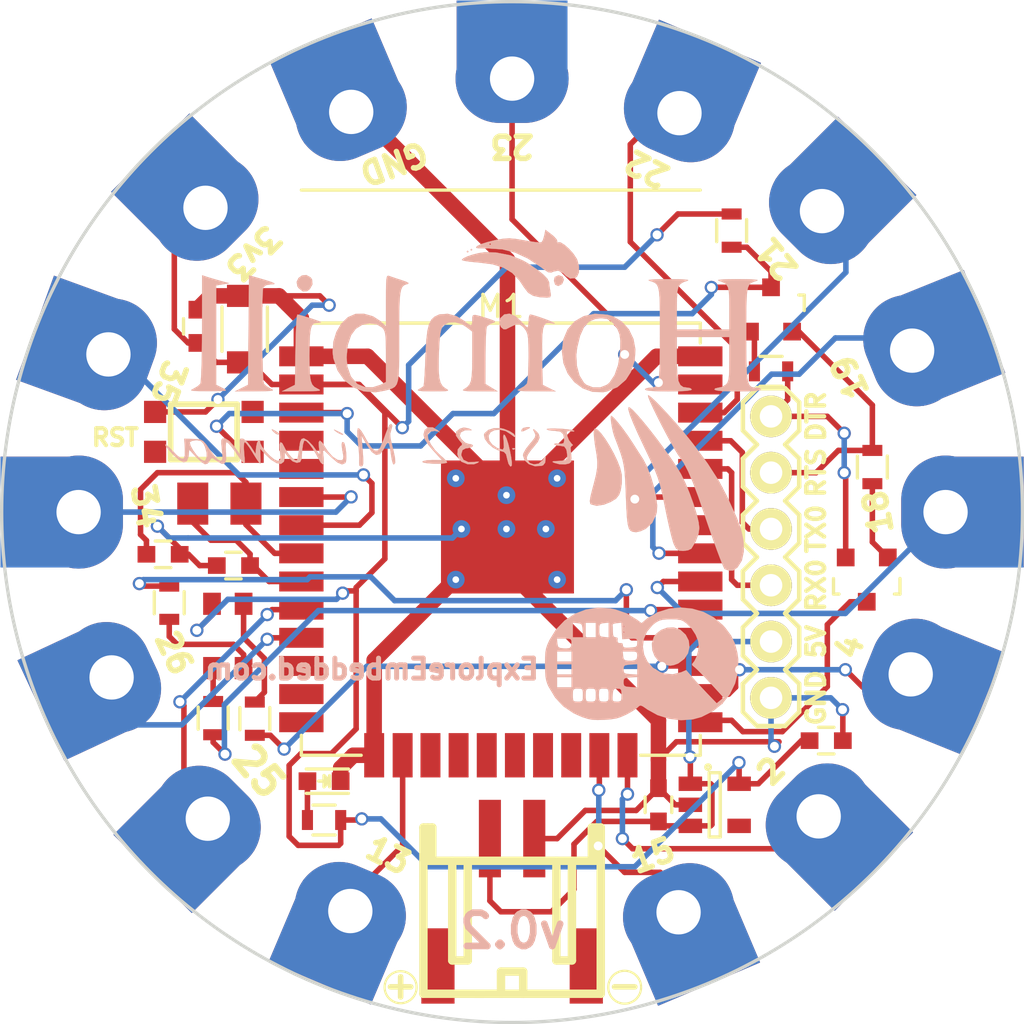
<source format=kicad_pcb>
(kicad_pcb (version 4) (host pcbnew 4.0.5)

  (general
    (links 101)
    (no_connects 0)
    (area 61.222887 121.420887 107.433113 167.631113)
    (thickness 1.6)
    (drawings 30)
    (tracks 373)
    (zones 0)
    (modules 40)
    (nets 47)
  )

  (page A4)
  (layers
    (0 F.Cu signal)
    (31 B.Cu signal)
    (32 B.Adhes user)
    (33 F.Adhes user)
    (34 B.Paste user)
    (35 F.Paste user)
    (36 B.SilkS user)
    (37 F.SilkS user)
    (38 B.Mask user)
    (39 F.Mask user)
    (40 Dwgs.User user)
    (41 Cmts.User user)
    (42 Eco1.User user)
    (43 Eco2.User user)
    (44 Edge.Cuts user)
    (45 Margin user)
    (46 B.CrtYd user)
    (47 F.CrtYd user)
    (48 B.Fab user)
    (49 F.Fab user)
  )

  (setup
    (last_trace_width 0.25)
    (user_trace_width 0.7)
    (user_trace_width 1)
    (user_trace_width 1.2)
    (user_trace_width 1.5)
    (trace_clearance 0.2)
    (zone_clearance 0.5)
    (zone_45_only no)
    (trace_min 0.2)
    (segment_width 0.2)
    (edge_width 0.15)
    (via_size 0.6)
    (via_drill 0.4)
    (via_min_size 0.4)
    (via_min_drill 0.3)
    (uvia_size 0.3)
    (uvia_drill 0.1)
    (uvias_allowed no)
    (uvia_min_size 0.2)
    (uvia_min_drill 0.1)
    (pcb_text_width 0.3)
    (pcb_text_size 1.5 1.5)
    (mod_edge_width 0.15)
    (mod_text_size 1 1)
    (mod_text_width 0.15)
    (pad_size 5 4)
    (pad_drill 0)
    (pad_to_mask_clearance 0.2)
    (aux_axis_origin 0 0)
    (visible_elements 7FFFFF9F)
    (pcbplotparams
      (layerselection 0x000f0_80000001)
      (usegerberextensions false)
      (excludeedgelayer false)
      (linewidth 0.100000)
      (plotframeref false)
      (viasonmask false)
      (mode 1)
      (useauxorigin false)
      (hpglpennumber 1)
      (hpglpenspeed 20)
      (hpglpendiameter 15)
      (hpglpenoverlay 2)
      (psnegative false)
      (psa4output false)
      (plotreference true)
      (plotvalue true)
      (plotinvisibletext false)
      (padsonsilk false)
      (subtractmaskfromsilk false)
      (outputformat 1)
      (mirror false)
      (drillshape 0)
      (scaleselection 1)
      (outputdirectory "Gerber File/"))
  )

  (net 0 "")
  (net 1 GND)
  (net 2 +3V3)
  (net 3 +5V)
  (net 4 "Net-(D3-Pad2)")
  (net 5 /EN)
  (net 6 /IO0)
  (net 7 "Net-(M1-Pad32)")
  (net 8 /RXD0)
  (net 9 /TXD0)
  (net 10 /RTS)
  (net 11 /DTR)
  (net 12 "Net-(Q3-Pad1)")
  (net 13 "Net-(Q4-Pad1)")
  (net 14 "Net-(R7-Pad2)")
  (net 15 "Net-(R8-Pad2)")
  (net 16 "Net-(R9-Pad2)")
  (net 17 "Net-(U1-Pad4)")
  (net 18 "Net-(C3-Pad1)")
  (net 19 "Net-(C4-Pad1)")
  (net 20 "Net-(M1-Pad4)")
  (net 21 "Net-(M1-Pad5)")
  (net 22 /13)
  (net 23 /2)
  (net 24 /4)
  (net 25 "Net-(M1-Pad17)")
  (net 26 /R)
  (net 27 /G)
  (net 28 /B)
  (net 29 "Net-(M1-Pad21)")
  (net 30 "Net-(M1-Pad22)")
  (net 31 "Net-(M1-Pad18)")
  (net 32 "Net-(M1-Pad19)")
  (net 33 "Net-(M1-Pad20)")
  (net 34 /34)
  (net 35 /35)
  (net 36 /25)
  (net 37 /26)
  (net 38 "Net-(M1-Pad12)")
  (net 39 "Net-(M1-Pad13)")
  (net 40 "Net-(M1-Pad14)")
  (net 41 /18)
  (net 42 /19)
  (net 43 /21)
  (net 44 /22)
  (net 45 /23)
  (net 46 /15)

  (net_class Default "This is the default net class."
    (clearance 0.2)
    (trace_width 0.25)
    (via_dia 0.6)
    (via_drill 0.4)
    (uvia_dia 0.3)
    (uvia_drill 0.1)
    (add_net +3V3)
    (add_net +5V)
    (add_net /13)
    (add_net /15)
    (add_net /18)
    (add_net /19)
    (add_net /2)
    (add_net /21)
    (add_net /22)
    (add_net /23)
    (add_net /25)
    (add_net /26)
    (add_net /34)
    (add_net /35)
    (add_net /4)
    (add_net /B)
    (add_net /DTR)
    (add_net /EN)
    (add_net /G)
    (add_net /IO0)
    (add_net /R)
    (add_net /RTS)
    (add_net /RXD0)
    (add_net /TXD0)
    (add_net GND)
    (add_net "Net-(C3-Pad1)")
    (add_net "Net-(C4-Pad1)")
    (add_net "Net-(D3-Pad2)")
    (add_net "Net-(M1-Pad12)")
    (add_net "Net-(M1-Pad13)")
    (add_net "Net-(M1-Pad14)")
    (add_net "Net-(M1-Pad17)")
    (add_net "Net-(M1-Pad18)")
    (add_net "Net-(M1-Pad19)")
    (add_net "Net-(M1-Pad20)")
    (add_net "Net-(M1-Pad21)")
    (add_net "Net-(M1-Pad22)")
    (add_net "Net-(M1-Pad32)")
    (add_net "Net-(M1-Pad4)")
    (add_net "Net-(M1-Pad5)")
    (add_net "Net-(Q3-Pad1)")
    (add_net "Net-(Q4-Pad1)")
    (add_net "Net-(R7-Pad2)")
    (add_net "Net-(R8-Pad2)")
    (add_net "Net-(R9-Pad2)")
    (add_net "Net-(U1-Pad4)")
  )

  (module Explore:smd_push2_New (layer F.Cu) (tedit 5901851A) (tstamp 59017768)
    (at 70.4215 140.9065)
    (descr "SMD Pushbutton 2")
    (path /5901850A)
    (autoplace_cost180 10)
    (fp_text reference SW1 (at 0 -3.59918) (layer F.SilkS) hide
      (effects (font (size 1.143 1.27) (thickness 0.1524)))
    )
    (fp_text value SW_PUSH (at 0 3.59918) (layer F.SilkS) hide
      (effects (font (size 1.143 1.27) (thickness 0.1524)))
    )
    (fp_line (start -1.5 -1.25) (end -1.5 1.25) (layer F.SilkS) (width 0.254))
    (fp_line (start -1.5 1.25) (end 1.5 1.25) (layer F.SilkS) (width 0.254))
    (fp_line (start 1.5 1.25) (end 1.5 -1.25) (layer F.SilkS) (width 0.254))
    (fp_line (start 1.5 -1.25) (end -1.5 -1.25) (layer F.SilkS) (width 0.254))
    (pad 1 smd rect (at -2.2 -0.9) (size 1.00076 1.00076) (layers F.Cu F.Paste F.Mask)
      (net 1 GND))
    (pad 2 smd rect (at 2.2 0.9) (size 1.00076 1.00076) (layers F.Cu F.Paste F.Mask)
      (net 5 /EN))
    (pad 3 smd rect (at -2.2 0.9) (size 1.00076 1.00076) (layers F.Cu F.Paste F.Mask))
    (pad 4 smd rect (at 2.2 -0.9) (size 1.00076 1.00076) (layers F.Cu F.Paste F.Mask))
    (model "Walter switch_3d/smd_push2.wrl"
      (at (xyz 0 0 0))
      (scale (xyz 0.8 0.8 1))
      (rotate (xyz 0 0 0))
    )
  )

  (module ESP32:ESP-32S (layer F.Cu) (tedit 587738AA) (tstamp 58737AD2)
    (at 83.82 142.748)
    (path /58739A58)
    (fp_text reference M1 (at 0 -7.5) (layer F.SilkS)
      (effects (font (size 1 1) (thickness 0.15)))
    )
    (fp_text value ESP-WROOM-32 (at 0 10.5) (layer F.Fab)
      (effects (font (size 1 1) (thickness 0.15)))
    )
    (fp_line (start -9 -6.75) (end -9 -5.85) (layer F.SilkS) (width 0.15))
    (fp_line (start 9 12.75) (end 9 11.85) (layer F.SilkS) (width 0.15))
    (fp_line (start -9 12.75) (end -9 11.85) (layer F.SilkS) (width 0.15))
    (fp_line (start -9 -6.75) (end 9 -6.75) (layer F.SilkS) (width 0.15))
    (fp_line (start 9 -6.75) (end 9 -5.85) (layer F.SilkS) (width 0.15))
    (fp_line (start 9 12.75) (end 6.3 12.75) (layer F.SilkS) (width 0.15))
    (fp_line (start -9 12.75) (end -6.3 12.75) (layer F.SilkS) (width 0.15))
    (fp_line (start -9 -12.75) (end -9 -6.75) (layer F.CrtYd) (width 0.15))
    (fp_line (start -9 -6.75) (end 9 -6.75) (layer F.CrtYd) (width 0.15))
    (fp_line (start 9 -6.75) (end 9 -12.75) (layer F.CrtYd) (width 0.15))
    (fp_line (start 9 -12.75) (end -9 -12.75) (layer F.CrtYd) (width 0.15))
    (fp_line (start -9 -6.75) (end 9 -6.75) (layer F.SilkS) (width 0.15))
    (fp_line (start -9 -12.75) (end 9 -12.75) (layer F.SilkS) (width 0.15))
    (pad 1 thru_hole circle (at -2.032 4.826) (size 0.8 0.8) (drill 0.3) (layers *.Cu *.Mask)
      (net 1 GND))
    (pad 1 thru_hole circle (at 2.54 4.826) (size 0.8 0.8) (drill 0.3) (layers *.Cu *.Mask)
      (net 1 GND))
    (pad 1 thru_hole circle (at 2.032 2.54) (size 0.8 0.8) (drill 0.3) (layers *.Cu *.Mask)
      (net 1 GND))
    (pad 1 thru_hole circle (at 0.254 1.016) (size 0.8 0.8) (drill 0.3) (layers *.Cu *.Mask)
      (net 1 GND))
    (pad 1 thru_hole circle (at 2.54 0.254) (size 0.8 0.8) (drill 0.3) (layers *.Cu *.Mask)
      (net 1 GND))
    (pad 1 thru_hole circle (at 0.254 2.54) (size 0.8 0.8) (drill 0.3) (layers *.Cu *.Mask)
      (net 1 GND))
    (pad 1 thru_hole circle (at -1.778 2.54) (size 0.8 0.8) (drill 0.3) (layers *.Cu *.Mask)
      (net 1 GND))
    (pad 1 smd rect (at -9 -5.25) (size 2 0.9) (layers F.Cu F.Paste F.Mask)
      (net 1 GND))
    (pad 2 smd rect (at -9 -3.98) (size 2 0.9) (layers F.Cu F.Paste F.Mask)
      (net 2 +3V3))
    (pad 3 smd rect (at -9 -2.71) (size 2 0.9) (layers F.Cu F.Paste F.Mask)
      (net 5 /EN))
    (pad 4 smd rect (at -9 -1.44) (size 2 0.9) (layers F.Cu F.Paste F.Mask)
      (net 20 "Net-(M1-Pad4)"))
    (pad 5 smd rect (at -9 -0.17) (size 2 0.9) (layers F.Cu F.Paste F.Mask)
      (net 21 "Net-(M1-Pad5)"))
    (pad 6 smd rect (at -9 1.1) (size 2 0.9) (layers F.Cu F.Paste F.Mask)
      (net 34 /34))
    (pad 7 smd rect (at -9 2.37) (size 2 0.9) (layers F.Cu F.Paste F.Mask)
      (net 35 /35))
    (pad 8 smd rect (at -9 3.64) (size 2 0.9) (layers F.Cu F.Paste F.Mask)
      (net 18 "Net-(C3-Pad1)"))
    (pad 9 smd rect (at -9 4.91) (size 2 0.9) (layers F.Cu F.Paste F.Mask)
      (net 19 "Net-(C4-Pad1)"))
    (pad 10 smd rect (at -9 6.18) (size 2 0.9) (layers F.Cu F.Paste F.Mask)
      (net 36 /25))
    (pad 11 smd rect (at -9 7.45) (size 2 0.9) (layers F.Cu F.Paste F.Mask)
      (net 37 /26))
    (pad 12 smd rect (at -9 8.72) (size 2 0.9) (layers F.Cu F.Paste F.Mask)
      (net 38 "Net-(M1-Pad12)"))
    (pad 13 smd rect (at -9 9.99) (size 2 0.9) (layers F.Cu F.Paste F.Mask)
      (net 39 "Net-(M1-Pad13)"))
    (pad 14 smd rect (at -9 11.26) (size 2 0.9) (layers F.Cu F.Paste F.Mask)
      (net 40 "Net-(M1-Pad14)"))
    (pad 38 smd rect (at 9 -5.25) (size 2 0.9) (layers F.Cu F.Paste F.Mask)
      (net 1 GND))
    (pad 25 smd rect (at 9 11.26) (size 2 0.9) (layers F.Cu F.Paste F.Mask)
      (net 6 /IO0))
    (pad 26 smd rect (at 9 9.99) (size 2 0.9) (layers F.Cu F.Paste F.Mask)
      (net 24 /4))
    (pad 27 smd rect (at 9 8.72) (size 2 0.9) (layers F.Cu F.Paste F.Mask)
      (net 28 /B))
    (pad 28 smd rect (at 9 7.45) (size 2 0.9) (layers F.Cu F.Paste F.Mask)
      (net 27 /G))
    (pad 29 smd rect (at 9 6.18) (size 2 0.9) (layers F.Cu F.Paste F.Mask)
      (net 26 /R))
    (pad 30 smd rect (at 9 4.91) (size 2 0.9) (layers F.Cu F.Paste F.Mask)
      (net 41 /18))
    (pad 31 smd rect (at 9 3.64) (size 2 0.9) (layers F.Cu F.Paste F.Mask)
      (net 42 /19))
    (pad 32 smd rect (at 9 2.37) (size 2 0.9) (layers F.Cu F.Paste F.Mask)
      (net 7 "Net-(M1-Pad32)"))
    (pad 33 smd rect (at 9 1.1) (size 2 0.9) (layers F.Cu F.Paste F.Mask)
      (net 43 /21))
    (pad 34 smd rect (at 9 -0.17) (size 2 0.9) (layers F.Cu F.Paste F.Mask)
      (net 8 /RXD0))
    (pad 35 smd rect (at 9 -1.44) (size 2 0.9) (layers F.Cu F.Paste F.Mask)
      (net 9 /TXD0))
    (pad 36 smd rect (at 9 -2.71) (size 2 0.9) (layers F.Cu F.Paste F.Mask)
      (net 44 /22))
    (pad 37 smd rect (at 9 -3.98) (size 2 0.9) (layers F.Cu F.Paste F.Mask)
      (net 45 /23))
    (pad 15 smd rect (at -5.715 12.75 90) (size 2 0.9) (layers F.Cu F.Paste F.Mask)
      (net 1 GND))
    (pad 16 smd rect (at -4.43 12.75 90) (size 2 0.9) (layers F.Cu F.Paste F.Mask)
      (net 22 /13))
    (pad 17 smd rect (at -3.175 12.75 90) (size 2 0.9) (layers F.Cu F.Paste F.Mask)
      (net 25 "Net-(M1-Pad17)"))
    (pad 18 smd rect (at -1.905 12.75 90) (size 2 0.9) (layers F.Cu F.Paste F.Mask)
      (net 31 "Net-(M1-Pad18)"))
    (pad 19 smd rect (at -0.635 12.75 90) (size 2 0.9) (layers F.Cu F.Paste F.Mask)
      (net 32 "Net-(M1-Pad19)"))
    (pad 20 smd rect (at 0.635 12.75 90) (size 2 0.9) (layers F.Cu F.Paste F.Mask)
      (net 33 "Net-(M1-Pad20)"))
    (pad 21 smd rect (at 1.905 12.75 90) (size 2 0.9) (layers F.Cu F.Paste F.Mask)
      (net 29 "Net-(M1-Pad21)"))
    (pad 22 smd rect (at 3.175 12.75 90) (size 2 0.9) (layers F.Cu F.Paste F.Mask)
      (net 30 "Net-(M1-Pad22)"))
    (pad 23 smd rect (at 4.445 12.75 90) (size 2 0.9) (layers F.Cu F.Paste F.Mask)
      (net 46 /15))
    (pad 24 smd rect (at 5.715 12.75 90) (size 2 0.9) (layers F.Cu F.Paste F.Mask)
      (net 23 /2))
    (pad 1 smd rect (at 0.3 2.45 90) (size 6 6) (layers F.Cu F.Paste F.Mask)
      (net 1 GND))
    (pad 1 thru_hole circle (at -2.032 0.254) (size 0.8 0.8) (drill 0.3) (layers *.Cu *.Mask)
      (net 1 GND))
  )

  (module conn:1X06 (layer F.Cu) (tedit 5875FF63) (tstamp 587CDC50)
    (at 96.012 152.908 90)
    (path /587B2248)
    (attr virtual)
    (fp_text reference P2 (at 1.8288 -2.4638 90) (layer B.SilkS) hide
      (effects (font (size 1.27 1.27) (thickness 0.127)) (justify mirror))
    )
    (fp_text value CONN_01X06 (at 2.54 2.54 90) (layer B.SilkS) hide
      (effects (font (size 1.27 1.27) (thickness 0.1016)) (justify mirror))
    )
    (fp_line (start 12.446 0.254) (end 12.954 0.254) (layer F.SilkS) (width 0.06604))
    (fp_line (start 12.954 0.254) (end 12.954 -0.254) (layer F.SilkS) (width 0.06604))
    (fp_line (start 12.446 -0.254) (end 12.954 -0.254) (layer F.SilkS) (width 0.06604))
    (fp_line (start 12.446 0.254) (end 12.446 -0.254) (layer F.SilkS) (width 0.06604))
    (fp_line (start 9.906 0.254) (end 10.414 0.254) (layer F.SilkS) (width 0.06604))
    (fp_line (start 10.414 0.254) (end 10.414 -0.254) (layer F.SilkS) (width 0.06604))
    (fp_line (start 9.906 -0.254) (end 10.414 -0.254) (layer F.SilkS) (width 0.06604))
    (fp_line (start 9.906 0.254) (end 9.906 -0.254) (layer F.SilkS) (width 0.06604))
    (fp_line (start 7.366 0.254) (end 7.874 0.254) (layer F.SilkS) (width 0.06604))
    (fp_line (start 7.874 0.254) (end 7.874 -0.254) (layer F.SilkS) (width 0.06604))
    (fp_line (start 7.366 -0.254) (end 7.874 -0.254) (layer F.SilkS) (width 0.06604))
    (fp_line (start 7.366 0.254) (end 7.366 -0.254) (layer F.SilkS) (width 0.06604))
    (fp_line (start 4.826 0.254) (end 5.334 0.254) (layer F.SilkS) (width 0.06604))
    (fp_line (start 5.334 0.254) (end 5.334 -0.254) (layer F.SilkS) (width 0.06604))
    (fp_line (start 4.826 -0.254) (end 5.334 -0.254) (layer F.SilkS) (width 0.06604))
    (fp_line (start 4.826 0.254) (end 4.826 -0.254) (layer F.SilkS) (width 0.06604))
    (fp_line (start 2.286 0.254) (end 2.794 0.254) (layer F.SilkS) (width 0.06604))
    (fp_line (start 2.794 0.254) (end 2.794 -0.254) (layer F.SilkS) (width 0.06604))
    (fp_line (start 2.286 -0.254) (end 2.794 -0.254) (layer F.SilkS) (width 0.06604))
    (fp_line (start 2.286 0.254) (end 2.286 -0.254) (layer F.SilkS) (width 0.06604))
    (fp_line (start 11.43 -0.635) (end 12.065 -1.27) (layer F.SilkS) (width 0.2032))
    (fp_line (start 12.065 -1.27) (end 13.335 -1.27) (layer F.SilkS) (width 0.2032))
    (fp_line (start 13.335 -1.27) (end 13.97 -0.635) (layer F.SilkS) (width 0.2032))
    (fp_line (start 13.97 0.635) (end 13.335 1.27) (layer F.SilkS) (width 0.2032))
    (fp_line (start 13.335 1.27) (end 12.065 1.27) (layer F.SilkS) (width 0.2032))
    (fp_line (start 12.065 1.27) (end 11.43 0.635) (layer F.SilkS) (width 0.2032))
    (fp_line (start 6.985 -1.27) (end 8.255 -1.27) (layer F.SilkS) (width 0.2032))
    (fp_line (start 8.255 -1.27) (end 8.89 -0.635) (layer F.SilkS) (width 0.2032))
    (fp_line (start 8.89 0.635) (end 8.255 1.27) (layer F.SilkS) (width 0.2032))
    (fp_line (start 8.89 -0.635) (end 9.525 -1.27) (layer F.SilkS) (width 0.2032))
    (fp_line (start 9.525 -1.27) (end 10.795 -1.27) (layer F.SilkS) (width 0.2032))
    (fp_line (start 10.795 -1.27) (end 11.43 -0.635) (layer F.SilkS) (width 0.2032))
    (fp_line (start 11.43 0.635) (end 10.795 1.27) (layer F.SilkS) (width 0.2032))
    (fp_line (start 10.795 1.27) (end 9.525 1.27) (layer F.SilkS) (width 0.2032))
    (fp_line (start 9.525 1.27) (end 8.89 0.635) (layer F.SilkS) (width 0.2032))
    (fp_line (start 3.81 -0.635) (end 4.445 -1.27) (layer F.SilkS) (width 0.2032))
    (fp_line (start 4.445 -1.27) (end 5.715 -1.27) (layer F.SilkS) (width 0.2032))
    (fp_line (start 5.715 -1.27) (end 6.35 -0.635) (layer F.SilkS) (width 0.2032))
    (fp_line (start 6.35 0.635) (end 5.715 1.27) (layer F.SilkS) (width 0.2032))
    (fp_line (start 5.715 1.27) (end 4.445 1.27) (layer F.SilkS) (width 0.2032))
    (fp_line (start 4.445 1.27) (end 3.81 0.635) (layer F.SilkS) (width 0.2032))
    (fp_line (start 6.985 -1.27) (end 6.35 -0.635) (layer F.SilkS) (width 0.2032))
    (fp_line (start 6.35 0.635) (end 6.985 1.27) (layer F.SilkS) (width 0.2032))
    (fp_line (start 8.255 1.27) (end 6.985 1.27) (layer F.SilkS) (width 0.2032))
    (fp_line (start -0.635 -1.27) (end 0.635 -1.27) (layer F.SilkS) (width 0.2032))
    (fp_line (start 0.635 -1.27) (end 1.27 -0.635) (layer F.SilkS) (width 0.2032))
    (fp_line (start 1.27 0.635) (end 0.635 1.27) (layer F.SilkS) (width 0.2032))
    (fp_line (start 1.27 -0.635) (end 1.905 -1.27) (layer F.SilkS) (width 0.2032))
    (fp_line (start 1.905 -1.27) (end 3.175 -1.27) (layer F.SilkS) (width 0.2032))
    (fp_line (start 3.175 -1.27) (end 3.81 -0.635) (layer F.SilkS) (width 0.2032))
    (fp_line (start 3.81 0.635) (end 3.175 1.27) (layer F.SilkS) (width 0.2032))
    (fp_line (start 3.175 1.27) (end 1.905 1.27) (layer F.SilkS) (width 0.2032))
    (fp_line (start 1.905 1.27) (end 1.27 0.635) (layer F.SilkS) (width 0.2032))
    (fp_line (start -1.27 -0.635) (end -1.27 0.635) (layer F.SilkS) (width 0.2032))
    (fp_line (start -0.635 -1.27) (end -1.27 -0.635) (layer F.SilkS) (width 0.2032))
    (fp_line (start -1.27 0.635) (end -0.635 1.27) (layer F.SilkS) (width 0.2032))
    (fp_line (start 0.635 1.27) (end -0.635 1.27) (layer F.SilkS) (width 0.2032))
    (fp_line (start 13.97 -0.635) (end 13.97 0.635) (layer F.SilkS) (width 0.2032))
    (pad 1 thru_hole circle (at 0 0 90) (size 1.8796 1.8796) (drill 1.016) (layers *.Cu *.Mask F.SilkS)
      (net 1 GND))
    (pad 2 thru_hole circle (at 2.54 0 90) (size 1.8796 1.8796) (drill 1.016) (layers *.Cu *.Mask F.SilkS)
      (net 3 +5V))
    (pad 3 thru_hole circle (at 5.08 0 90) (size 1.8796 1.8796) (drill 1.016) (layers *.Cu *.Mask F.SilkS)
      (net 8 /RXD0))
    (pad 4 thru_hole circle (at 7.62 0 90) (size 1.8796 1.8796) (drill 1.016) (layers *.Cu *.Mask F.SilkS)
      (net 9 /TXD0))
    (pad 5 thru_hole circle (at 10.16 0 90) (size 1.8796 1.8796) (drill 1.016) (layers *.Cu *.Mask F.SilkS)
      (net 10 /RTS))
    (pad 6 thru_hole circle (at 12.7 0 90) (size 1.8796 1.8796) (drill 1.016) (layers *.Cu *.Mask F.SilkS)
      (net 11 /DTR))
  )

  (module Capacitors_SMD:C_1206 (layer F.Cu) (tedit 5875E456) (tstamp 58737A2F)
    (at 72.263 136.271 90)
    (descr "Capacitor SMD 1206, reflow soldering, AVX (see smccp.pdf)")
    (tags "capacitor 1206")
    (path /58739AA0)
    (attr smd)
    (fp_text reference C1 (at 0 -2.3 90) (layer F.SilkS) hide
      (effects (font (size 1 1) (thickness 0.15)))
    )
    (fp_text value 100uF (at 0 2.3 90) (layer F.Fab) hide
      (effects (font (size 1 1) (thickness 0.15)))
    )
    (fp_line (start -2.3 -1.15) (end 2.3 -1.15) (layer F.CrtYd) (width 0.05))
    (fp_line (start -2.3 1.15) (end 2.3 1.15) (layer F.CrtYd) (width 0.05))
    (fp_line (start -2.3 -1.15) (end -2.3 1.15) (layer F.CrtYd) (width 0.05))
    (fp_line (start 2.3 -1.15) (end 2.3 1.15) (layer F.CrtYd) (width 0.05))
    (fp_line (start 1 -1.025) (end -1 -1.025) (layer F.SilkS) (width 0.15))
    (fp_line (start -1 1.025) (end 1 1.025) (layer F.SilkS) (width 0.15))
    (pad 1 smd rect (at -1.5 0 90) (size 1 1.6) (layers F.Cu F.Paste F.Mask)
      (net 2 +3V3))
    (pad 2 smd rect (at 1.5 0 90) (size 1 1.6) (layers F.Cu F.Paste F.Mask)
      (net 1 GND))
    (model Capacitors_SMD.3dshapes/C_1206.wrl
      (at (xyz 0 0 0))
      (scale (xyz 1 1 1))
      (rotate (xyz 0 0 0))
    )
  )

  (module Capacitors_SMD:C_0603 (layer F.Cu) (tedit 5875E463) (tstamp 58737A35)
    (at 70.104 136.144 90)
    (descr "Capacitor SMD 0603, reflow soldering, AVX (see smccp.pdf)")
    (tags "capacitor 0603")
    (path /58739A59)
    (attr smd)
    (fp_text reference C2 (at 0 -1.9 90) (layer F.SilkS) hide
      (effects (font (size 1 1) (thickness 0.15)))
    )
    (fp_text value 100nF (at 0 1.9 90) (layer F.Fab) hide
      (effects (font (size 1 1) (thickness 0.15)))
    )
    (fp_line (start -1.45 -0.75) (end 1.45 -0.75) (layer F.CrtYd) (width 0.05))
    (fp_line (start -1.45 0.75) (end 1.45 0.75) (layer F.CrtYd) (width 0.05))
    (fp_line (start -1.45 -0.75) (end -1.45 0.75) (layer F.CrtYd) (width 0.05))
    (fp_line (start 1.45 -0.75) (end 1.45 0.75) (layer F.CrtYd) (width 0.05))
    (fp_line (start -0.35 -0.6) (end 0.35 -0.6) (layer F.SilkS) (width 0.15))
    (fp_line (start 0.35 0.6) (end -0.35 0.6) (layer F.SilkS) (width 0.15))
    (pad 1 smd rect (at -0.75 0 90) (size 0.8 0.75) (layers F.Cu F.Paste F.Mask)
      (net 2 +3V3))
    (pad 2 smd rect (at 0.75 0 90) (size 0.8 0.75) (layers F.Cu F.Paste F.Mask)
      (net 1 GND))
    (model Capacitors_SMD.3dshapes/C_0603.wrl
      (at (xyz 0 0 0))
      (scale (xyz 1 1 1))
      (rotate (xyz 0 0 0))
    )
  )

  (module Capacitors_SMD:C_0603 (layer F.Cu) (tedit 5875E798) (tstamp 58737A3B)
    (at 68.58 146.431)
    (descr "Capacitor SMD 0603, reflow soldering, AVX (see smccp.pdf)")
    (tags "capacitor 0603")
    (path /58739AA4)
    (attr smd)
    (fp_text reference C3 (at 0 -1.9) (layer F.SilkS) hide
      (effects (font (size 1 1) (thickness 0.15)))
    )
    (fp_text value 15pF (at 0 1.9) (layer F.Fab) hide
      (effects (font (size 1 1) (thickness 0.15)))
    )
    (fp_line (start -1.45 -0.75) (end 1.45 -0.75) (layer F.CrtYd) (width 0.05))
    (fp_line (start -1.45 0.75) (end 1.45 0.75) (layer F.CrtYd) (width 0.05))
    (fp_line (start -1.45 -0.75) (end -1.45 0.75) (layer F.CrtYd) (width 0.05))
    (fp_line (start 1.45 -0.75) (end 1.45 0.75) (layer F.CrtYd) (width 0.05))
    (fp_line (start -0.35 -0.6) (end 0.35 -0.6) (layer F.SilkS) (width 0.15))
    (fp_line (start 0.35 0.6) (end -0.35 0.6) (layer F.SilkS) (width 0.15))
    (pad 1 smd rect (at -0.75 0) (size 0.8 0.75) (layers F.Cu F.Paste F.Mask)
      (net 18 "Net-(C3-Pad1)"))
    (pad 2 smd rect (at 0.75 0) (size 0.8 0.75) (layers F.Cu F.Paste F.Mask)
      (net 1 GND))
    (model Capacitors_SMD.3dshapes/C_0603.wrl
      (at (xyz 0 0 0))
      (scale (xyz 1 1 1))
      (rotate (xyz 0 0 0))
    )
  )

  (module Capacitors_SMD:C_0603 (layer F.Cu) (tedit 5875E482) (tstamp 58737A41)
    (at 71.755 146.939 180)
    (descr "Capacitor SMD 0603, reflow soldering, AVX (see smccp.pdf)")
    (tags "capacitor 0603")
    (path /58739AA5)
    (attr smd)
    (fp_text reference C4 (at 0 -1.9 180) (layer F.SilkS) hide
      (effects (font (size 1 1) (thickness 0.15)))
    )
    (fp_text value 15pF (at 0 1.9 180) (layer F.Fab) hide
      (effects (font (size 1 1) (thickness 0.15)))
    )
    (fp_line (start -1.45 -0.75) (end 1.45 -0.75) (layer F.CrtYd) (width 0.05))
    (fp_line (start -1.45 0.75) (end 1.45 0.75) (layer F.CrtYd) (width 0.05))
    (fp_line (start -1.45 -0.75) (end -1.45 0.75) (layer F.CrtYd) (width 0.05))
    (fp_line (start 1.45 -0.75) (end 1.45 0.75) (layer F.CrtYd) (width 0.05))
    (fp_line (start -0.35 -0.6) (end 0.35 -0.6) (layer F.SilkS) (width 0.15))
    (fp_line (start 0.35 0.6) (end -0.35 0.6) (layer F.SilkS) (width 0.15))
    (pad 1 smd rect (at -0.75 0 180) (size 0.8 0.75) (layers F.Cu F.Paste F.Mask)
      (net 19 "Net-(C4-Pad1)"))
    (pad 2 smd rect (at 0.75 0 180) (size 0.8 0.75) (layers F.Cu F.Paste F.Mask)
      (net 1 GND))
    (model Capacitors_SMD.3dshapes/C_0603.wrl
      (at (xyz 0 0 0))
      (scale (xyz 1 1 1))
      (rotate (xyz 0 0 0))
    )
  )

  (module Capacitors_SMD:C_0603 (layer F.Cu) (tedit 5875E50F) (tstamp 58737A47)
    (at 90.932 157.734 90)
    (descr "Capacitor SMD 0603, reflow soldering, AVX (see smccp.pdf)")
    (tags "capacitor 0603")
    (path /58739A7A)
    (attr smd)
    (fp_text reference C5 (at 0 -1.9 90) (layer F.SilkS) hide
      (effects (font (size 1 1) (thickness 0.15)))
    )
    (fp_text value 1uF (at 0 1.9 90) (layer F.Fab) hide
      (effects (font (size 1 1) (thickness 0.15)))
    )
    (fp_line (start -1.45 -0.75) (end 1.45 -0.75) (layer F.CrtYd) (width 0.05))
    (fp_line (start -1.45 0.75) (end 1.45 0.75) (layer F.CrtYd) (width 0.05))
    (fp_line (start -1.45 -0.75) (end -1.45 0.75) (layer F.CrtYd) (width 0.05))
    (fp_line (start 1.45 -0.75) (end 1.45 0.75) (layer F.CrtYd) (width 0.05))
    (fp_line (start -0.35 -0.6) (end 0.35 -0.6) (layer F.SilkS) (width 0.15))
    (fp_line (start 0.35 0.6) (end -0.35 0.6) (layer F.SilkS) (width 0.15))
    (pad 1 smd rect (at -0.75 0 90) (size 0.8 0.75) (layers F.Cu F.Paste F.Mask)
      (net 3 +5V))
    (pad 2 smd rect (at 0.75 0 90) (size 0.8 0.75) (layers F.Cu F.Paste F.Mask)
      (net 1 GND))
    (model Capacitors_SMD.3dshapes/C_0603.wrl
      (at (xyz 0 0 0))
      (scale (xyz 1 1 1))
      (rotate (xyz 0 0 0))
    )
  )

  (module Capacitors_SMD:C_0603 (layer F.Cu) (tedit 5875E529) (tstamp 58737A4D)
    (at 98.5012 154.8384)
    (descr "Capacitor SMD 0603, reflow soldering, AVX (see smccp.pdf)")
    (tags "capacitor 0603")
    (path /58739A7D)
    (attr smd)
    (fp_text reference C6 (at 0 -1.9) (layer F.SilkS) hide
      (effects (font (size 1 1) (thickness 0.15)))
    )
    (fp_text value 2.2uF (at 0 1.9) (layer F.Fab)
      (effects (font (size 1 1) (thickness 0.15)))
    )
    (fp_line (start -1.45 -0.75) (end 1.45 -0.75) (layer F.CrtYd) (width 0.05))
    (fp_line (start -1.45 0.75) (end 1.45 0.75) (layer F.CrtYd) (width 0.05))
    (fp_line (start -1.45 -0.75) (end -1.45 0.75) (layer F.CrtYd) (width 0.05))
    (fp_line (start 1.45 -0.75) (end 1.45 0.75) (layer F.CrtYd) (width 0.05))
    (fp_line (start -0.35 -0.6) (end 0.35 -0.6) (layer F.SilkS) (width 0.15))
    (fp_line (start 0.35 0.6) (end -0.35 0.6) (layer F.SilkS) (width 0.15))
    (pad 1 smd rect (at -0.75 0) (size 0.8 0.75) (layers F.Cu F.Paste F.Mask)
      (net 2 +3V3))
    (pad 2 smd rect (at 0.75 0) (size 0.8 0.75) (layers F.Cu F.Paste F.Mask)
      (net 1 GND))
    (model Capacitors_SMD.3dshapes/C_0603.wrl
      (at (xyz 0 0 0))
      (scale (xyz 1 1 1))
      (rotate (xyz 0 0 0))
    )
  )

  (module LEDs:LED-0603 (layer F.Cu) (tedit 5875E4EB) (tstamp 58737A7E)
    (at 75.8444 156.6672 180)
    (descr "LED 0603 smd package")
    (tags "LED led 0603 SMD smd SMT smt smdled SMDLED smtled SMTLED")
    (path /58739A53)
    (attr smd)
    (fp_text reference D3 (at 0 -1.5 180) (layer F.SilkS) hide
      (effects (font (size 1 1) (thickness 0.15)))
    )
    (fp_text value LED (at 0 1.5 180) (layer F.Fab) hide
      (effects (font (size 1 1) (thickness 0.15)))
    )
    (fp_line (start -1.1 0.55) (end 0.8 0.55) (layer F.SilkS) (width 0.15))
    (fp_line (start -1.1 -0.55) (end 0.8 -0.55) (layer F.SilkS) (width 0.15))
    (fp_line (start -0.2 0) (end 0.25 0) (layer F.SilkS) (width 0.15))
    (fp_line (start -0.25 -0.25) (end -0.25 0.25) (layer F.SilkS) (width 0.15))
    (fp_line (start -0.25 0) (end 0 -0.25) (layer F.SilkS) (width 0.15))
    (fp_line (start 0 -0.25) (end 0 0.25) (layer F.SilkS) (width 0.15))
    (fp_line (start 0 0.25) (end -0.25 0) (layer F.SilkS) (width 0.15))
    (fp_line (start 1.4 -0.75) (end 1.4 0.75) (layer F.CrtYd) (width 0.05))
    (fp_line (start 1.4 0.75) (end -1.4 0.75) (layer F.CrtYd) (width 0.05))
    (fp_line (start -1.4 0.75) (end -1.4 -0.75) (layer F.CrtYd) (width 0.05))
    (fp_line (start -1.4 -0.75) (end 1.4 -0.75) (layer F.CrtYd) (width 0.05))
    (pad 2 smd rect (at 0.7493 0) (size 0.79756 0.79756) (layers F.Cu F.Paste F.Mask)
      (net 4 "Net-(D3-Pad2)"))
    (pad 1 smd rect (at -0.7493 0) (size 0.79756 0.79756) (layers F.Cu F.Paste F.Mask)
      (net 1 GND))
  )

  (module TO_SOT_Packages_SMD:SOT-23 (layer F.Cu) (tedit 5875E549) (tstamp 58737AF9)
    (at 96.012 135.382)
    (descr "SOT-23, Standard")
    (tags SOT-23)
    (path /58739A8D)
    (attr smd)
    (fp_text reference Q3 (at 0 -2.25) (layer F.SilkS) hide
      (effects (font (size 1 1) (thickness 0.15)))
    )
    (fp_text value S8050 (at 0 2.3) (layer F.Fab)
      (effects (font (size 1 1) (thickness 0.15)))
    )
    (fp_line (start -1.65 -1.6) (end 1.65 -1.6) (layer F.CrtYd) (width 0.05))
    (fp_line (start 1.65 -1.6) (end 1.65 1.6) (layer F.CrtYd) (width 0.05))
    (fp_line (start 1.65 1.6) (end -1.65 1.6) (layer F.CrtYd) (width 0.05))
    (fp_line (start -1.65 1.6) (end -1.65 -1.6) (layer F.CrtYd) (width 0.05))
    (fp_line (start 1.29916 -0.65024) (end 1.2509 -0.65024) (layer F.SilkS) (width 0.15))
    (fp_line (start -1.49982 0.0508) (end -1.49982 -0.65024) (layer F.SilkS) (width 0.15))
    (fp_line (start -1.49982 -0.65024) (end -1.2509 -0.65024) (layer F.SilkS) (width 0.15))
    (fp_line (start 1.29916 -0.65024) (end 1.49982 -0.65024) (layer F.SilkS) (width 0.15))
    (fp_line (start 1.49982 -0.65024) (end 1.49982 0.0508) (layer F.SilkS) (width 0.15))
    (pad 1 smd rect (at -0.95 1.00076) (size 0.8001 0.8001) (layers F.Cu F.Paste F.Mask)
      (net 12 "Net-(Q3-Pad1)"))
    (pad 2 smd rect (at 0.95 1.00076) (size 0.8001 0.8001) (layers F.Cu F.Paste F.Mask)
      (net 10 /RTS))
    (pad 3 smd rect (at 0 -0.99822) (size 0.8001 0.8001) (layers F.Cu F.Paste F.Mask)
      (net 5 /EN))
    (model TO_SOT_Packages_SMD.3dshapes/SOT-23.wrl
      (at (xyz 0 0 0))
      (scale (xyz 1 1 1))
      (rotate (xyz 0 0 0))
    )
  )

  (module TO_SOT_Packages_SMD:SOT-23 (layer F.Cu) (tedit 5875E52F) (tstamp 58737B00)
    (at 100.33 147.574 180)
    (descr "SOT-23, Standard")
    (tags SOT-23)
    (path /58739A8E)
    (attr smd)
    (fp_text reference Q4 (at 0 -2.25 180) (layer F.SilkS) hide
      (effects (font (size 1 1) (thickness 0.15)))
    )
    (fp_text value S8050 (at 0 2.3 180) (layer F.Fab)
      (effects (font (size 1 1) (thickness 0.15)))
    )
    (fp_line (start -1.65 -1.6) (end 1.65 -1.6) (layer F.CrtYd) (width 0.05))
    (fp_line (start 1.65 -1.6) (end 1.65 1.6) (layer F.CrtYd) (width 0.05))
    (fp_line (start 1.65 1.6) (end -1.65 1.6) (layer F.CrtYd) (width 0.05))
    (fp_line (start -1.65 1.6) (end -1.65 -1.6) (layer F.CrtYd) (width 0.05))
    (fp_line (start 1.29916 -0.65024) (end 1.2509 -0.65024) (layer F.SilkS) (width 0.15))
    (fp_line (start -1.49982 0.0508) (end -1.49982 -0.65024) (layer F.SilkS) (width 0.15))
    (fp_line (start -1.49982 -0.65024) (end -1.2509 -0.65024) (layer F.SilkS) (width 0.15))
    (fp_line (start 1.29916 -0.65024) (end 1.49982 -0.65024) (layer F.SilkS) (width 0.15))
    (fp_line (start 1.49982 -0.65024) (end 1.49982 0.0508) (layer F.SilkS) (width 0.15))
    (pad 1 smd rect (at -0.95 1.00076 180) (size 0.8001 0.8001) (layers F.Cu F.Paste F.Mask)
      (net 13 "Net-(Q4-Pad1)"))
    (pad 2 smd rect (at 0.95 1.00076 180) (size 0.8001 0.8001) (layers F.Cu F.Paste F.Mask)
      (net 11 /DTR))
    (pad 3 smd rect (at 0 -0.99822 180) (size 0.8001 0.8001) (layers F.Cu F.Paste F.Mask)
      (net 6 /IO0))
    (model TO_SOT_Packages_SMD.3dshapes/SOT-23.wrl
      (at (xyz 0 0 0))
      (scale (xyz 1 1 1))
      (rotate (xyz 0 0 0))
    )
  )

  (module Resistors_SMD:R_0603 (layer F.Cu) (tedit 5875E46D) (tstamp 58737B06)
    (at 94.234 131.826 270)
    (descr "Resistor SMD 0603, reflow soldering, Vishay (see dcrcw.pdf)")
    (tags "resistor 0603")
    (path /59019E25)
    (attr smd)
    (fp_text reference R1 (at 0 -1.9 270) (layer F.SilkS) hide
      (effects (font (size 1 1) (thickness 0.15)))
    )
    (fp_text value 10k (at 0 1.9 270) (layer F.Fab) hide
      (effects (font (size 1 1) (thickness 0.15)))
    )
    (fp_line (start -1.3 -0.8) (end 1.3 -0.8) (layer F.CrtYd) (width 0.05))
    (fp_line (start -1.3 0.8) (end 1.3 0.8) (layer F.CrtYd) (width 0.05))
    (fp_line (start -1.3 -0.8) (end -1.3 0.8) (layer F.CrtYd) (width 0.05))
    (fp_line (start 1.3 -0.8) (end 1.3 0.8) (layer F.CrtYd) (width 0.05))
    (fp_line (start 0.5 0.675) (end -0.5 0.675) (layer F.SilkS) (width 0.15))
    (fp_line (start -0.5 -0.675) (end 0.5 -0.675) (layer F.SilkS) (width 0.15))
    (pad 1 smd rect (at -0.75 0 270) (size 0.5 0.9) (layers F.Cu F.Paste F.Mask)
      (net 2 +3V3))
    (pad 2 smd rect (at 0.75 0 270) (size 0.5 0.9) (layers F.Cu F.Paste F.Mask)
      (net 5 /EN))
    (model Resistors_SMD.3dshapes/R_0603.wrl
      (at (xyz 0 0 0))
      (scale (xyz 1 1 1))
      (rotate (xyz 0 0 0))
    )
  )

  (module Resistors_SMD:R_0603 (layer F.Cu) (tedit 5875E4D3) (tstamp 58737B1E)
    (at 75.8444 158.4198)
    (descr "Resistor SMD 0603, reflow soldering, Vishay (see dcrcw.pdf)")
    (tags "resistor 0603")
    (path /58739A52)
    (attr smd)
    (fp_text reference R5 (at 0 -1.9) (layer F.SilkS) hide
      (effects (font (size 1 1) (thickness 0.15)))
    )
    (fp_text value 1K (at 0 1.9) (layer F.Fab) hide
      (effects (font (size 1 1) (thickness 0.15)))
    )
    (fp_line (start -1.3 -0.8) (end 1.3 -0.8) (layer F.CrtYd) (width 0.05))
    (fp_line (start -1.3 0.8) (end 1.3 0.8) (layer F.CrtYd) (width 0.05))
    (fp_line (start -1.3 -0.8) (end -1.3 0.8) (layer F.CrtYd) (width 0.05))
    (fp_line (start 1.3 -0.8) (end 1.3 0.8) (layer F.CrtYd) (width 0.05))
    (fp_line (start 0.5 0.675) (end -0.5 0.675) (layer F.SilkS) (width 0.15))
    (fp_line (start -0.5 -0.675) (end 0.5 -0.675) (layer F.SilkS) (width 0.15))
    (pad 1 smd rect (at -0.75 0) (size 0.5 0.9) (layers F.Cu F.Paste F.Mask)
      (net 4 "Net-(D3-Pad2)"))
    (pad 2 smd rect (at 0.75 0) (size 0.5 0.9) (layers F.Cu F.Paste F.Mask)
      (net 2 +3V3))
    (model Resistors_SMD.3dshapes/R_0603.wrl
      (at (xyz 0 0 0))
      (scale (xyz 1 1 1))
      (rotate (xyz 0 0 0))
    )
  )

  (module Resistors_SMD:R_0603 (layer F.Cu) (tedit 5875E49D) (tstamp 58737B2A)
    (at 70.8406 153.8224 90)
    (descr "Resistor SMD 0603, reflow soldering, Vishay (see dcrcw.pdf)")
    (tags "resistor 0603")
    (path /582994C0)
    (attr smd)
    (fp_text reference R7 (at 0 -1.9 90) (layer F.SilkS) hide
      (effects (font (size 1 1) (thickness 0.15)))
    )
    (fp_text value 150E (at 0 1.9 90) (layer F.Fab) hide
      (effects (font (size 1 1) (thickness 0.15)))
    )
    (fp_line (start -1.3 -0.8) (end 1.3 -0.8) (layer F.CrtYd) (width 0.05))
    (fp_line (start -1.3 0.8) (end 1.3 0.8) (layer F.CrtYd) (width 0.05))
    (fp_line (start -1.3 -0.8) (end -1.3 0.8) (layer F.CrtYd) (width 0.05))
    (fp_line (start 1.3 -0.8) (end 1.3 0.8) (layer F.CrtYd) (width 0.05))
    (fp_line (start 0.5 0.675) (end -0.5 0.675) (layer F.SilkS) (width 0.15))
    (fp_line (start -0.5 -0.675) (end 0.5 -0.675) (layer F.SilkS) (width 0.15))
    (pad 1 smd rect (at -0.75 0 90) (size 0.5 0.9) (layers F.Cu F.Paste F.Mask)
      (net 26 /R))
    (pad 2 smd rect (at 0.75 0 90) (size 0.5 0.9) (layers F.Cu F.Paste F.Mask)
      (net 14 "Net-(R7-Pad2)"))
    (model Resistors_SMD.3dshapes/R_0603.wrl
      (at (xyz 0 0 0))
      (scale (xyz 1 1 1))
      (rotate (xyz 0 0 0))
    )
  )

  (module Resistors_SMD:R_0603 (layer F.Cu) (tedit 5875E4BA) (tstamp 58737B30)
    (at 68.8594 148.6154 270)
    (descr "Resistor SMD 0603, reflow soldering, Vishay (see dcrcw.pdf)")
    (tags "resistor 0603")
    (path /582994C1)
    (attr smd)
    (fp_text reference R8 (at 0 -1.9 270) (layer F.SilkS) hide
      (effects (font (size 1 1) (thickness 0.15)))
    )
    (fp_text value 100E (at 4.826 1.524 270) (layer F.Fab) hide
      (effects (font (size 1 1) (thickness 0.15)))
    )
    (fp_line (start -1.3 -0.8) (end 1.3 -0.8) (layer F.CrtYd) (width 0.05))
    (fp_line (start -1.3 0.8) (end 1.3 0.8) (layer F.CrtYd) (width 0.05))
    (fp_line (start -1.3 -0.8) (end -1.3 0.8) (layer F.CrtYd) (width 0.05))
    (fp_line (start 1.3 -0.8) (end 1.3 0.8) (layer F.CrtYd) (width 0.05))
    (fp_line (start 0.5 0.675) (end -0.5 0.675) (layer F.SilkS) (width 0.15))
    (fp_line (start -0.5 -0.675) (end 0.5 -0.675) (layer F.SilkS) (width 0.15))
    (pad 1 smd rect (at -0.75 0 270) (size 0.5 0.9) (layers F.Cu F.Paste F.Mask)
      (net 27 /G))
    (pad 2 smd rect (at 0.75 0 270) (size 0.5 0.9) (layers F.Cu F.Paste F.Mask)
      (net 15 "Net-(R8-Pad2)"))
    (model Resistors_SMD.3dshapes/R_0603.wrl
      (at (xyz 0 0 0))
      (scale (xyz 1 1 1))
      (rotate (xyz 0 0 0))
    )
  )

  (module Resistors_SMD:R_0603 (layer F.Cu) (tedit 5875E4A5) (tstamp 58737B36)
    (at 72.7202 153.8478 90)
    (descr "Resistor SMD 0603, reflow soldering, Vishay (see dcrcw.pdf)")
    (tags "resistor 0603")
    (path /582994C2)
    (attr smd)
    (fp_text reference R9 (at 0 -1.9 90) (layer F.SilkS) hide
      (effects (font (size 1 1) (thickness 0.15)))
    )
    (fp_text value 100E (at 0 1.9 90) (layer F.Fab) hide
      (effects (font (size 1 1) (thickness 0.15)))
    )
    (fp_line (start -1.3 -0.8) (end 1.3 -0.8) (layer F.CrtYd) (width 0.05))
    (fp_line (start -1.3 0.8) (end 1.3 0.8) (layer F.CrtYd) (width 0.05))
    (fp_line (start -1.3 -0.8) (end -1.3 0.8) (layer F.CrtYd) (width 0.05))
    (fp_line (start 1.3 -0.8) (end 1.3 0.8) (layer F.CrtYd) (width 0.05))
    (fp_line (start 0.5 0.675) (end -0.5 0.675) (layer F.SilkS) (width 0.15))
    (fp_line (start -0.5 -0.675) (end 0.5 -0.675) (layer F.SilkS) (width 0.15))
    (pad 1 smd rect (at -0.75 0 90) (size 0.5 0.9) (layers F.Cu F.Paste F.Mask)
      (net 28 /B))
    (pad 2 smd rect (at 0.75 0 90) (size 0.5 0.9) (layers F.Cu F.Paste F.Mask)
      (net 16 "Net-(R9-Pad2)"))
    (model Resistors_SMD.3dshapes/R_0603.wrl
      (at (xyz 0 0 0))
      (scale (xyz 1 1 1))
      (rotate (xyz 0 0 0))
    )
  )

  (module Resistors_SMD:R_0603 (layer F.Cu) (tedit 5875E53B) (tstamp 58737B42)
    (at 96.012 138.176)
    (descr "Resistor SMD 0603, reflow soldering, Vishay (see dcrcw.pdf)")
    (tags "resistor 0603")
    (path /58739A8F)
    (attr smd)
    (fp_text reference R11 (at 0 -1.9) (layer F.SilkS) hide
      (effects (font (size 1 1) (thickness 0.15)))
    )
    (fp_text value 12K (at 0 1.9) (layer F.Fab)
      (effects (font (size 1 1) (thickness 0.15)))
    )
    (fp_line (start -1.3 -0.8) (end 1.3 -0.8) (layer F.CrtYd) (width 0.05))
    (fp_line (start -1.3 0.8) (end 1.3 0.8) (layer F.CrtYd) (width 0.05))
    (fp_line (start -1.3 -0.8) (end -1.3 0.8) (layer F.CrtYd) (width 0.05))
    (fp_line (start 1.3 -0.8) (end 1.3 0.8) (layer F.CrtYd) (width 0.05))
    (fp_line (start 0.5 0.675) (end -0.5 0.675) (layer F.SilkS) (width 0.15))
    (fp_line (start -0.5 -0.675) (end 0.5 -0.675) (layer F.SilkS) (width 0.15))
    (pad 1 smd rect (at -0.75 0) (size 0.5 0.9) (layers F.Cu F.Paste F.Mask)
      (net 12 "Net-(Q3-Pad1)"))
    (pad 2 smd rect (at 0.75 0) (size 0.5 0.9) (layers F.Cu F.Paste F.Mask)
      (net 11 /DTR))
    (model Resistors_SMD.3dshapes/R_0603.wrl
      (at (xyz 0 0 0))
      (scale (xyz 1 1 1))
      (rotate (xyz 0 0 0))
    )
  )

  (module Resistors_SMD:R_0603 (layer F.Cu) (tedit 5875E537) (tstamp 58737B48)
    (at 100.584 142.494 90)
    (descr "Resistor SMD 0603, reflow soldering, Vishay (see dcrcw.pdf)")
    (tags "resistor 0603")
    (path /58739A90)
    (attr smd)
    (fp_text reference R12 (at 0 -1.9 90) (layer F.SilkS) hide
      (effects (font (size 1 1) (thickness 0.15)))
    )
    (fp_text value 12K (at 0 1.9 90) (layer F.Fab)
      (effects (font (size 1 1) (thickness 0.15)))
    )
    (fp_line (start -1.3 -0.8) (end 1.3 -0.8) (layer F.CrtYd) (width 0.05))
    (fp_line (start -1.3 0.8) (end 1.3 0.8) (layer F.CrtYd) (width 0.05))
    (fp_line (start -1.3 -0.8) (end -1.3 0.8) (layer F.CrtYd) (width 0.05))
    (fp_line (start 1.3 -0.8) (end 1.3 0.8) (layer F.CrtYd) (width 0.05))
    (fp_line (start 0.5 0.675) (end -0.5 0.675) (layer F.SilkS) (width 0.15))
    (fp_line (start -0.5 -0.675) (end 0.5 -0.675) (layer F.SilkS) (width 0.15))
    (pad 1 smd rect (at -0.75 0 90) (size 0.5 0.9) (layers F.Cu F.Paste F.Mask)
      (net 13 "Net-(Q4-Pad1)"))
    (pad 2 smd rect (at 0.75 0 90) (size 0.5 0.9) (layers F.Cu F.Paste F.Mask)
      (net 10 /RTS))
    (model Resistors_SMD.3dshapes/R_0603.wrl
      (at (xyz 0 0 0))
      (scale (xyz 1 1 1))
      (rotate (xyz 0 0 0))
    )
  )

  (module TO_SOT_Packages_SMD:SOT-23-5 (layer F.Cu) (tedit 5875E516) (tstamp 58737B67)
    (at 93.472 157.734)
    (descr "5-pin SOT23 package")
    (tags SOT-23-5)
    (path /58739A78)
    (attr smd)
    (fp_text reference U1 (at -0.05 -2.55) (layer F.SilkS) hide
      (effects (font (size 1 1) (thickness 0.15)))
    )
    (fp_text value AP2112K (at -0.05 2.35) (layer F.Fab)
      (effects (font (size 1 1) (thickness 0.15)))
    )
    (fp_line (start -1.8 -1.6) (end 1.8 -1.6) (layer F.CrtYd) (width 0.05))
    (fp_line (start 1.8 -1.6) (end 1.8 1.6) (layer F.CrtYd) (width 0.05))
    (fp_line (start 1.8 1.6) (end -1.8 1.6) (layer F.CrtYd) (width 0.05))
    (fp_line (start -1.8 1.6) (end -1.8 -1.6) (layer F.CrtYd) (width 0.05))
    (fp_circle (center -0.3 -1.7) (end -0.2 -1.7) (layer F.SilkS) (width 0.15))
    (fp_line (start 0.25 -1.45) (end -0.25 -1.45) (layer F.SilkS) (width 0.15))
    (fp_line (start 0.25 1.45) (end 0.25 -1.45) (layer F.SilkS) (width 0.15))
    (fp_line (start -0.25 1.45) (end 0.25 1.45) (layer F.SilkS) (width 0.15))
    (fp_line (start -0.25 -1.45) (end -0.25 1.45) (layer F.SilkS) (width 0.15))
    (pad 1 smd rect (at -1.1 -0.95) (size 1.06 0.65) (layers F.Cu F.Paste F.Mask)
      (net 3 +5V))
    (pad 2 smd rect (at -1.1 0) (size 1.06 0.65) (layers F.Cu F.Paste F.Mask)
      (net 1 GND))
    (pad 3 smd rect (at -1.1 0.95) (size 1.06 0.65) (layers F.Cu F.Paste F.Mask)
      (net 3 +5V))
    (pad 4 smd rect (at 1.1 0.95) (size 1.06 0.65) (layers F.Cu F.Paste F.Mask)
      (net 17 "Net-(U1-Pad4)"))
    (pad 5 smd rect (at 1.1 -0.95) (size 1.06 0.65) (layers F.Cu F.Paste F.Mask)
      (net 2 +3V3))
    (model TO_SOT_Packages_SMD.3dshapes/SOT-23-5.wrl
      (at (xyz 0 0 0))
      (scale (xyz 1 1 1))
      (rotate (xyz 0 0 0))
    )
  )

  (module JST_w:s2b-ph-sm4-tb (layer F.Cu) (tedit 5875E4DF) (tstamp 5874E2D0)
    (at 84.328 159.258)
    (descr "JST PH series connector, S2B-PH-SM4-TB")
    (path /5874F679)
    (fp_text reference P17 (at 0 -2.79908) (layer F.SilkS) hide
      (effects (font (thickness 0.3048)))
    )
    (fp_text value CONN_01X02 (at 0 8.8011) (layer F.SilkS) hide
      (effects (font (thickness 0.3048)))
    )
    (fp_line (start -4.0005 7.00024) (end -4.0005 -0.50038) (layer F.SilkS) (width 0.381))
    (fp_line (start 4.0005 -0.50038) (end 4.0005 7.00024) (layer F.SilkS) (width 0.381))
    (fp_line (start 4.0005 -0.50038) (end 3.59918 -0.50038) (layer F.SilkS) (width 0.381))
    (fp_line (start 3.79984 1.00076) (end 3.79984 -0.50038) (layer F.SilkS) (width 0.381))
    (fp_line (start 3.59918 -0.50038) (end 3.59918 1.00076) (layer F.SilkS) (width 0.381))
    (fp_line (start -3.79984 -0.50038) (end -3.79984 1.00076) (layer F.SilkS) (width 0.381))
    (fp_line (start -3.59918 1.00076) (end -3.59918 -0.50038) (layer F.SilkS) (width 0.381))
    (fp_line (start -3.59918 -0.50038) (end -4.0005 -0.50038) (layer F.SilkS) (width 0.381))
    (fp_line (start -0.50038 7.00024) (end -0.50038 5.99948) (layer F.SilkS) (width 0.381))
    (fp_line (start -0.50038 5.99948) (end 0.50038 5.99948) (layer F.SilkS) (width 0.381))
    (fp_line (start 0.50038 5.99948) (end 0.50038 7.00024) (layer F.SilkS) (width 0.381))
    (fp_line (start -1.99898 1.00076) (end -1.99898 5.4991) (layer F.SilkS) (width 0.381))
    (fp_line (start -1.99898 5.4991) (end -2.70002 5.4991) (layer F.SilkS) (width 0.381))
    (fp_line (start -2.70002 5.4991) (end -2.70002 1.00076) (layer F.SilkS) (width 0.381))
    (fp_line (start 1.99898 1.00076) (end 1.99898 5.4991) (layer F.SilkS) (width 0.381))
    (fp_line (start 1.99898 5.4991) (end 2.70002 5.4991) (layer F.SilkS) (width 0.381))
    (fp_line (start 2.70002 5.4991) (end 2.70002 1.00076) (layer F.SilkS) (width 0.381))
    (fp_line (start -4.0005 7.00024) (end 4.0005 7.00024) (layer F.SilkS) (width 0.381))
    (fp_line (start 4.0005 1.00076) (end -4.0005 1.00076) (layer F.SilkS) (width 0.381))
    (fp_line (start -1.30048 7.00024) (end -1.6002 7.00024) (layer F.SilkS) (width 0.381))
    (pad 1 smd rect (at -1.00076 0) (size 0.99568 3.49758) (layers F.Cu F.Paste F.Mask)
      (net 3 +5V))
    (pad 2 smd rect (at 1.00076 0) (size 0.99822 3.49758) (layers F.Cu F.Paste F.Mask)
      (net 1 GND))
    (pad "" smd rect (at -3.34518 5.74802) (size 1.4986 3.39852) (layers F.Cu F.Paste F.Mask))
    (pad "" smd rect (at 3.34772 5.74802) (size 1.4986 3.39598) (layers F.Cu F.Paste F.Mask))
    (model conn_jst-ph/s2b-ph-sm4-tb.wrl
      (at (xyz 0 0 0))
      (scale (xyz 1 1 1))
      (rotate (xyz 0 0 0))
    )
  )

  (module "Special pad:Specialpad" (layer F.Cu) (tedit 58806BCB) (tstamp 58806802)
    (at 69.596 129.54 225)
    (descr "module 1 pin (ou trou mecanique de percage)")
    (tags DEV)
    (path /587D7E34)
    (fp_text reference P1 (at 0 -3.048 225) (layer F.SilkS) hide
      (effects (font (size 1 1) (thickness 0.15)))
    )
    (fp_text value CONN_01X01 (at 0 2.794 225) (layer F.Fab)
      (effects (font (size 1 1) (thickness 0.15)))
    )
    (pad 1 smd trapezoid (at 0.254 0 225) (size 5 4) (layers F.Cu F.Paste F.Mask)
      (net 2 +3V3))
    (pad 1 thru_hole oval (at 0.254001 -1.524 315) (size 4 5.1) (drill 2) (layers *.Cu *.Mask)
      (net 2 +3V3))
    (pad 1 smd trapezoid (at 0.254 0 225) (size 5 4) (layers *.Mask B.Cu F.Paste)
      (net 2 +3V3))
  )

  (module "Special pad:Specialpad" (layer F.Cu) (tedit 58806BEA) (tstamp 58806808)
    (at 99.568 130.048 135)
    (descr "module 1 pin (ou trou mecanique de percage)")
    (tags DEV)
    (path /587D8721)
    (fp_text reference P3 (at 0 -3.048 135) (layer F.SilkS) hide
      (effects (font (size 1 1) (thickness 0.15)))
    )
    (fp_text value CONN_01X01 (at 0 2.794 135) (layer F.Fab)
      (effects (font (size 1 1) (thickness 0.15)))
    )
    (pad 1 smd trapezoid (at 0.254 0 135) (size 5 4) (layers F.Cu F.Paste F.Mask)
      (net 43 /21))
    (pad 1 thru_hole oval (at 0.254001 -1.524 225) (size 4 5.1) (drill 2) (layers *.Cu *.Mask)
      (net 43 /21))
    (pad 1 smd trapezoid (at 0.254 0 135) (size 5 4) (layers *.Mask B.Cu F.Paste)
      (net 43 /21))
  )

  (module "Special pad:Specialpad" (layer F.Cu) (tedit 58806BE5) (tstamp 5880680E)
    (at 92.71 125.222 157)
    (descr "module 1 pin (ou trou mecanique de percage)")
    (tags DEV)
    (path /587D8B90)
    (fp_text reference P4 (at 0 -3.048 157) (layer F.SilkS) hide
      (effects (font (size 1 1) (thickness 0.15)))
    )
    (fp_text value CONN_01X01 (at 0 2.794 157) (layer F.Fab)
      (effects (font (size 1 1) (thickness 0.15)))
    )
    (pad 1 smd trapezoid (at 0.254 0 157) (size 5 4) (layers F.Cu F.Paste F.Mask)
      (net 44 /22))
    (pad 1 thru_hole oval (at 0.254001 -1.524 247) (size 4 5.1) (drill 2) (layers *.Cu *.Mask)
      (net 44 /22))
    (pad 1 smd trapezoid (at 0.254 0 157) (size 5 4) (layers *.Mask B.Cu F.Paste)
      (net 44 /22))
  )

  (module "Special pad:Specialpad" (layer F.Cu) (tedit 58806C08) (tstamp 58806814)
    (at 99.06 159.512 45)
    (descr "module 1 pin (ou trou mecanique de percage)")
    (tags DEV)
    (path /587D9007)
    (fp_text reference P5 (at 0 -3.048 45) (layer F.SilkS) hide
      (effects (font (size 1 1) (thickness 0.15)))
    )
    (fp_text value CONN_01X01 (at 0 2.794 45) (layer F.Fab)
      (effects (font (size 1 1) (thickness 0.15)))
    )
    (pad 1 smd trapezoid (at 0.254 0 45) (size 5 4) (layers F.Cu F.Paste F.Mask)
      (net 23 /2))
    (pad 1 thru_hole oval (at 0.254001 -1.524 135) (size 4 5.1) (drill 2) (layers *.Cu *.Mask)
      (net 23 /2))
    (pad 1 smd trapezoid (at 0.254 0 45) (size 5 4) (layers *.Mask B.Cu F.Paste)
      (net 23 /2))
  )

  (module "Special pad:Specialpad" (layer F.Cu) (tedit 58806BE0) (tstamp 5880681A)
    (at 84.582 123.444 180)
    (descr "module 1 pin (ou trou mecanique de percage)")
    (tags DEV)
    (path /587D90A4)
    (fp_text reference P6 (at 0 -3.048 180) (layer F.SilkS) hide
      (effects (font (size 1 1) (thickness 0.15)))
    )
    (fp_text value CONN_01X01 (at 0 2.794 180) (layer F.Fab)
      (effects (font (size 1 1) (thickness 0.15)))
    )
    (pad 1 smd trapezoid (at 0.254 0 180) (size 5 4) (layers F.Cu F.Paste F.Mask)
      (net 45 /23))
    (pad 1 thru_hole oval (at 0.254001 -1.524 270) (size 4 5.1) (drill 2) (layers *.Cu *.Mask)
      (net 45 /23))
    (pad 1 smd trapezoid (at 0.254 0 180) (size 5 4) (layers *.Mask B.Cu F.Paste)
      (net 45 /23))
  )

  (module "Special pad:Specialpad" (layer F.Cu) (tedit 58806BF6) (tstamp 58806820)
    (at 103.886 136.906 112)
    (descr "module 1 pin (ou trou mecanique de percage)")
    (tags DEV)
    (path /587D9377)
    (fp_text reference P7 (at 0 -3.048 112) (layer F.SilkS) hide
      (effects (font (size 1 1) (thickness 0.15)))
    )
    (fp_text value CONN_01X01 (at 0 2.794 112) (layer F.Fab)
      (effects (font (size 1 1) (thickness 0.15)))
    )
    (pad 1 smd trapezoid (at 0.254 0 112) (size 5 4) (layers F.Cu F.Paste F.Mask)
      (net 42 /19))
    (pad 1 thru_hole oval (at 0.254001 -1.524 202) (size 4 5.1) (drill 2) (layers *.Cu *.Mask)
      (net 42 /19))
    (pad 1 smd trapezoid (at 0.254 0 112) (size 5 4) (layers *.Mask B.Cu F.Paste)
      (net 42 /19))
  )

  (module "Special pad:Specialpad" (layer F.Cu) (tedit 58806C11) (tstamp 58806826)
    (at 105.41 144.78 90)
    (descr "module 1 pin (ou trou mecanique de percage)")
    (tags DEV)
    (path /587D98D9)
    (fp_text reference P8 (at 0 -3.048 90) (layer F.SilkS) hide
      (effects (font (size 1 1) (thickness 0.15)))
    )
    (fp_text value CONN_01X01 (at 0 2.794 90) (layer F.Fab)
      (effects (font (size 1 1) (thickness 0.15)))
    )
    (pad 1 smd trapezoid (at 0.254 0 90) (size 5 4) (layers F.Cu F.Paste F.Mask)
      (net 41 /18))
    (pad 1 thru_hole oval (at 0.254001 -1.524 180) (size 4 5.1) (drill 2) (layers *.Cu *.Mask)
      (net 41 /18))
    (pad 1 smd trapezoid (at 0.254 0 90) (size 5 4) (layers *.Mask B.Cu F.Paste)
      (net 41 /18))
  )

  (module "Special pad:Specialpad" (layer F.Cu) (tedit 58806BC0) (tstamp 5880682C)
    (at 63.246 144.272 270)
    (descr "module 1 pin (ou trou mecanique de percage)")
    (tags DEV)
    (path /587D9A4A)
    (fp_text reference P9 (at 0 -3.048 270) (layer F.SilkS) hide
      (effects (font (size 1 1) (thickness 0.15)))
    )
    (fp_text value CONN_01X01 (at 0 2.794 270) (layer F.Fab)
      (effects (font (size 1 1) (thickness 0.15)))
    )
    (pad 1 smd trapezoid (at 0.254 0 270) (size 5 4) (layers F.Cu F.Paste F.Mask)
      (net 34 /34))
    (pad 1 thru_hole oval (at 0.254001 -1.524) (size 4 5.1) (drill 2) (layers *.Cu *.Mask)
      (net 34 /34))
    (pad 1 smd trapezoid (at 0.254 0 270) (size 5 4) (layers *.Mask B.Cu F.Paste)
      (net 34 /34))
  )

  (module "Special pad:Specialpad" (layer F.Cu) (tedit 58806BD1) (tstamp 58806832)
    (at 64.77 136.652 250)
    (descr "module 1 pin (ou trou mecanique de percage)")
    (tags DEV)
    (path /587D9AE7)
    (fp_text reference P10 (at 0 -3.048 250) (layer F.SilkS) hide
      (effects (font (size 1 1) (thickness 0.15)))
    )
    (fp_text value CONN_01X01 (at 0 2.794 250) (layer F.Fab)
      (effects (font (size 1 1) (thickness 0.15)))
    )
    (pad 1 smd trapezoid (at 0.254 0 250) (size 5 4) (layers F.Cu F.Paste F.Mask)
      (net 35 /35))
    (pad 1 thru_hole oval (at 0.254001 -1.524 340) (size 4 5.1) (drill 2) (layers *.Cu *.Mask)
      (net 35 /35))
    (pad 1 smd trapezoid (at 0.254 0 250) (size 5 4) (layers *.Mask B.Cu F.Paste)
      (net 35 /35))
  )

  (module "Special pad:Specialpad" (layer F.Cu) (tedit 58806C0D) (tstamp 58806838)
    (at 103.632 152.654 68)
    (descr "module 1 pin (ou trou mecanique de percage)")
    (tags DEV)
    (path /587DA08A)
    (fp_text reference P11 (at 0 -3.048 68) (layer F.SilkS) hide
      (effects (font (size 1 1) (thickness 0.15)))
    )
    (fp_text value CONN_01X01 (at 0 2.794 68) (layer F.Fab)
      (effects (font (size 1 1) (thickness 0.15)))
    )
    (pad 1 smd trapezoid (at 0.254 0 68) (size 5 4) (layers F.Cu F.Paste F.Mask)
      (net 24 /4))
    (pad 1 thru_hole oval (at 0.254001 -1.524 158) (size 4 5.1) (drill 2) (layers *.Cu *.Mask)
      (net 24 /4))
    (pad 1 smd trapezoid (at 0.254 0 68) (size 5 4) (layers *.Mask B.Cu F.Paste)
      (net 24 /4))
  )

  (module "Special pad:Specialpad" (layer F.Cu) (tedit 58806C03) (tstamp 5880683E)
    (at 92.202 164.084 23)
    (descr "module 1 pin (ou trou mecanique de percage)")
    (tags DEV)
    (path /587DBEDF)
    (fp_text reference P12 (at 0 -3.048 23) (layer F.SilkS) hide
      (effects (font (size 1 1) (thickness 0.15)))
    )
    (fp_text value CONN_01X01 (at 0 2.794 23) (layer F.Fab)
      (effects (font (size 1 1) (thickness 0.15)))
    )
    (pad 1 smd trapezoid (at 0.254 0 23) (size 5 4) (layers F.Cu F.Paste F.Mask)
      (net 46 /15))
    (pad 1 thru_hole oval (at 0.254001 -1.524 113) (size 4 5.1) (drill 2) (layers *.Cu *.Mask)
      (net 46 /15))
    (pad 1 smd trapezoid (at 0.254 0 23) (size 5 4) (layers *.Mask B.Cu F.Paste)
      (net 46 /15))
  )

  (module "Special pad:Specialpad" (layer F.Cu) (tedit 58806BAE) (tstamp 58806844)
    (at 76.2 163.83 337)
    (descr "module 1 pin (ou trou mecanique de percage)")
    (tags DEV)
    (path /587DC4EA)
    (fp_text reference P13 (at 0 -3.048 337) (layer F.SilkS) hide
      (effects (font (size 1 1) (thickness 0.15)))
    )
    (fp_text value CONN_01X01 (at 0 2.794 337) (layer F.Fab)
      (effects (font (size 1 1) (thickness 0.15)))
    )
    (pad 1 smd trapezoid (at 0.254 0 337) (size 5 4) (layers F.Cu F.Paste F.Mask)
      (net 22 /13))
    (pad 1 thru_hole oval (at 0.254001 -1.524 67) (size 4 5.1) (drill 2) (layers *.Cu *.Mask)
      (net 22 /13))
    (pad 1 smd trapezoid (at 0.254 0 337) (size 5 4) (layers *.Mask B.Cu F.Paste)
      (net 22 /13))
  )

  (module "Special pad:Specialpad" (layer F.Cu) (tedit 58806BB3) (tstamp 5880684A)
    (at 69.342 159.258 315)
    (descr "module 1 pin (ou trou mecanique de percage)")
    (tags DEV)
    (path /587DC7F3)
    (fp_text reference P14 (at 0 -3.048 315) (layer F.SilkS) hide
      (effects (font (size 1 1) (thickness 0.15)))
    )
    (fp_text value CONN_01X01 (at 0 2.794 315) (layer F.Fab)
      (effects (font (size 1 1) (thickness 0.15)))
    )
    (pad 1 smd trapezoid (at 0.254 0 315) (size 5 4) (layers F.Cu F.Paste F.Mask)
      (net 36 /25))
    (pad 1 thru_hole oval (at 0.254001 -1.524 45) (size 4 5.1) (drill 2) (layers *.Cu *.Mask)
      (net 36 /25))
    (pad 1 smd trapezoid (at 0.254 0 315) (size 5 4) (layers *.Mask B.Cu F.Paste)
      (net 36 /25))
  )

  (module "Special pad:Specialpad" (layer F.Cu) (tedit 58806BB8) (tstamp 58806850)
    (at 64.77 152.4 295)
    (descr "module 1 pin (ou trou mecanique de percage)")
    (tags DEV)
    (path /587DC890)
    (fp_text reference P15 (at 0 -3.048 295) (layer F.SilkS) hide
      (effects (font (size 1 1) (thickness 0.15)))
    )
    (fp_text value CONN_01X01 (at 0 2.794 295) (layer F.Fab)
      (effects (font (size 1 1) (thickness 0.15)))
    )
    (pad 1 smd trapezoid (at 0.254 0 295) (size 5 4) (layers F.Cu F.Paste F.Mask)
      (net 37 /26))
    (pad 1 thru_hole oval (at 0.254001 -1.524 25) (size 4 5.1) (drill 2) (layers *.Cu *.Mask)
      (net 37 /26))
    (pad 1 smd trapezoid (at 0.254 0 295) (size 5 4) (layers *.Mask B.Cu F.Paste)
      (net 37 /26))
  )

  (module "Special pad:Specialpad" (layer F.Cu) (tedit 58806BD5) (tstamp 58806856)
    (at 76.708 124.968 203)
    (descr "module 1 pin (ou trou mecanique de percage)")
    (tags DEV)
    (path /587E538B)
    (fp_text reference P16 (at 0 -3.048 203) (layer F.SilkS) hide
      (effects (font (size 1 1) (thickness 0.15)))
    )
    (fp_text value CONN_01X01 (at 0 2.794 203) (layer F.Fab)
      (effects (font (size 1 1) (thickness 0.15)))
    )
    (pad 1 smd trapezoid (at 0.254 0 203) (size 5 4) (layers F.Cu F.Paste F.Mask)
      (net 1 GND))
    (pad 1 thru_hole oval (at 0.254001 -1.524 293) (size 4 5.1) (drill 2) (layers *.Cu *.Mask)
      (net 1 GND))
    (pad 1 smd trapezoid (at 0.254 0 203) (size 5 4) (layers *.Mask B.Cu F.Paste)
      (net 1 GND))
  )

  (module Hornbill:Hornbill_ESP32_minima (layer B.Cu) (tedit 0) (tstamp 58806915)
    (at 82.1944 139.4206 180)
    (path /58806AF5)
    (fp_text reference U2 (at 0 0 180) (layer B.SilkS) hide
      (effects (font (thickness 0.3)) (justify mirror))
    )
    (fp_text value EE_Logo (at 0.75 0 180) (layer B.SilkS) hide
      (effects (font (thickness 0.3)) (justify mirror))
    )
    (fp_poly (pts (xy -8.282146 0.074272) (xy -8.367267 -0.135398) (xy -8.505508 -0.435355) (xy -8.682099 -0.79685)
      (xy -8.882268 -1.191133) (xy -9.091245 -1.589455) (xy -9.294261 -1.963066) (xy -9.476543 -2.283216)
      (xy -9.623323 -2.521155) (xy -9.69809 -2.624667) (xy -9.879218 -2.88716) (xy -10.075762 -3.264776)
      (xy -10.293229 -3.770243) (xy -10.537124 -4.416293) (xy -10.794116 -5.159304) (xy -11.001541 -5.769417)
      (xy -11.200048 -6.336003) (xy -11.380741 -6.834912) (xy -11.534723 -7.241993) (xy -11.653097 -7.533096)
      (xy -11.720056 -7.672982) (xy -11.794685 -7.702668) (xy -11.915424 -7.74174) (xy -12.103224 -7.742131)
      (xy -12.298133 -7.606088) (xy -12.310079 -7.594285) (xy -12.500567 -7.289801) (xy -12.588162 -6.879277)
      (xy -12.573487 -6.390686) (xy -12.457162 -5.851999) (xy -12.259881 -5.334) (xy -12.128005 -5.04656)
      (xy -11.966713 -4.692344) (xy -11.843883 -4.421004) (xy -11.474104 -3.714735) (xy -10.962483 -2.920195)
      (xy -10.310386 -2.039472) (xy -10.177919 -1.871604) (xy -9.867755 -1.492453) (xy -9.539256 -1.108703)
      (xy -9.211712 -0.740891) (xy -8.904416 -0.409555) (xy -8.63666 -0.135232) (xy -8.427735 0.061541)
      (xy -8.296934 0.160225) (xy -8.264914 0.164904) (xy -8.282146 0.074272)) (layer B.SilkS) (width 0.01))
    (fp_poly (pts (xy -7.381524 -0.479467) (xy -7.450002 -0.714915) (xy -7.595643 -1.083676) (xy -7.820279 -1.590347)
      (xy -8.125745 -2.239525) (xy -8.168456 -2.328334) (xy -8.404708 -2.825595) (xy -8.580568 -3.221525)
      (xy -8.712685 -3.565585) (xy -8.817704 -3.907239) (xy -8.912274 -4.295949) (xy -9.01304 -4.781177)
      (xy -9.040191 -4.918482) (xy -9.138606 -5.396911) (xy -9.237619 -5.840061) (xy -9.328288 -6.210481)
      (xy -9.401674 -6.47072) (xy -9.429298 -6.548315) (xy -9.534833 -6.752897) (xy -9.660852 -6.840493)
      (xy -9.848979 -6.858) (xy -10.070464 -6.829211) (xy -10.217468 -6.759199) (xy -10.223718 -6.752167)
      (xy -10.41291 -6.442426) (xy -10.543136 -6.091053) (xy -10.582417 -5.825038) (xy -10.546562 -5.545772)
      (xy -10.450464 -5.158749) (xy -10.309244 -4.707847) (xy -10.138026 -4.236945) (xy -9.951933 -3.789922)
      (xy -9.766088 -3.410657) (xy -9.725347 -3.338276) (xy -9.515385 -2.999197) (xy -9.255202 -2.613028)
      (xy -8.961604 -2.201092) (xy -8.651394 -1.784713) (xy -8.341376 -1.385217) (xy -8.048357 -1.023927)
      (xy -7.789139 -0.722167) (xy -7.580527 -0.501262) (xy -7.439326 -0.382536) (xy -7.388376 -0.372736)
      (xy -7.381524 -0.479467)) (layer B.SilkS) (width 0.01))
    (fp_poly (pts (xy -6.585664 -0.835288) (xy -6.599668 -1.01956) (xy -6.637781 -1.261433) (xy -6.691709 -1.507522)
      (xy -6.748769 -1.693334) (xy -6.914848 -2.126501) (xy -7.036524 -2.465936) (xy -7.121894 -2.753586)
      (xy -7.179057 -3.031398) (xy -7.21611 -3.341319) (xy -7.241152 -3.725296) (xy -7.262279 -4.225276)
      (xy -7.268329 -4.38469) (xy -7.291684 -4.946502) (xy -7.317523 -5.361296) (xy -7.352403 -5.651338)
      (xy -7.402884 -5.838893) (xy -7.475524 -5.946227) (xy -7.576882 -5.995607) (xy -7.713517 -6.009298)
      (xy -7.747 -6.009721) (xy -7.934405 -5.967276) (xy -8.157795 -5.863035) (xy -8.170333 -5.855497)
      (xy -8.457787 -5.590063) (xy -8.637431 -5.204398) (xy -8.665548 -5.092723) (xy -8.678824 -4.803155)
      (xy -8.629654 -4.409064) (xy -8.530459 -3.957811) (xy -8.393658 -3.496758) (xy -8.231671 -3.073268)
      (xy -8.056917 -2.7347) (xy -8.04054 -2.709334) (xy -7.923319 -2.529224) (xy -7.753358 -2.264956)
      (xy -7.577599 -1.989667) (xy -7.349873 -1.647949) (xy -7.116484 -1.325143) (xy -6.900767 -1.050676)
      (xy -6.726058 -0.853973) (xy -6.615691 -0.764461) (xy -6.604065 -0.762) (xy -6.585664 -0.835288)) (layer B.SilkS) (width 0.01))
    (fp_poly (pts (xy -5.835311 -1.369627) (xy -5.819588 -1.502133) (xy -5.834256 -1.754179) (xy -5.875908 -2.079377)
      (xy -5.89652 -2.203536) (xy -5.954745 -2.562505) (xy -5.98151 -2.848156) (xy -5.973034 -3.111729)
      (xy -5.925536 -3.404464) (xy -5.835236 -3.777601) (xy -5.759617 -4.058902) (xy -5.674526 -4.397081)
      (xy -5.642595 -4.607278) (xy -5.660819 -4.721258) (xy -5.693668 -4.756105) (xy -5.94547 -4.821553)
      (xy -6.282784 -4.768226) (xy -6.581817 -4.648255) (xy -6.824948 -4.501321) (xy -6.961825 -4.327879)
      (xy -7.035044 -4.120031) (xy -7.084663 -3.797098) (xy -7.084975 -3.454663) (xy -7.078956 -3.400994)
      (xy -7.012378 -3.129149) (xy -6.88887 -2.807314) (xy -6.724964 -2.462494) (xy -6.537193 -2.121694)
      (xy -6.34209 -1.811919) (xy -6.156189 -1.560175) (xy -5.996022 -1.393466) (xy -5.878124 -1.338799)
      (xy -5.835311 -1.369627)) (layer B.SilkS) (width 0.01))
    (fp_poly (pts (xy -3.080778 -1.382824) (xy -3.148018 -1.517119) (xy -3.191585 -1.62955) (xy -3.156735 -1.751037)
      (xy -3.025032 -1.925992) (xy -2.937069 -2.025363) (xy -2.761507 -2.249113) (xy -2.648175 -2.450044)
      (xy -2.624666 -2.540244) (xy -2.699674 -2.771163) (xy -2.893575 -2.943441) (xy -3.159687 -3.033911)
      (xy -3.451328 -3.019407) (xy -3.534833 -2.991927) (xy -3.620341 -2.882712) (xy -3.640666 -2.768106)
      (xy -3.640666 -2.586989) (xy -3.508866 -2.775161) (xy -3.331618 -2.919627) (xy -3.119877 -2.954429)
      (xy -2.927665 -2.889846) (xy -2.809008 -2.736154) (xy -2.794 -2.639162) (xy -2.847454 -2.510898)
      (xy -2.984089 -2.315869) (xy -3.090333 -2.190185) (xy -3.296161 -1.933863) (xy -3.374741 -1.743958)
      (xy -3.334261 -1.585245) (xy -3.253619 -1.487714) (xy -3.118008 -1.370915) (xy -3.080778 -1.382824)) (layer B.SilkS) (width 0.01))
    (fp_poly (pts (xy -1.06238 -1.399039) (xy -0.895916 -1.542766) (xy -0.864549 -1.62067) (xy -0.904507 -1.803211)
      (xy -1.054685 -2.01024) (xy -1.270771 -2.197013) (xy -1.508454 -2.318785) (xy -1.571959 -2.334975)
      (xy -1.766925 -2.39119) (xy -1.864457 -2.500696) (xy -1.916343 -2.718854) (xy -1.973302 -2.927181)
      (xy -2.050381 -3.040883) (xy -2.073024 -3.048) (xy -2.118351 -3.007306) (xy -2.12324 -2.868754)
      (xy -2.086465 -2.607637) (xy -2.038699 -2.355777) (xy -1.961424 -2.029618) (xy -1.881547 -1.785408)
      (xy -1.809999 -1.639017) (xy -1.757708 -1.606315) (xy -1.735606 -1.703172) (xy -1.754257 -1.942759)
      (xy -1.765822 -2.182973) (xy -1.720692 -2.283986) (xy -1.708465 -2.286) (xy -1.463028 -2.218079)
      (xy -1.22935 -2.050916) (xy -1.105361 -1.881491) (xy -1.069865 -1.66353) (xy -1.161666 -1.502427)
      (xy -1.345584 -1.407343) (xy -1.586437 -1.387441) (xy -1.849045 -1.451885) (xy -2.098228 -1.609836)
      (xy -2.10934 -1.620013) (xy -2.233348 -1.710645) (xy -2.285985 -1.699685) (xy -2.286 -1.698584)
      (xy -2.210921 -1.576641) (xy -2.018379 -1.451504) (xy -1.757413 -1.350808) (xy -1.608666 -1.316888)
      (xy -1.317889 -1.316429) (xy -1.06238 -1.399039)) (layer B.SilkS) (width 0.01))
    (fp_poly (pts (xy 3.405421 -1.183298) (xy 3.473577 -1.322424) (xy 3.571126 -1.574794) (xy 3.684265 -1.890096)
      (xy 3.809021 -2.183919) (xy 3.932969 -2.332434) (xy 4.068497 -2.332329) (xy 4.22799 -2.180294)
      (xy 4.423835 -1.873021) (xy 4.538348 -1.661875) (xy 4.666984 -1.449524) (xy 4.774019 -1.330582)
      (xy 4.82274 -1.323208) (xy 4.845629 -1.437572) (xy 4.843639 -1.672096) (xy 4.817538 -1.979558)
      (xy 4.811222 -2.032) (xy 4.776742 -2.368194) (xy 4.760432 -2.65963) (xy 4.765433 -2.847593)
      (xy 4.767049 -2.8575) (xy 4.754628 -3.014206) (xy 4.676327 -3.048) (xy 4.615385 -3.023309)
      (xy 4.584869 -2.928382) (xy 4.581673 -2.731944) (xy 4.602689 -2.402716) (xy 4.606959 -2.3495)
      (xy 4.663782 -1.651) (xy 4.401502 -2.10077) (xy 4.19084 -2.397156) (xy 4.000499 -2.526208)
      (xy 3.827816 -2.488358) (xy 3.67013 -2.284038) (xy 3.640667 -2.224333) (xy 3.541635 -2.042907)
      (xy 3.46302 -1.951653) (xy 3.454371 -1.949166) (xy 3.414485 -2.024821) (xy 3.370464 -2.223377)
      (xy 3.337602 -2.455334) (xy 3.296191 -2.722939) (xy 3.246421 -2.906986) (xy 3.206397 -2.963334)
      (xy 3.142258 -2.886982) (xy 3.149903 -2.65912) (xy 3.22919 -2.281536) (xy 3.273438 -2.115785)
      (xy 3.350223 -1.793015) (xy 3.364842 -1.573457) (xy 3.320665 -1.404185) (xy 3.318964 -1.40042)
      (xy 3.270458 -1.215596) (xy 3.304833 -1.141249) (xy 3.353544 -1.131533) (xy 3.405421 -1.183298)) (layer B.SilkS) (width 0.01))
    (fp_poly (pts (xy -3.857623 -1.335234) (xy -3.716104 -1.351653) (xy -3.694602 -1.373439) (xy -3.797807 -1.415919)
      (xy -4.002297 -1.438309) (xy -4.059938 -1.439334) (xy -4.315129 -1.4747) (xy -4.447116 -1.602253)
      (xy -4.487164 -1.854171) (xy -4.487333 -1.879201) (xy -4.458093 -1.997947) (xy -4.338397 -2.025591)
      (xy -4.237805 -2.014596) (xy -4.077083 -2.008661) (xy -4.029552 -2.044436) (xy -4.031135 -2.04732)
      (xy -4.138513 -2.097989) (xy -4.312413 -2.116667) (xy -4.488372 -2.146136) (xy -4.575607 -2.268567)
      (xy -4.603372 -2.379363) (xy -4.628666 -2.613087) (xy -4.565016 -2.739668) (xy -4.381966 -2.791435)
      (xy -4.20717 -2.799951) (xy -4.002303 -2.810498) (xy -3.951115 -2.836873) (xy -4.021666 -2.878667)
      (xy -4.269677 -2.945273) (xy -4.522459 -2.953501) (xy -4.719702 -2.906701) (xy -4.795627 -2.835696)
      (xy -4.814039 -2.669128) (xy -4.79314 -2.434801) (xy -4.789133 -2.412363) (xy -4.769858 -2.19779)
      (xy -4.822538 -2.1182) (xy -4.838346 -2.116667) (xy -4.87884 -2.08131) (xy -4.810004 -2.010834)
      (xy -4.692856 -1.852326) (xy -4.620192 -1.661475) (xy -4.593895 -1.492928) (xy -4.65188 -1.443238)
      (xy -4.78579 -1.460462) (xy -4.923341 -1.47106) (xy -4.938253 -1.437393) (xy -4.830225 -1.400511)
      (xy -4.620797 -1.369419) (xy -4.35732 -1.346553) (xy -4.087145 -1.334346) (xy -3.857623 -1.335234)) (layer B.SilkS) (width 0.01))
    (fp_poly (pts (xy 0.21239 -1.339591) (xy 0.38784 -1.476983) (xy 0.398738 -1.654308) (xy 0.245082 -1.871578)
      (xy 0.242587 -1.87408) (xy 0.126095 -2.006923) (xy 0.129105 -2.082837) (xy 0.200253 -2.132288)
      (xy 0.316185 -2.281533) (xy 0.334211 -2.497969) (xy 0.259129 -2.714158) (xy 0.150495 -2.831533)
      (xy -0.121355 -2.942954) (xy -0.413938 -2.946168) (xy -0.592666 -2.877489) (xy -0.636845 -2.828457)
      (xy -0.531855 -2.83143) (xy -0.454843 -2.844966) (xy -0.15374 -2.850332) (xy 0.058602 -2.749453)
      (xy 0.153579 -2.559928) (xy 0.153241 -2.470806) (xy 0.103613 -2.307178) (xy -0.030321 -2.23428)
      (xy -0.149774 -2.217016) (xy -0.327639 -2.1679) (xy -0.370933 -2.09504) (xy -0.273446 -2.039949)
      (xy -0.177459 -2.032) (xy -0.010423 -1.972716) (xy 0.131485 -1.857711) (xy 0.229361 -1.6655)
      (xy 0.178812 -1.507603) (xy 0.000748 -1.418552) (xy -0.138916 -1.411119) (xy -0.300105 -1.416357)
      (xy -0.303873 -1.392099) (xy -0.189777 -1.334358) (xy 0.044428 -1.288899) (xy 0.21239 -1.339591)) (layer B.SilkS) (width 0.01))
    (fp_poly (pts (xy 1.807421 -1.403316) (xy 1.862667 -1.610902) (xy 1.808065 -1.819299) (xy 1.635232 -2.084103)
      (xy 1.44727 -2.303531) (xy 1.031873 -2.758042) (xy 1.460194 -2.754854) (xy 1.710176 -2.76831)
      (xy 1.878786 -2.806204) (xy 1.917924 -2.836334) (xy 1.856892 -2.874759) (xy 1.678179 -2.902931)
      (xy 1.433214 -2.919319) (xy 1.173423 -2.922391) (xy 0.950236 -2.910616) (xy 0.815079 -2.882464)
      (xy 0.798761 -2.869651) (xy 0.839767 -2.791985) (xy 0.979688 -2.651829) (xy 1.083463 -2.564006)
      (xy 1.336015 -2.318338) (xy 1.535186 -2.045267) (xy 1.655412 -1.788013) (xy 1.671133 -1.589799)
      (xy 1.666958 -1.577388) (xy 1.549975 -1.474676) (xy 1.355954 -1.439234) (xy 1.1678 -1.482722)
      (xy 1.136976 -1.502834) (xy 1.126619 -1.503163) (xy 1.214089 -1.418167) (xy 1.44027 -1.285092)
      (xy 1.652388 -1.284403) (xy 1.807421 -1.403316)) (layer B.SilkS) (width 0.01))
    (fp_poly (pts (xy 10.937975 -1.791717) (xy 10.981175 -1.858802) (xy 10.984006 -2.018161) (xy 10.957602 -2.286)
      (xy 10.93166 -2.570761) (xy 10.939548 -2.725379) (xy 10.98693 -2.786684) (xy 11.035737 -2.794)
      (xy 11.147776 -2.72765) (xy 11.24175 -2.627838) (xy 11.645881 -2.627838) (xy 11.700459 -2.768597)
      (xy 11.75819 -2.794) (xy 11.869186 -2.746306) (xy 11.951023 -2.688167) (xy 12.111938 -2.522568)
      (xy 12.263389 -2.312788) (xy 12.373525 -2.110874) (xy 12.410497 -1.968874) (xy 12.404024 -1.947911)
      (xy 12.289495 -1.886906) (xy 12.098016 -1.862667) (xy 11.914341 -1.891524) (xy 11.794257 -2.008697)
      (xy 11.71828 -2.165215) (xy 11.650716 -2.40929) (xy 11.645881 -2.627838) (xy 11.24175 -2.627838)
      (xy 11.311621 -2.553628) (xy 11.491974 -2.309471) (xy 11.4935 -2.307167) (xy 11.668655 -2.050629)
      (xy 11.799558 -1.90405) (xy 11.934063 -1.835295) (xy 12.12002 -1.812228) (xy 12.236661 -1.808093)
      (xy 12.657667 -1.795852) (xy 12.628664 -2.252593) (xy 12.629712 -2.547921) (xy 12.686061 -2.691769)
      (xy 12.806714 -2.686003) (xy 13.000671 -2.532486) (xy 13.162397 -2.363138) (xy 13.340337 -2.180661)
      (xy 13.471677 -2.072651) (xy 13.517093 -2.058871) (xy 13.485016 -2.136038) (xy 13.36029 -2.29708)
      (xy 13.179075 -2.497334) (xy 12.895809 -2.754689) (xy 12.684116 -2.859621) (xy 12.542149 -2.812298)
      (xy 12.468066 -2.612886) (xy 12.461946 -2.562397) (xy 12.435558 -2.289847) (xy 12.115222 -2.62659)
      (xy 11.882787 -2.850854) (xy 11.722003 -2.945482) (xy 11.605388 -2.918125) (xy 11.514539 -2.793762)
      (xy 11.446956 -2.686292) (xy 11.372532 -2.675985) (xy 11.234124 -2.76455) (xy 11.180943 -2.803733)
      (xy 10.966393 -2.925815) (xy 10.831383 -2.908811) (xy 10.769702 -2.746516) (xy 10.775139 -2.432726)
      (xy 10.778233 -2.401421) (xy 10.79177 -2.138635) (xy 10.772293 -1.978057) (xy 10.744805 -1.947334)
      (xy 10.656016 -2.011466) (xy 10.511115 -2.176932) (xy 10.391089 -2.33824) (xy 10.166661 -2.657262)
      (xy 10.024574 -2.843202) (xy 9.9491 -2.901021) (xy 9.924512 -2.835683) (xy 9.935082 -2.65215)
      (xy 9.952875 -2.4765) (xy 9.970815 -2.192191) (xy 9.960116 -2.003509) (xy 9.929882 -1.947334)
      (xy 9.851974 -2.015065) (xy 9.718801 -2.193562) (xy 9.557718 -2.44578) (xy 9.540569 -2.474574)
      (xy 9.389613 -2.717706) (xy 9.276308 -2.877405) (xy 9.221918 -2.924179) (xy 9.220089 -2.919074)
      (xy 9.217246 -2.783883) (xy 9.221773 -2.564729) (xy 9.222664 -2.54) (xy 9.233817 -2.243667)
      (xy 9.032728 -2.46593) (xy 8.743056 -2.741099) (xy 8.490035 -2.896299) (xy 8.291178 -2.928007)
      (xy 8.163996 -2.8327) (xy 8.125318 -2.648491) (xy 8.122636 -2.413) (xy 7.948923 -2.645834)
      (xy 7.767607 -2.815366) (xy 7.5801 -2.883141) (xy 7.430076 -2.846016) (xy 7.361207 -2.700849)
      (xy 7.360595 -2.688167) (xy 7.339271 -2.333035) (xy 7.30097 -2.054233) (xy 7.251922 -1.893848)
      (xy 7.240891 -1.879202) (xy 7.154651 -1.897669) (xy 7.016641 -2.032612) (xy 6.853738 -2.250546)
      (xy 6.692824 -2.51799) (xy 6.631961 -2.637732) (xy 6.499098 -2.872328) (xy 6.406228 -2.948972)
      (xy 6.361338 -2.868067) (xy 6.372417 -2.630017) (xy 6.373129 -2.624667) (xy 6.396117 -2.413429)
      (xy 6.398617 -2.295141) (xy 6.394238 -2.286) (xy 6.326369 -2.340664) (xy 6.176284 -2.481918)
      (xy 6.031255 -2.624667) (xy 5.749885 -2.865215) (xy 5.53782 -2.955971) (xy 5.397578 -2.896153)
      (xy 5.363069 -2.832298) (xy 5.343129 -2.672564) (xy 5.352618 -2.434659) (xy 5.384025 -2.190029)
      (xy 5.429838 -2.010118) (xy 5.453881 -1.968563) (xy 5.531364 -1.943928) (xy 5.557117 -2.060893)
      (xy 5.528018 -2.298852) (xy 5.514006 -2.365119) (xy 5.473905 -2.601649) (xy 5.495336 -2.723571)
      (xy 5.554056 -2.766602) (xy 5.73626 -2.752839) (xy 5.954127 -2.612632) (xy 6.17237 -2.373288)
      (xy 6.284245 -2.201511) (xy 6.440744 -1.960935) (xy 6.543412 -1.879136) (xy 6.590241 -1.955971)
      (xy 6.579225 -2.191294) (xy 6.575011 -2.2225) (xy 6.550631 -2.433381) (xy 6.562911 -2.498528)
      (xy 6.617295 -2.438635) (xy 6.62769 -2.422825) (xy 6.862266 -2.100868) (xy 7.078504 -1.878625)
      (xy 7.251752 -1.780573) (xy 7.277015 -1.778) (xy 7.369019 -1.812331) (xy 7.428249 -1.938968)
      (xy 7.469572 -2.193375) (xy 7.475958 -2.252581) (xy 7.510671 -2.520479) (xy 7.548779 -2.713176)
      (xy 7.572803 -2.775025) (xy 7.663295 -2.761782) (xy 7.806221 -2.646355) (xy 7.962754 -2.469197)
      (xy 8.094066 -2.270763) (xy 8.131464 -2.19297) (xy 8.237761 -1.993614) (xy 8.316003 -1.953752)
      (xy 8.355737 -2.064464) (xy 8.34651 -2.316828) (xy 8.339667 -2.370667) (xy 8.311503 -2.621095)
      (xy 8.324342 -2.746903) (xy 8.38936 -2.790157) (xy 8.452124 -2.794) (xy 8.596454 -2.731066)
      (xy 8.790067 -2.573203) (xy 8.988988 -2.366823) (xy 9.149241 -2.158337) (xy 9.226854 -1.994158)
      (xy 9.228667 -1.974427) (xy 9.253908 -1.857088) (xy 9.311379 -1.869161) (xy 9.373705 -1.981564)
      (xy 9.413508 -2.165214) (xy 9.414056 -2.171373) (xy 9.440334 -2.48008) (xy 9.652029 -2.15136)
      (xy 9.813339 -1.94575) (xy 9.97165 -1.812984) (xy 10.023833 -1.791807) (xy 10.118763 -1.791064)
      (xy 10.15689 -1.864095) (xy 10.150587 -2.050158) (xy 10.139208 -2.15785) (xy 10.124216 -2.372929)
      (xy 10.13538 -2.483381) (xy 10.153075 -2.483863) (xy 10.235494 -2.376819) (xy 10.375383 -2.189032)
      (xy 10.444147 -2.0955) (xy 10.628819 -1.892683) (xy 10.8014 -1.78548) (xy 10.845847 -1.778)
      (xy 10.937975 -1.791717)) (layer B.SilkS) (width 0.01))
    (fp_poly (pts (xy -2.144889 -2.229556) (xy -2.156511 -2.27989) (xy -2.201333 -2.286) (xy -2.271023 -2.255022)
      (xy -2.257778 -2.229556) (xy -2.157298 -2.219423) (xy -2.144889 -2.229556)) (layer B.SilkS) (width 0.01))
    (fp_poly (pts (xy 5.897387 -1.400471) (xy 5.804651 -1.476996) (xy 5.683466 -1.553654) (xy 5.560134 -1.607139)
      (xy 5.486893 -1.619558) (xy 5.510389 -1.577802) (xy 5.605284 -1.522248) (xy 5.757334 -1.446131)
      (xy 5.89791 -1.3824) (xy 5.897387 -1.400471)) (layer B.SilkS) (width 0.01))
    (fp_poly (pts (xy 8.701352 -1.398559) (xy 8.6468 -1.467805) (xy 8.520375 -1.578323) (xy 8.413941 -1.611087)
      (xy 8.382 -1.569312) (xy 8.447385 -1.504857) (xy 8.5725 -1.428451) (xy 8.701166 -1.366365)
      (xy 8.701352 -1.398559)) (layer B.SilkS) (width 0.01))
    (fp_poly (pts (xy -2.647751 -1.307263) (xy -2.578852 -1.3603) (xy -2.547301 -1.460072) (xy -2.643416 -1.454062)
      (xy -2.794 -1.384045) (xy -2.934515 -1.304655) (xy -2.930054 -1.2757) (xy -2.820163 -1.271248)
      (xy -2.647751 -1.307263)) (layer B.SilkS) (width 0.01))
    (fp_poly (pts (xy -5.369199 3.736999) (xy -4.955202 3.500105) (xy -4.64187 3.143176) (xy -4.445335 2.679134)
      (xy -4.3815 2.154076) (xy -4.451104 1.615642) (xy -4.645638 1.143665) (xy -4.94368 0.757405)
      (xy -5.323812 0.476127) (xy -5.764613 0.319091) (xy -6.244663 0.305561) (xy -6.404339 0.334987)
      (xy -6.884327 0.530759) (xy -7.266532 0.863653) (xy -7.487029 1.205172) (xy -7.662622 1.713495)
      (xy -7.699959 2.22305) (xy -7.62528 2.625118) (xy -7.022141 2.625118) (xy -7.014356 2.229111)
      (xy -7.003882 2.076085) (xy -6.919104 1.533336) (xy -6.760275 1.080694) (xy -6.539528 0.747834)
      (xy -6.416961 0.640595) (xy -6.115749 0.518953) (xy -5.78283 0.519406) (xy -5.483978 0.63647)
      (xy -5.376648 0.727328) (xy -5.175259 1.054478) (xy -5.057016 1.486709) (xy -5.031086 1.976785)
      (xy -5.069358 2.310956) (xy -5.201445 2.85035) (xy -5.375695 3.237853) (xy -5.604075 3.488193)
      (xy -5.898549 3.616096) (xy -6.149646 3.640666) (xy -6.414301 3.614157) (xy -6.602694 3.507884)
      (xy -6.723498 3.380141) (xy -6.886899 3.153252) (xy -6.983051 2.917371) (xy -7.022141 2.625118)
      (xy -7.62528 2.625118) (xy -7.610189 2.706361) (xy -7.40446 3.135949) (xy -7.093919 3.484338)
      (xy -6.689716 3.724049) (xy -6.434666 3.798985) (xy -5.867731 3.840933) (xy -5.369199 3.736999)) (layer B.SilkS) (width 0.01))
    (fp_poly (pts (xy 3.507788 5.521821) (xy 3.533886 5.412447) (xy 3.548435 5.205691) (xy 3.554712 4.877036)
      (xy 3.556 4.438218) (xy 3.556 3.270319) (xy 3.800548 3.504611) (xy 4.138396 3.725332)
      (xy 4.546655 3.842027) (xy 4.933237 3.835119) (xy 5.277436 3.685046) (xy 5.569377 3.403366)
      (xy 5.792234 3.024058) (xy 5.929178 2.5811) (xy 5.963383 2.108472) (xy 5.927954 1.826535)
      (xy 5.739482 1.281153) (xy 5.434617 0.843192) (xy 5.033749 0.52553) (xy 4.557269 0.341047)
      (xy 4.025564 0.302619) (xy 3.624225 0.371465) (xy 3.42569 0.424691) (xy 3.271422 0.477056)
      (xy 3.155853 0.548923) (xy 3.073412 0.660658) (xy 3.018532 0.832624) (xy 2.985642 1.085186)
      (xy 2.969175 1.438708) (xy 2.963631 1.907704) (xy 3.556 1.907704) (xy 3.556 0.767408)
      (xy 3.788834 0.641094) (xy 4.148838 0.525042) (xy 4.520753 0.536658) (xy 4.842523 0.673039)
      (xy 4.867175 0.691549) (xy 5.141344 1.013756) (xy 5.296804 1.452694) (xy 5.334 1.871291)
      (xy 5.28253 2.428221) (xy 5.131944 2.874429) (xy 4.919693 3.163481) (xy 4.631668 3.341213)
      (xy 4.296361 3.409193) (xy 3.97127 3.364828) (xy 3.725334 3.217333) (xy 3.65633 3.133218)
      (xy 3.608957 3.022642) (xy 3.579235 2.854825) (xy 3.563183 2.598984) (xy 3.556823 2.224339)
      (xy 3.556 1.907704) (xy 2.963631 1.907704) (xy 2.963561 1.913556) (xy 2.963231 2.530092)
      (xy 2.963334 2.788185) (xy 2.961966 3.476278) (xy 2.955821 4.014307) (xy 2.941837 4.421531)
      (xy 2.916954 4.717208) (xy 2.878109 4.9206) (xy 2.822241 5.050965) (xy 2.746287 5.127563)
      (xy 2.647187 5.169654) (xy 2.582334 5.184945) (xy 2.532195 5.221954) (xy 2.638152 5.28395)
      (xy 2.836334 5.353193) (xy 3.109183 5.441744) (xy 3.332272 5.518279) (xy 3.407834 5.546496)
      (xy 3.466863 5.558331) (xy 3.507788 5.521821)) (layer B.SilkS) (width 0.01))
    (fp_poly (pts (xy -8.720032 5.399584) (xy -8.420608 5.386042) (xy -8.288806 5.363548) (xy -8.323913 5.332597)
      (xy -8.467573 5.28819) (xy -8.579384 5.238226) (xy -8.663333 5.162686) (xy -8.72341 5.041551)
      (xy -8.763605 4.854802) (xy -8.787906 4.58242) (xy -8.800304 4.204386) (xy -8.804786 3.700681)
      (xy -8.805342 3.051284) (xy -8.805333 2.91668) (xy -8.804125 2.215632) (xy -8.798113 1.665621)
      (xy -8.783713 1.248354) (xy -8.757345 0.945539) (xy -8.715425 0.738884) (xy -8.654371 0.610097)
      (xy -8.570601 0.540886) (xy -8.460533 0.512957) (xy -8.333619 0.508) (xy -8.177421 0.478243)
      (xy -8.128 0.423333) (xy -8.209512 0.386655) (xy -8.4418 0.359379) (xy -8.806495 0.342975)
      (xy -9.186333 0.338666) (xy -9.644808 0.345187) (xy -9.985756 0.363771) (xy -10.190808 0.392946)
      (xy -10.244666 0.423333) (xy -10.172632 0.48846) (xy -10.046122 0.508) (xy -9.859879 0.533582)
      (xy -9.727468 0.625425) (xy -9.640534 0.806176) (xy -9.590723 1.098482) (xy -9.56968 1.52499)
      (xy -9.567333 1.805833) (xy -9.567333 2.794) (xy -11.938 2.794) (xy -11.938 1.791122)
      (xy -11.934707 1.352198) (xy -11.921933 1.050489) (xy -11.89534 0.853958) (xy -11.850586 0.730566)
      (xy -11.783332 0.648272) (xy -11.783166 0.648122) (xy -11.586838 0.536517) (xy -11.4445 0.508)
      (xy -11.299231 0.475067) (xy -11.260666 0.423333) (xy -11.342178 0.386655) (xy -11.574467 0.359379)
      (xy -11.939162 0.342975) (xy -12.319 0.338666) (xy -12.777474 0.345187) (xy -13.118423 0.363771)
      (xy -13.323474 0.392946) (xy -13.377333 0.423333) (xy -13.305066 0.48765) (xy -13.171714 0.508)
      (xy -13.034421 0.514169) (xy -12.926707 0.54487) (xy -12.84499 0.618396) (xy -12.785687 0.75304)
      (xy -12.745216 0.967092) (xy -12.719994 1.278846) (xy -12.70644 1.706594) (xy -12.700971 2.268627)
      (xy -12.7 2.91668) (xy -12.700272 3.594573) (xy -12.703748 4.123153) (xy -12.714418 4.52244)
      (xy -12.73627 4.812453) (xy -12.773294 5.013211) (xy -12.829479 5.144733) (xy -12.908814 5.227038)
      (xy -13.015288 5.280146) (xy -13.152891 5.324075) (xy -13.18142 5.332597) (xy -13.215934 5.363875)
      (xy -13.082089 5.386261) (xy -12.780632 5.399693) (xy -12.319 5.404112) (xy -11.852698 5.399584)
      (xy -11.553275 5.386042) (xy -11.421473 5.363548) (xy -11.456579 5.332597) (xy -11.654292 5.264066)
      (xy -11.788916 5.177846) (xy -11.872524 5.042926) (xy -11.917188 4.828296) (xy -11.934982 4.502944)
      (xy -11.938 4.095966) (xy -11.938 3.132666) (xy -9.567333 3.132666) (xy -9.567333 4.095966)
      (xy -9.571381 4.545701) (xy -9.591575 4.857162) (xy -9.639986 5.061361) (xy -9.728688 5.18931)
      (xy -9.869752 5.272019) (xy -10.048754 5.332597) (xy -10.083267 5.363875) (xy -9.949423 5.386261)
      (xy -9.647965 5.399693) (xy -9.186333 5.404112) (xy -8.720032 5.399584)) (layer B.SilkS) (width 0.01))
    (fp_poly (pts (xy -1.780118 3.811126) (xy -1.77819 3.810102) (xy -1.605903 3.644957) (xy -1.553835 3.434096)
      (xy -1.636007 3.238758) (xy -1.645202 3.229178) (xy -1.752734 3.143785) (xy -1.863399 3.147456)
      (xy -2.041765 3.238619) (xy -2.296779 3.359317) (xy -2.478034 3.361966) (xy -2.638767 3.240528)
      (xy -2.703188 3.163582) (xy -2.777062 3.053074) (xy -2.826843 2.921319) (xy -2.857097 2.734476)
      (xy -2.872388 2.458704) (xy -2.877283 2.060163) (xy -2.87737 1.872415) (xy -2.871111 1.455686)
      (xy -2.854977 1.094944) (xy -2.831358 0.827038) (xy -2.802644 0.688821) (xy -2.800341 0.684694)
      (xy -2.671393 0.565542) (xy -2.484137 0.458737) (xy -2.396738 0.412457) (xy -2.396378 0.381321)
      (xy -2.503015 0.362063) (xy -2.736609 0.351417) (xy -3.117115 0.346117) (xy -3.175 0.345675)
      (xy -4.106333 0.33893) (xy -3.81 0.486965) (xy -3.513666 0.635) (xy -3.490339 1.917958)
      (xy -3.485489 2.479211) (xy -3.497772 2.890837) (xy -3.532389 3.172117) (xy -3.594541 3.342338)
      (xy -3.689428 3.420783) (xy -3.822252 3.426736) (xy -3.893177 3.411588) (xy -4.029576 3.393683)
      (xy -4.064 3.411352) (xy -3.991485 3.4558) (xy -3.807225 3.532791) (xy -3.561144 3.624511)
      (xy -3.303168 3.713144) (xy -3.083223 3.780872) (xy -2.951234 3.809879) (xy -2.946893 3.81)
      (xy -2.901785 3.735522) (xy -2.879251 3.552403) (xy -2.878666 3.513666) (xy -2.866646 3.317692)
      (xy -2.837092 3.219853) (xy -2.830867 3.217333) (xy -2.751403 3.276005) (xy -2.611677 3.422354)
      (xy -2.563208 3.478622) (xy -2.288482 3.732406) (xy -2.019297 3.846684) (xy -1.780118 3.811126)) (layer B.SilkS) (width 0.01))
    (fp_poly (pts (xy 1.137049 3.812981) (xy 1.175496 3.800742) (xy 1.363397 3.712189) (xy 1.505719 3.579636)
      (xy 1.609749 3.37986) (xy 1.682775 3.089639) (xy 1.732085 2.685751) (xy 1.764967 2.144971)
      (xy 1.774961 1.890575) (xy 1.793358 1.44241) (xy 1.814026 1.057446) (xy 1.834962 0.765885)
      (xy 1.85416 0.597926) (xy 1.862667 0.569562) (xy 1.963164 0.503144) (xy 2.074334 0.438394)
      (xy 2.121597 0.394102) (xy 2.060631 0.365582) (xy 1.872556 0.350047) (xy 1.538492 0.34471)
      (xy 1.439334 0.344631) (xy 1.07183 0.346688) (xy 0.851782 0.355124) (xy 0.75732 0.374699)
      (xy 0.766573 0.410173) (xy 0.857672 0.466306) (xy 0.864141 0.469826) (xy 1.000111 0.57376)
      (xy 1.095337 0.730628) (xy 1.154164 0.964977) (xy 1.180939 1.301355) (xy 1.180007 1.764308)
      (xy 1.165431 2.171562) (xy 1.140227 2.621166) (xy 1.107698 2.933057) (xy 1.062437 3.138842)
      (xy 0.999034 3.270131) (xy 0.97162 3.304262) (xy 0.738669 3.445004) (xy 0.43765 3.463717)
      (xy 0.115524 3.362636) (xy -0.055508 3.255358) (xy -0.338666 3.039382) (xy -0.338666 1.916873)
      (xy -0.334684 1.420716) (xy -0.317653 1.064167) (xy -0.279945 0.817587) (xy -0.213932 0.651338)
      (xy -0.111987 0.535782) (xy 0.033517 0.44128) (xy 0.042334 0.436434) (xy 0.085934 0.393622)
      (xy 0.018697 0.365302) (xy -0.177287 0.348964) (xy -0.519929 0.342099) (xy -0.635 0.341558)
      (xy -1.481666 0.339299) (xy -1.2065 0.507072) (xy -0.931333 0.674844) (xy -0.93263 1.924922)
      (xy -0.937122 2.372782) (xy -0.948606 2.762838) (xy -0.965547 3.06255) (xy -0.986406 3.239375)
      (xy -0.99613 3.269422) (xy -1.119669 3.365842) (xy -1.265403 3.428553) (xy -1.360259 3.468933)
      (xy -1.348931 3.511594) (xy -1.211642 3.571339) (xy -0.96907 3.650384) (xy -0.652882 3.747364)
      (xy -0.465287 3.790464) (xy -0.372745 3.774664) (xy -0.341716 3.694941) (xy -0.338666 3.556)
      (xy -0.326676 3.373318) (xy -0.271403 3.317609) (xy -0.143896 3.385202) (xy 0.012794 3.51144)
      (xy 0.376413 3.735243) (xy 0.768976 3.840189) (xy 1.137049 3.812981)) (layer B.SilkS) (width 0.01))
    (fp_poly (pts (xy 7.575108 3.728855) (xy 7.595184 3.505776) (xy 7.613465 3.165666) (xy 7.628554 2.734674)
      (xy 7.639057 2.23895) (xy 7.639299 2.2225) (xy 7.662334 0.635) (xy 8.255 0.33893)
      (xy 7.323667 0.345675) (xy 6.923435 0.350269) (xy 6.672396 0.35942) (xy 6.550414 0.376636)
      (xy 6.53735 0.40543) (xy 6.61307 0.449312) (xy 6.645477 0.463917) (xy 6.785546 0.541776)
      (xy 6.884777 0.650434) (xy 6.949947 0.817561) (xy 6.987834 1.070826) (xy 7.005219 1.437902)
      (xy 7.008878 1.946457) (xy 7.008877 1.947333) (xy 7.00372 2.487) (xy 6.986859 2.8797)
      (xy 6.95319 3.14767) (xy 6.897611 3.313148) (xy 6.815017 3.398371) (xy 6.700305 3.425577)
      (xy 6.66954 3.425975) (xy 6.518429 3.436572) (xy 6.483898 3.46412) (xy 6.579606 3.508095)
      (xy 6.782747 3.581042) (xy 7.03801 3.665159) (xy 7.290084 3.742644) (xy 7.483657 3.795693)
      (xy 7.554632 3.808753) (xy 7.575108 3.728855)) (layer B.SilkS) (width 0.01))
    (fp_poly (pts (xy 9.756565 3.105161) (xy 9.779 0.635) (xy 10.075334 0.486965) (xy 10.371667 0.33893)
      (xy 9.440334 0.345675) (xy 9.040391 0.350543) (xy 8.789816 0.360356) (xy 8.668649 0.37838)
      (xy 8.656933 0.40788) (xy 8.734709 0.452122) (xy 8.749471 0.458737) (xy 8.946321 0.572399)
      (xy 9.065675 0.684694) (xy 9.085843 0.798532) (xy 9.103249 1.05306) (xy 9.117713 1.419658)
      (xy 9.129059 1.869703) (xy 9.13711 2.374573) (xy 9.141688 2.905645) (xy 9.142616 3.434298)
      (xy 9.139715 3.931909) (xy 9.13281 4.369856) (xy 9.121722 4.719517) (xy 9.106275 4.95227)
      (xy 9.092608 5.030742) (xy 8.969315 5.134638) (xy 8.782164 5.164666) (xy 8.610566 5.174897)
      (xy 8.582993 5.2082) (xy 8.705571 5.268491) (xy 8.984423 5.359689) (xy 9.173672 5.415045)
      (xy 9.734129 5.575322) (xy 9.756565 3.105161)) (layer B.SilkS) (width 0.01))
    (fp_poly (pts (xy 11.85463 3.191762) (xy 11.857568 2.568252) (xy 11.865216 1.997008) (xy 11.876875 1.500826)
      (xy 11.891844 1.1025) (xy 11.909422 0.824826) (xy 11.92891 0.690598) (xy 11.931659 0.684694)
      (xy 12.060523 0.565396) (xy 12.247863 0.458072) (xy 12.335831 0.411355) (xy 12.335936 0.380565)
      (xy 12.228212 0.362589) (xy 11.992694 0.354311) (xy 11.609417 0.352616) (xy 11.572242 0.352671)
      (xy 11.171588 0.354208) (xy 10.919728 0.360216) (xy 10.796126 0.375285) (xy 10.780244 0.404008)
      (xy 10.851543 0.450975) (xy 10.937242 0.494626) (xy 11.218334 0.635) (xy 11.218334 5.122333)
      (xy 10.922 5.16993) (xy 10.625667 5.217526) (xy 11.006667 5.322236) (xy 11.296212 5.404491)
      (xy 11.557605 5.483026) (xy 11.6205 5.503069) (xy 11.853334 5.579191) (xy 11.85463 3.191762)) (layer B.SilkS) (width 0.01))
    (fp_poly (pts (xy -0.634972 6.57965) (xy -0.361101 6.512121) (xy -0.112228 6.428653) (xy 0.066808 6.344612)
      (xy 0.131167 6.275367) (xy 0.128193 6.267264) (xy 0.032055 6.233878) (xy -0.19144 6.197855)
      (xy -0.500546 6.165383) (xy -0.623501 6.155842) (xy -1.247004 6.076386) (xy -1.741618 5.925081)
      (xy -2.138752 5.684663) (xy -2.469813 5.337862) (xy -2.67627 5.027299) (xy -2.854725 4.794828)
      (xy -3.082662 4.65406) (xy -3.402213 4.586547) (xy -3.713776 4.572932) (xy -3.846654 4.590488)
      (xy -3.883768 4.678177) (xy -3.8594 4.847166) (xy -3.819941 5.085771) (xy -3.802099 5.269222)
      (xy -3.728899 5.419433) (xy -3.53209 5.62315) (xy -3.239198 5.857507) (xy -2.877746 6.09964)
      (xy -2.624666 6.247292) (xy -2.050779 6.481547) (xy -1.408999 6.606075) (xy -0.889 6.615871)
      (xy -0.634972 6.57965)) (layer B.SilkS) (width 0.01))
    (fp_poly (pts (xy 7.3472 5.569869) (xy 7.503779 5.454659) (xy 7.585356 5.280965) (xy 7.55429 5.083396)
      (xy 7.493311 4.995677) (xy 7.2994 4.847204) (xy 7.117253 4.861693) (xy 6.991048 4.959047)
      (xy 6.871168 5.171981) (xy 6.893119 5.391605) (xy 6.9596 5.4864) (xy 7.15326 5.591985)
      (xy 7.3472 5.569869)) (layer B.SilkS) (width 0.01))
    (fp_poly (pts (xy -4.212545 5.572771) (xy -4.060915 5.499276) (xy -4.021666 5.335159) (xy -4.079419 5.153738)
      (xy -4.216446 5.095483) (xy -4.3784 5.179541) (xy -4.398758 5.20229) (xy -4.470101 5.380045)
      (xy -4.408857 5.522821) (xy -4.242641 5.575677) (xy -4.212545 5.572771)) (layer B.SilkS) (width 0.01))
    (fp_poly (pts (xy -3.586309 7.369377) (xy -3.529011 7.1732) (xy -3.46389 7.065076) (xy -3.463212 7.064647)
      (xy -3.352712 7.059402) (xy -3.119423 7.083327) (xy -2.806421 7.131494) (xy -2.679903 7.154309)
      (xy -2.301884 7.218857) (xy -2.018819 7.244596) (xy -1.760933 7.231936) (xy -1.458451 7.181283)
      (xy -1.364255 7.162017) (xy -1.038297 7.082266) (xy -0.759023 6.993101) (xy -0.58588 6.913556)
      (xy -0.583812 6.912128) (xy -0.509838 6.850558) (xy -0.521083 6.81391) (xy -0.641726 6.796233)
      (xy -0.895945 6.791578) (xy -1.071146 6.792213) (xy -1.695368 6.748953) (xy -2.27505 6.601225)
      (xy -2.848038 6.334585) (xy -3.452177 5.934591) (xy -3.586753 5.832136) (xy -3.770537 5.712685)
      (xy -3.904744 5.702855) (xy -3.99087 5.744889) (xy -4.209905 5.791604) (xy -4.442373 5.677547)
      (xy -4.568164 5.550289) (xy -4.758855 5.43122) (xy -4.971383 5.454921) (xy -5.063066 5.520266)
      (xy -5.148491 5.709794) (xy -5.152232 5.980925) (xy -5.075762 6.267754) (xy -5.04489 6.333038)
      (xy -4.895788 6.557763) (xy -4.700455 6.776598) (xy -4.496879 6.955474) (xy -4.447924 6.985)
      (xy -1.185333 6.985) (xy -1.143 6.942666) (xy -1.100666 6.985) (xy -1.143 7.027333)
      (xy -1.185333 6.985) (xy -4.447924 6.985) (xy -4.323045 7.060317) (xy -4.227567 7.066103)
      (xy -4.161522 7.049042) (xy -4.177093 7.089498) (xy -4.149614 7.188832) (xy -4.01666 7.336518)
      (xy -3.935086 7.404053) (xy -3.638489 7.630278) (xy -3.586309 7.369377)) (layer B.SilkS) (width 0.01))
    (fp_poly (pts (xy -0.084666 6.646333) (xy -0.127 6.604) (xy -0.169333 6.646333) (xy -0.127 6.688666)
      (xy -0.084666 6.646333)) (layer B.SilkS) (width 0.01))
    (fp_poly (pts (xy -0.254 6.731) (xy -0.296333 6.688666) (xy -0.338666 6.731) (xy -0.296333 6.773333)
      (xy -0.254 6.731)) (layer B.SilkS) (width 0.01))
  )

  (module Logo:Logo_8 (layer B.Cu) (tedit 0) (tstamp 59017769)
    (at 90.297 151.3332 180)
    (path /58739A55)
    (fp_text reference U3 (at 0 0 180) (layer B.SilkS) hide
      (effects (font (size 0.381 0.381) (thickness 0.127)) (justify mirror))
    )
    (fp_text value EE_Logo (at 0 0 180) (layer B.SilkS) hide
      (effects (font (size 0.381 0.381) (thickness 0.127)) (justify mirror))
    )
    (fp_poly (pts (xy 4.48564 -0.0635) (xy 4.47802 -0.39116) (xy 4.46278 -0.62484) (xy 4.42722 -0.80518)
      (xy 4.37134 -0.97028) (xy 4.32816 -1.06426) (xy 4.02844 -1.56464) (xy 3.94462 -1.65354)
      (xy 3.94462 1.09728) (xy 3.61696 1.09728) (xy 3.42392 1.09474) (xy 3.32994 1.06934)
      (xy 3.29438 1.0033) (xy 3.2893 0.9144) (xy 3.30708 0.75184) (xy 3.37566 0.6731)
      (xy 3.52552 0.65532) (xy 3.64236 0.6604) (xy 3.81 0.68072) (xy 3.89128 0.73406)
      (xy 3.91922 0.8509) (xy 3.9243 0.889) (xy 3.94462 1.09728) (xy 3.94462 -1.65354)
      (xy 3.937 -1.6637) (xy 3.937 -1.09474) (xy 3.937 -0.87122) (xy 3.937 -0.64516)
      (xy 3.937 -0.51562) (xy 3.937 -0.28956) (xy 3.937 -0.0635) (xy 3.937 0.06604)
      (xy 3.937 0.28956) (xy 3.937 0.51562) (xy 3.61442 0.51562) (xy 3.2893 0.51562)
      (xy 3.2893 0.28956) (xy 3.2893 0.06604) (xy 3.61442 0.06604) (xy 3.937 0.06604)
      (xy 3.937 -0.0635) (xy 3.61442 -0.0635) (xy 3.2893 -0.0635) (xy 3.2893 -0.28956)
      (xy 3.2893 -0.51562) (xy 3.61442 -0.51562) (xy 3.937 -0.51562) (xy 3.937 -0.64516)
      (xy 3.61442 -0.64516) (xy 3.2893 -0.64516) (xy 3.2893 -0.87122) (xy 3.2893 -1.09474)
      (xy 3.61442 -1.09474) (xy 3.937 -1.09474) (xy 3.937 -1.6637) (xy 3.65506 -1.96342)
      (xy 3.2258 -2.25044) (xy 3.2258 -1.45288) (xy 3.2258 1.16078) (xy 3.2258 1.48844)
      (xy 3.2258 1.8161) (xy 3.01752 1.79578) (xy 2.89052 1.77546) (xy 2.82448 1.71958)
      (xy 2.79654 1.59512) (xy 2.78638 1.46812) (xy 2.7686 1.16078) (xy 2.9972 1.16078)
      (xy 3.2258 1.16078) (xy 3.2258 -1.45288) (xy 3.22072 -1.27254) (xy 3.1877 -1.18872)
      (xy 3.10134 -1.16078) (xy 2.99974 -1.16078) (xy 2.86004 -1.16586) (xy 2.79654 -1.2065)
      (xy 2.77622 -1.3208) (xy 2.77622 -1.45288) (xy 2.77876 -1.63068) (xy 2.81178 -1.71196)
      (xy 2.89814 -1.7399) (xy 2.99974 -1.74244) (xy 3.13944 -1.73482) (xy 3.20548 -1.69418)
      (xy 3.22326 -1.57988) (xy 3.2258 -1.45288) (xy 3.2258 -2.25044) (xy 3.19532 -2.2733)
      (xy 2.794 -2.4511) (xy 2.64668 -2.49428) (xy 2.64668 -1.45288) (xy 2.64668 1.16078)
      (xy 2.64668 1.48336) (xy 2.64668 1.80848) (xy 2.42062 1.80848) (xy 2.19456 1.80848)
      (xy 2.19456 1.48336) (xy 2.19456 1.16078) (xy 2.42062 1.16078) (xy 2.64668 1.16078)
      (xy 2.64668 -1.45288) (xy 2.63906 -1.27254) (xy 2.60604 -1.18872) (xy 2.51968 -1.16078)
      (xy 2.42062 -1.16078) (xy 2.28092 -1.16586) (xy 2.21488 -1.2065) (xy 2.19456 -1.3208)
      (xy 2.19456 -1.45288) (xy 2.19964 -1.63068) (xy 2.23266 -1.71196) (xy 2.31902 -1.7399)
      (xy 2.42062 -1.74244) (xy 2.55778 -1.73482) (xy 2.62382 -1.69418) (xy 2.64414 -1.57988)
      (xy 2.64668 -1.45288) (xy 2.64668 -2.49428) (xy 2.55778 -2.52476) (xy 2.34696 -2.5654)
      (xy 2.10058 -2.57556) (xy 2.04978 -2.57302) (xy 2.04978 -1.45288) (xy 2.0447 -1.27254)
      (xy 2.032 -1.2319) (xy 2.032 1.37414) (xy 2.032 1.48336) (xy 2.02692 1.6637)
      (xy 1.99136 1.7526) (xy 1.90246 1.78562) (xy 1.82372 1.79578) (xy 1.61544 1.8161)
      (xy 1.61544 1.48336) (xy 1.61544 1.15316) (xy 1.82372 1.17602) (xy 1.95326 1.1938)
      (xy 2.01168 1.24714) (xy 2.032 1.37414) (xy 2.032 -1.2319) (xy 2.01676 -1.18872)
      (xy 1.9304 -1.16078) (xy 1.83388 -1.16078) (xy 1.69672 -1.16586) (xy 1.63322 -1.20904)
      (xy 1.61544 -1.32334) (xy 1.61544 -1.45288) (xy 1.61798 -1.63068) (xy 1.651 -1.71196)
      (xy 1.73736 -1.7399) (xy 1.8288 -1.74244) (xy 1.96088 -1.73482) (xy 2.02438 -1.6891)
      (xy 2.0447 -1.5748) (xy 2.04978 -1.45288) (xy 2.04978 -2.57302) (xy 1.81864 -2.56794)
      (xy 1.4986 -2.54508) (xy 1.43764 -2.53238) (xy 1.43764 -1.58242) (xy 1.4351 -1.5494)
      (xy 1.4351 1.7272) (xy 1.39192 1.7653) (xy 1.26238 1.79324) (xy 1.24714 1.79324)
      (xy 1.03886 1.8161) (xy 1.02108 1.44272) (xy 1.00076 1.06934) (xy 0.96774 1.07188)
      (xy 0.96774 1.38684) (xy 0.96774 1.64592) (xy 0.93726 1.67894) (xy 0.90424 1.64592)
      (xy 0.93726 1.61544) (xy 0.96774 1.64592) (xy 0.96774 1.38684) (xy 0.93726 1.41986)
      (xy 0.90424 1.38684) (xy 0.93726 1.35382) (xy 0.96774 1.38684) (xy 0.96774 1.07188)
      (xy 0.66294 1.08966) (xy 0.46482 1.09728) (xy 0.36322 1.0795) (xy 0.32766 1.02108)
      (xy 0.32258 0.9144) (xy 0.33274 0.78994) (xy 0.38862 0.72898) (xy 0.52578 0.70358)
      (xy 0.5969 0.6985) (xy 0.80772 0.68834) (xy 0.91948 0.70358) (xy 0.96266 0.75692)
      (xy 0.96774 0.81026) (xy 0.99568 0.89154) (xy 1.016 0.89662) (xy 1.16586 0.9017)
      (xy 1.21666 0.98298) (xy 1.2065 1.03378) (xy 1.20904 1.13538) (xy 1.29794 1.16078)
      (xy 1.37922 1.18618) (xy 1.41224 1.28016) (xy 1.41986 1.41986) (xy 1.4224 1.59766)
      (xy 1.43256 1.71196) (xy 1.4351 1.7272) (xy 1.4351 -1.5494) (xy 1.43002 -1.45288)
      (xy 1.4097 -1.27254) (xy 1.36652 -1.18618) (xy 1.28016 -1.16078) (xy 1.2192 -1.16078)
      (xy 1.1049 -1.1684) (xy 1.05156 -1.2192) (xy 1.03378 -1.3462) (xy 1.03378 -1.45288)
      (xy 1.03632 -1.63068) (xy 1.06934 -1.71196) (xy 1.1557 -1.7399) (xy 1.24206 -1.74244)
      (xy 1.36906 -1.73482) (xy 1.42748 -1.69418) (xy 1.43764 -1.58242) (xy 1.43764 -2.53238)
      (xy 1.2573 -2.50444) (xy 1.03632 -2.43332) (xy 0.97536 -2.40284) (xy 0.97536 0.51562)
      (xy 0.65024 0.51562) (xy 0.4572 0.51308) (xy 0.36068 0.48768) (xy 0.32766 0.42164)
      (xy 0.32258 0.3302) (xy 0.34036 0.19812) (xy 0.41402 0.12954) (xy 0.56642 0.1016)
      (xy 0.7366 0.10414) (xy 0.87884 0.127) (xy 0.9398 0.20574) (xy 0.95504 0.31242)
      (xy 0.97536 0.51562) (xy 0.97536 -2.40284) (xy 0.93726 -2.3876) (xy 0.93726 -0.87122)
      (xy 0.93726 -0.28956) (xy 0.9271 -0.17272) (xy 0.87884 -0.11176) (xy 0.75438 -0.08636)
      (xy 0.62992 -0.0762) (xy 0.32258 -0.05588) (xy 0.32258 -0.28956) (xy 0.32258 -0.52324)
      (xy 0.62992 -0.50292) (xy 0.81534 -0.48514) (xy 0.90424 -0.44958) (xy 0.93218 -0.37084)
      (xy 0.93726 -0.28956) (xy 0.93726 -0.87122) (xy 0.9271 -0.75184) (xy 0.87884 -0.69342)
      (xy 0.75438 -0.66548) (xy 0.62992 -0.65532) (xy 0.32258 -0.63754) (xy 0.32258 -0.87122)
      (xy 0.32258 -1.10236) (xy 0.62992 -1.08458) (xy 0.81534 -1.0668) (xy 0.90424 -1.0287)
      (xy 0.93218 -0.94996) (xy 0.93726 -0.87122) (xy 0.93726 -2.3876) (xy 0.8255 -2.3368)
      (xy 0.59944 -2.21488) (xy 0.41148 -2.0955) (xy 0.29718 -2.00406) (xy 0.22606 -1.93802)
      (xy 0.16002 -1.92278) (xy 0.06604 -1.96342) (xy 0.06604 0.72898) (xy 0.02286 1.0795)
      (xy -0.12192 1.41224) (xy -0.3683 1.70434) (xy -0.50546 1.81356) (xy -0.65532 1.89992)
      (xy -0.81788 1.94818) (xy -1.03886 1.96596) (xy -1.19888 1.9685) (xy -1.45288 1.96342)
      (xy -1.6256 1.94056) (xy -1.76022 1.88214) (xy -1.89992 1.78054) (xy -1.91262 1.77038)
      (xy -2.13106 1.5494) (xy -2.30886 1.27508) (xy -2.42316 0.99568) (xy -2.4511 0.81026)
      (xy -2.42316 0.54864) (xy -2.35458 0.28956) (xy -2.25552 0.08636) (xy -2.2098 0.02794)
      (xy -2.14376 -0.05334) (xy -2.16916 -0.11938) (xy -2.26314 -0.19304) (xy -2.36474 -0.28448)
      (xy -2.53238 -0.44958) (xy -2.74066 -0.66294) (xy -2.96926 -0.90678) (xy -2.9972 -0.93726)
      (xy -3.57378 -1.56464) (xy -3.41884 -1.6891) (xy -3.2639 -1.8161) (xy -2.83972 -1.37668)
      (xy -2.61366 -1.13538) (xy -2.38506 -0.89154) (xy -2.19456 -0.67818) (xy -2.15138 -0.62738)
      (xy -1.88722 -0.32004) (xy -1.65608 -0.4191) (xy -1.28016 -0.508) (xy -0.89662 -0.47244)
      (xy -0.7239 -0.41656) (xy -0.38608 -0.21336) (xy -0.14224 0.06096) (xy 0.01016 0.381)
      (xy 0.06604 0.72898) (xy 0.06604 -1.96342) (xy 0.0635 -1.96596) (xy -0.1016 -2.07772)
      (xy -0.11684 -2.09296) (xy -0.58928 -2.35458) (xy -1.11252 -2.51968) (xy -1.65608 -2.58572)
      (xy -2.18694 -2.54762) (xy -2.58064 -2.4384) (xy -3.09372 -2.17932) (xy -3.52552 -1.83134)
      (xy -3.8608 -1.40716) (xy -4.09702 -0.92202) (xy -4.22656 -0.3937) (xy -4.23926 0.17018)
      (xy -4.19608 0.46482) (xy -4.08432 0.88392) (xy -3.9116 1.24206) (xy -3.6576 1.58242)
      (xy -3.54076 1.71196) (xy -3.13436 2.05486) (xy -2.66446 2.30632) (xy -2.15646 2.45364)
      (xy -1.63068 2.50444) (xy -1.10998 2.4511) (xy -0.61214 2.29616) (xy -0.16256 2.03708)
      (xy -0.06096 1.9558) (xy 0.127 1.79832) (xy 0.33782 1.9558) (xy 0.80264 2.24028)
      (xy 1.3208 2.42062) (xy 1.54178 2.4638) (xy 2.10312 2.49936) (xy 2.64414 2.41046)
      (xy 3.1496 2.21488) (xy 3.60172 1.91516) (xy 3.98526 1.51638) (xy 4.28244 1.03632)
      (xy 4.28498 1.03378) (xy 4.37642 0.83058) (xy 4.43484 0.6604) (xy 4.46786 0.48006)
      (xy 4.48056 0.254) (xy 4.48564 -0.0635) (xy 4.48564 -0.0635)) (layer B.SilkS) (width 0.00254))
    (fp_poly (pts (xy -0.33528 0.8763) (xy -0.35306 0.58166) (xy -0.45974 0.3048) (xy -0.64262 0.0762)
      (xy -0.88646 -0.0762) (xy -1.16078 -0.127) (xy -1.32842 -0.09906) (xy -1.52146 -0.02794)
      (xy -1.54178 -0.01524) (xy -1.80594 0.18288) (xy -1.97104 0.43434) (xy -2.03708 0.71882)
      (xy -2.00406 1.00838) (xy -1.8669 1.27508) (xy -1.63068 1.49352) (xy -1.60274 1.5113)
      (xy -1.32842 1.60528) (xy -1.03378 1.59512) (xy -0.75184 1.49352) (xy -0.5207 1.31064)
      (xy -0.42164 1.1684) (xy -0.33528 0.8763) (xy -0.33528 0.8763)) (layer B.SilkS) (width 0.00254))
  )

  (module Explore:RGB_SMD_4pin_New (layer F.Cu) (tedit 57CEA5DF) (tstamp 59017770)
    (at 71.501 150.114 270)
    (path /582994FD)
    (fp_text reference U7 (at 0 3.6 270) (layer F.SilkS) hide
      (effects (font (size 1 1) (thickness 0.15)))
    )
    (fp_text value RGB_4pin (at 0 2.6 270) (layer F.SilkS) hide
      (effects (font (size 1 1) (thickness 0.15)))
    )
    (pad 1 smd rect (at -1.45 0.7125 270) (size 1 0.8) (layers F.Cu F.Paste F.Mask)
      (net 2 +3V3))
    (pad 2 smd rect (at 1.45 0.7125 270) (size 1 0.8) (layers F.Cu F.Paste F.Mask)
      (net 14 "Net-(R7-Pad2)"))
    (pad 3 smd rect (at -1.45 -0.7125 270) (size 1 0.8) (layers F.Cu F.Paste F.Mask)
      (net 16 "Net-(R9-Pad2)"))
    (pad 4 smd rect (at 1.45 -0.7125 270) (size 1 0.8) (layers F.Cu F.Paste F.Mask)
      (net 15 "Net-(R8-Pad2)"))
  )

  (module Explore:SMD_RTC_Crstl (layer F.Cu) (tedit 590183BA) (tstamp 59017777)
    (at 71.12 144.145 180)
    (path /58739AA3)
    (fp_text reference Y1 (at 0.0635 3.429 180) (layer F.SilkS) hide
      (effects (font (size 1.5 1.5) (thickness 0.15)))
    )
    (fp_text value "32.768KHz RTC Crystal" (at 0 3 180) (layer F.SilkS) hide
      (effects (font (size 1.5 1.5) (thickness 0.15)))
    )
    (pad 1 smd rect (at -1.2 0 180) (size 1.4 1.9) (layers F.Cu F.Paste F.Mask)
      (net 18 "Net-(C3-Pad1)"))
    (pad 2 smd rect (at 1.2 0 180) (size 1.4 1.9) (layers F.Cu F.Paste F.Mask)
      (net 19 "Net-(C4-Pad1)"))
  )

  (gr_text RST (at 66.421 141.1605) (layer F.SilkS)
    (effects (font (size 0.762 0.762) (thickness 0.1905)))
  )
  (gr_text v0.2 (at 84.3534 163.4236) (layer B.SilkS)
    (effects (font (size 1.5 1.5) (thickness 0.3)) (justify mirror))
  )
  (gr_text ExploreEmbedded.com (at 78.0034 151.6126) (layer B.SilkS)
    (effects (font (size 0.9 0.9) (thickness 0.225)) (justify mirror))
  )
  (gr_circle (center 89.408 165.9636) (end 88.9508 166.5478) (layer F.SilkS) (width 0.1))
  (gr_circle (center 79.2988 165.9636) (end 79.5274 166.6494) (layer F.SilkS) (width 0.1))
  (gr_text + (at 79.2988 165.862) (layer F.SilkS)
    (effects (font (size 1.2 1.2) (thickness 0.25)))
  )
  (gr_text GND (at 98.044 152.908 90) (layer F.SilkS)
    (effects (font (size 0.8 0.8) (thickness 0.2)))
  )
  (gr_text 5V (at 98.044 150.368 90) (layer F.SilkS)
    (effects (font (size 0.8 0.8) (thickness 0.2)))
  )
  (gr_text RX0 (at 98.044 147.828 90) (layer F.SilkS)
    (effects (font (size 0.8 0.8) (thickness 0.2)))
  )
  (gr_text TX0 (at 98.044 145.288 90) (layer F.SilkS)
    (effects (font (size 0.8 0.8) (thickness 0.2)))
  )
  (gr_text RTS (at 98.044 142.748 90) (layer F.SilkS)
    (effects (font (size 0.8 0.8) (thickness 0.2)))
  )
  (gr_text DTR (at 98.044 140.208 90) (layer F.SilkS)
    (effects (font (size 0.8 0.8) (thickness 0.2)))
  )
  (gr_text 23 (at 84.328 128.016 180) (layer F.SilkS)
    (effects (font (size 1 1) (thickness 0.25)))
  )
  (gr_text 15 (at 90.678 160.02 20) (layer F.SilkS)
    (effects (font (size 1 1) (thickness 0.25)))
  )
  (gr_text 2 (at 96.012 156.21 45) (layer F.SilkS)
    (effects (font (size 1 1) (thickness 0.25)))
  )
  (gr_text 4 (at 99.568 150.622 70) (layer F.SilkS)
    (effects (font (size 1 1) (thickness 0.25)))
  )
  (gr_text 18 (at 100.838 144.526 100) (layer F.SilkS)
    (effects (font (size 1 1) (thickness 0.25)))
  )
  (gr_text 19 (at 99.568 138.43 115) (layer F.SilkS)
    (effects (font (size 1 1) (thickness 0.25)))
  )
  (gr_text 21 (at 96.266 133.096 130) (layer F.SilkS)
    (effects (font (size 1 1) (thickness 0.25)))
  )
  (gr_text 22 (at 90.424 129.032 153) (layer F.SilkS)
    (effects (font (size 1 1) (thickness 0.25)))
  )
  (gr_text GND (at 78.994 128.778 200) (layer F.SilkS)
    (effects (font (size 1 1) (thickness 0.25)))
  )
  (gr_text 3v3 (at 72.644 132.842 225) (layer F.SilkS)
    (effects (font (size 1 1) (thickness 0.25)))
  )
  (gr_text 35 (at 68.834 138.684 250) (layer F.SilkS)
    (effects (font (size 1 1) (thickness 0.25)))
  )
  (gr_text 34 (at 67.818 144.272 280) (layer F.SilkS)
    (effects (font (size 1 1) (thickness 0.25)))
  )
  (gr_text 26 (at 69.088 150.876 295) (layer F.SilkS)
    (effects (font (size 1 1) (thickness 0.25)))
  )
  (gr_text 13 (at 78.74 160.02 333) (layer F.SilkS)
    (effects (font (size 1 1) (thickness 0.25)))
  )
  (gr_text - (at 89.408 165.862) (layer F.SilkS)
    (effects (font (size 1.2 1.2) (thickness 0.25)))
  )
  (gr_text 25 (at 72.898 156.21 310) (layer F.SilkS)
    (effects (font (size 1.25 1.25) (thickness 0.3)))
  )
  (gr_circle (center 84.328 144.526) (end 73.914 133.858) (layer Margin) (width 0.2))
  (gr_circle (center 84.328 144.526) (end 107.188 147.32) (layer Edge.Cuts) (width 0.15))

  (segment (start 68.2215 140.0065) (end 70.496 140.0065) (width 0.25) (layer F.Cu) (net 1) (status 400000))
  (segment (start 70.8135 139.689) (end 71.0565 139.446) (width 0.25) (layer F.Cu) (net 1) (tstamp 5901826C))
  (via (at 71.0565 139.446) (size 0.6) (drill 0.4) (layers F.Cu B.Cu) (net 1))
  (segment (start 71.0565 139.446) (end 75.311 135.1915) (width 0.25) (layer B.Cu) (net 1) (tstamp 59018274))
  (segment (start 75.311 135.1915) (end 76.073 135.1915) (width 0.25) (layer B.Cu) (net 1) (tstamp 59018275))
  (via (at 76.073 135.1915) (size 0.6) (drill 0.4) (layers F.Cu B.Cu) (net 1))
  (segment (start 76.073 135.1915) (end 75.6525 134.771) (width 0.25) (layer F.Cu) (net 1) (tstamp 5901827C))
  (segment (start 75.6525 134.771) (end 72.263 134.771) (width 0.25) (layer F.Cu) (net 1) (tstamp 5901827D))
  (segment (start 70.496 140.0065) (end 70.8135 139.689) (width 0.25) (layer F.Cu) (net 1) (tstamp 5901853A))
  (segment (start 69.33 146.431) (end 69.33 146.165) (width 0.25) (layer F.Cu) (net 1))
  (segment (start 69.33 146.165) (end 68.326 145.161) (width 0.25) (layer F.Cu) (net 1) (tstamp 59018168))
  (segment (start 68.8594 145.6944) (end 69.6976 145.6944) (width 0.25) (layer B.Cu) (net 1) (tstamp 59018173))
  (segment (start 68.326 145.161) (end 68.8594 145.6944) (width 0.25) (layer B.Cu) (net 1) (tstamp 59018172))
  (via (at 68.326 145.161) (size 0.6) (drill 0.4) (layers F.Cu B.Cu) (net 1))
  (segment (start 71.005 146.939) (end 70.231 146.939) (width 0.25) (layer F.Cu) (net 1))
  (segment (start 70.231 146.939) (end 69.723 146.431) (width 0.25) (layer F.Cu) (net 1) (tstamp 59018138))
  (segment (start 69.723 146.431) (end 69.33 146.431) (width 0.25) (layer F.Cu) (net 1) (tstamp 59018139))
  (segment (start 72.263 134.771) (end 70.727 134.771) (width 0.7) (layer F.Cu) (net 1))
  (segment (start 70.727 134.771) (end 70.104 135.394) (width 0.7) (layer F.Cu) (net 1) (tstamp 59017A46))
  (segment (start 72.263 134.771) (end 73.811 134.771) (width 0.7) (layer F.Cu) (net 1))
  (segment (start 74.192 135.152) (end 74.82 135.78) (width 0.7) (layer F.Cu) (net 1) (tstamp 58772D29))
  (segment (start 74.82 135.78) (end 74.82 137.498) (width 0.7) (layer F.Cu) (net 1) (tstamp 58772D2A))
  (segment (start 73.811 134.771) (end 74.192 135.152) (width 0.7) (layer F.Cu) (net 1) (tstamp 59017A41))
  (segment (start 69.723 145.6944) (end 81.6356 145.6944) (width 0.25) (layer B.Cu) (net 1) (tstamp 59018176))
  (segment (start 82.042 145.288) (end 81.6356 145.6944) (width 0.25) (layer B.Cu) (net 1) (tstamp 587C91B8))
  (segment (start 96.012 152.908) (end 96.012 154.94) (width 0.25) (layer B.Cu) (net 1))
  (segment (start 91.7448 154.8892) (end 90.932 155.702) (width 0.25) (layer F.Cu) (net 1) (tstamp 587735D4))
  (segment (start 96.3676 154.8892) (end 91.7448 154.8892) (width 0.25) (layer F.Cu) (net 1) (tstamp 587735D3))
  (segment (start 96.1644 155.0924) (end 96.3676 154.8892) (width 0.25) (layer F.Cu) (net 1) (tstamp 587735D2))
  (via (at 96.1644 155.0924) (size 0.6) (drill 0.4) (layers F.Cu B.Cu) (net 1))
  (segment (start 96.012 154.94) (end 96.1644 155.0924) (width 0.25) (layer B.Cu) (net 1) (tstamp 587735C7))
  (segment (start 76.5937 156.6672) (end 76.5937 156.0703) (width 0.7) (layer F.Cu) (net 1))
  (segment (start 77.166 155.498) (end 78.105 155.498) (width 0.7) (layer F.Cu) (net 1) (tstamp 587734A6))
  (segment (start 76.5937 156.0703) (end 77.166 155.498) (width 0.7) (layer F.Cu) (net 1) (tstamp 587734A5))
  (segment (start 99.2512 154.8384) (end 99.2512 153.4548) (width 0.25) (layer F.Cu) (net 1))
  (segment (start 98.7044 152.908) (end 96.012 152.908) (width 0.25) (layer B.Cu) (net 1) (tstamp 587731AA))
  (segment (start 99.2378 153.4414) (end 98.7044 152.908) (width 0.25) (layer B.Cu) (net 1) (tstamp 587731A9))
  (via (at 99.2378 153.4414) (size 0.6) (drill 0.4) (layers F.Cu B.Cu) (net 1))
  (segment (start 99.2512 153.4548) (end 99.2378 153.4414) (width 0.25) (layer F.Cu) (net 1) (tstamp 587731A2))
  (segment (start 90.932 156.984) (end 90.932 155.702) (width 0.7) (layer F.Cu) (net 1))
  (segment (start 90.932 155.702) (end 90.932 153.924) (width 0.7) (layer F.Cu) (net 1) (tstamp 587735DE))
  (segment (start 90.932 153.924) (end 84.12 147.112) (width 0.7) (layer F.Cu) (net 1) (tstamp 58772FA2))
  (segment (start 84.12 147.112) (end 84.12 145.198) (width 0.7) (layer F.Cu) (net 1) (tstamp 58772FAC))
  (segment (start 76.474192 125.067246) (end 76.474192 125.496192) (width 0.7) (layer F.Cu) (net 1))
  (segment (start 76.474192 125.496192) (end 84.12 133.142) (width 0.7) (layer F.Cu) (net 1) (tstamp 58772F67))
  (segment (start 74.82 137.498) (end 77.808 137.498) (width 0.7) (layer F.Cu) (net 1))
  (segment (start 77.808 137.498) (end 84.12 143.81) (width 0.7) (layer F.Cu) (net 1) (tstamp 58772F5A))
  (segment (start 84.12 143.81) (end 84.12 145.198) (width 0.7) (layer F.Cu) (net 1) (tstamp 58772F5C))
  (segment (start 92.82 137.498) (end 90.848 137.498) (width 0.7) (layer F.Cu) (net 1))
  (segment (start 90.848 137.498) (end 84.12 144.226) (width 0.7) (layer F.Cu) (net 1) (tstamp 58772F4B))
  (segment (start 84.12 144.226) (end 84.12 145.198) (width 0.7) (layer F.Cu) (net 1) (tstamp 58772F50))
  (segment (start 78.105 155.498) (end 78.105 151.213) (width 0.7) (layer F.Cu) (net 1))
  (segment (start 78.105 151.213) (end 84.12 145.198) (width 0.7) (layer F.Cu) (net 1) (tstamp 58772F33))
  (segment (start 85.32876 159.258) (end 86.36 159.258) (width 0.25) (layer F.Cu) (net 1))
  (segment (start 89.928 157.988) (end 90.932 156.984) (width 0.25) (layer F.Cu) (net 1) (tstamp 58772E4D))
  (segment (start 87.63 157.988) (end 89.928 157.988) (width 0.25) (layer F.Cu) (net 1) (tstamp 58772E49))
  (segment (start 86.36 159.258) (end 87.63 157.988) (width 0.25) (layer F.Cu) (net 1) (tstamp 58772E47))
  (segment (start 90.932 156.984) (end 90.944 156.984) (width 0.25) (layer F.Cu) (net 1))
  (segment (start 90.944 156.984) (end 91.694 157.734) (width 0.25) (layer F.Cu) (net 1) (tstamp 58772E2D))
  (segment (start 91.694 157.734) (end 92.372 157.734) (width 0.25) (layer F.Cu) (net 1) (tstamp 58772E2F))
  (segment (start 78.105 155.498) (end 78.105 156.337) (width 0.25) (layer F.Cu) (net 1))
  (segment (start 84.12 133.142) (end 84.12 145.198) (width 0.7) (layer F.Cu) (net 1) (tstamp 58772F69))
  (segment (start 79.66075 137.89025) (end 79.66075 140.43025) (width 0.25) (layer B.Cu) (net 2))
  (segment (start 77.427 138.768) (end 74.82 138.768) (width 0.25) (layer F.Cu) (net 2) (tstamp 5901831F))
  (segment (start 79.375 140.716) (end 77.427 138.768) (width 0.25) (layer F.Cu) (net 2) (tstamp 5901831E))
  (via (at 79.375 140.716) (size 0.6) (drill 0.4) (layers F.Cu B.Cu) (net 2))
  (segment (start 79.66075 140.43025) (end 79.375 140.716) (width 0.25) (layer B.Cu) (net 2) (tstamp 5901831C))
  (segment (start 94.234 131.076) (end 91.809 131.076) (width 0.25) (layer F.Cu) (net 2))
  (segment (start 84.074 133.477) (end 79.66075 137.89025) (width 0.25) (layer B.Cu) (net 2) (tstamp 59018308))
  (segment (start 89.408 133.477) (end 84.074 133.477) (width 0.25) (layer B.Cu) (net 2) (tstamp 59018306))
  (segment (start 90.8685 132.0165) (end 89.408 133.477) (width 0.25) (layer B.Cu) (net 2) (tstamp 59018305))
  (via (at 90.8685 132.0165) (size 0.6) (drill 0.4) (layers F.Cu B.Cu) (net 2))
  (segment (start 91.809 131.076) (end 90.8685 132.0165) (width 0.25) (layer F.Cu) (net 2) (tstamp 59018301))
  (segment (start 70.104 136.894) (end 69.711 136.894) (width 0.25) (layer F.Cu) (net 2))
  (segment (start 69.088 136.144) (end 69.088 130.048) (width 0.25) (layer F.Cu) (net 2) (tstamp 58772FCB))
  (segment (start 69.088 136.271) (end 69.088 136.144) (width 0.25) (layer F.Cu) (net 2) (tstamp 59018219))
  (segment (start 69.711 136.894) (end 69.088 136.271) (width 0.25) (layer F.Cu) (net 2) (tstamp 59018218))
  (segment (start 74.82 138.768) (end 73.49 138.768) (width 0.25) (layer F.Cu) (net 2))
  (segment (start 73.49 138.768) (end 72.493 137.771) (width 0.25) (layer F.Cu) (net 2) (tstamp 5901820B))
  (segment (start 72.493 137.771) (end 72.263 137.771) (width 0.25) (layer F.Cu) (net 2) (tstamp 5901820F))
  (segment (start 72.263 137.771) (end 70.981 137.771) (width 0.25) (layer F.Cu) (net 2))
  (segment (start 70.981 137.771) (end 70.104 136.894) (width 0.25) (layer F.Cu) (net 2) (tstamp 59018208))
  (segment (start 76.4032 148.463) (end 71.501 148.463) (width 0.25) (layer B.Cu) (net 2))
  (segment (start 77.2922 148.082) (end 76.7842 148.082) (width 0.25) (layer F.Cu) (net 2) (tstamp 587C9161))
  (segment (start 76.6826 148.1836) (end 76.7842 148.082) (width 0.25) (layer F.Cu) (net 2) (tstamp 587C9160))
  (via (at 76.6826 148.1836) (size 0.6) (drill 0.4) (layers F.Cu B.Cu) (net 2))
  (segment (start 76.4032 148.463) (end 76.6826 148.1836) (width 0.25) (layer B.Cu) (net 2) (tstamp 587C9159))
  (segment (start 70.7885 149.1755) (end 70.7885 148.664) (width 0.25) (layer F.Cu) (net 2) (tstamp 59018126))
  (segment (start 70.104 149.86) (end 70.7885 149.1755) (width 0.25) (layer F.Cu) (net 2) (tstamp 59018125))
  (via (at 70.104 149.86) (size 0.6) (drill 0.4) (layers F.Cu B.Cu) (net 2))
  (segment (start 71.501 148.463) (end 70.104 149.86) (width 0.25) (layer B.Cu) (net 2) (tstamp 5901811E))
  (segment (start 94.572 156.784) (end 94.572 155.8368) (width 0.25) (layer F.Cu) (net 2))
  (segment (start 77.4954 158.4198) (end 76.5944 158.4198) (width 0.25) (layer F.Cu) (net 2) (tstamp 587736BF))
  (segment (start 77.5462 158.369) (end 77.4954 158.4198) (width 0.25) (layer F.Cu) (net 2) (tstamp 587736BE))
  (via (at 77.5462 158.369) (size 0.6) (drill 0.4) (layers F.Cu B.Cu) (net 2))
  (segment (start 78.4098 158.369) (end 77.5462 158.369) (width 0.25) (layer B.Cu) (net 2) (tstamp 587736B8))
  (segment (start 80.5688 160.528) (end 78.4098 158.369) (width 0.25) (layer B.Cu) (net 2) (tstamp 587736B7))
  (segment (start 89.8652 160.528) (end 80.5688 160.528) (width 0.25) (layer B.Cu) (net 2) (tstamp 587736B2))
  (segment (start 94.5642 155.829) (end 89.8652 160.528) (width 0.25) (layer B.Cu) (net 2) (tstamp 587736B1))
  (via (at 94.5642 155.829) (size 0.6) (drill 0.4) (layers F.Cu B.Cu) (net 2))
  (segment (start 94.572 155.8368) (end 94.5642 155.829) (width 0.25) (layer F.Cu) (net 2) (tstamp 587736A8))
  (segment (start 74.82 138.768) (end 77.3254 138.768) (width 0.25) (layer F.Cu) (net 2))
  (segment (start 77.2922 147.9296) (end 77.2922 148.082) (width 0.25) (layer F.Cu) (net 2) (tstamp 58773620))
  (segment (start 78.5876 146.6342) (end 77.2922 147.9296) (width 0.25) (layer F.Cu) (net 2) (tstamp 5877361D))
  (segment (start 78.5876 140.0302) (end 78.5876 146.6342) (width 0.25) (layer F.Cu) (net 2) (tstamp 5877361A))
  (segment (start 77.3254 138.768) (end 78.5876 140.0302) (width 0.25) (layer F.Cu) (net 2) (tstamp 58773619))
  (segment (start 77.2922 148.082) (end 77.2922 154.305) (width 0.25) (layer F.Cu) (net 2) (tstamp 587C9164))
  (segment (start 77.2922 154.305) (end 76.1746 155.4226) (width 0.25) (layer F.Cu) (net 2) (tstamp 58773622))
  (segment (start 76.1746 155.4226) (end 74.803 155.4226) (width 0.25) (layer F.Cu) (net 2) (tstamp 58773623))
  (segment (start 74.803 155.4226) (end 74.2696 155.956) (width 0.25) (layer F.Cu) (net 2) (tstamp 58773624))
  (segment (start 74.2696 155.956) (end 74.2696 159.1564) (width 0.25) (layer F.Cu) (net 2) (tstamp 58773626))
  (segment (start 74.2696 159.1564) (end 74.676 159.5628) (width 0.25) (layer F.Cu) (net 2) (tstamp 58773627))
  (segment (start 74.676 159.5628) (end 76.5048 159.5628) (width 0.25) (layer F.Cu) (net 2) (tstamp 58773628))
  (segment (start 76.5048 159.5628) (end 76.5944 159.4732) (width 0.25) (layer F.Cu) (net 2) (tstamp 58773629))
  (segment (start 76.5944 159.4732) (end 76.5944 158.4198) (width 0.25) (layer F.Cu) (net 2) (tstamp 5877362A))
  (segment (start 70.104 136.894) (end 69.838 136.894) (width 0.25) (layer F.Cu) (net 2))
  (segment (start 69.088 130.048) (end 69.416395 129.719605) (width 0.25) (layer F.Cu) (net 2) (tstamp 58772FCC))
  (segment (start 97.7512 154.8384) (end 97.3836 154.8384) (width 0.25) (layer F.Cu) (net 2))
  (segment (start 97.3836 154.8384) (end 95.438 156.784) (width 0.25) (layer F.Cu) (net 2) (tstamp 58772F13))
  (segment (start 95.438 156.784) (end 94.572 156.784) (width 0.25) (layer F.Cu) (net 2) (tstamp 58772F17))
  (segment (start 92.372 156.784) (end 92.372 155.5926) (width 0.25) (layer F.Cu) (net 3))
  (segment (start 92.7354 150.368) (end 96.012 150.368) (width 0.25) (layer B.Cu) (net 3) (tstamp 587C8F66))
  (segment (start 92.3036 150.7998) (end 92.7354 150.368) (width 0.25) (layer B.Cu) (net 3) (tstamp 587C8F65))
  (segment (start 92.3036 155.5242) (end 92.3036 150.7998) (width 0.25) (layer B.Cu) (net 3) (tstamp 587C8F63))
  (segment (start 92.3544 155.575) (end 92.3036 155.5242) (width 0.25) (layer B.Cu) (net 3) (tstamp 587C8F62))
  (via (at 92.3544 155.575) (size 0.6) (drill 0.4) (layers F.Cu B.Cu) (net 3))
  (segment (start 92.372 155.5926) (end 92.3544 155.575) (width 0.25) (layer F.Cu) (net 3) (tstamp 587C8F5D))
  (segment (start 92.372 158.684) (end 91.132 158.684) (width 0.25) (layer F.Cu) (net 3))
  (segment (start 91.132 158.684) (end 90.932 158.484) (width 0.25) (layer F.Cu) (net 3) (tstamp 58772F24))
  (segment (start 92.372 156.784) (end 93.284 156.784) (width 0.25) (layer F.Cu) (net 3))
  (segment (start 93.284 158.684) (end 92.372 158.684) (width 0.25) (layer F.Cu) (net 3) (tstamp 58772F21))
  (segment (start 93.345 158.623) (end 93.284 158.684) (width 0.25) (layer F.Cu) (net 3) (tstamp 58772F20))
  (segment (start 93.345 156.845) (end 93.345 158.623) (width 0.25) (layer F.Cu) (net 3) (tstamp 58772F1F))
  (segment (start 93.284 156.784) (end 93.345 156.845) (width 0.25) (layer F.Cu) (net 3) (tstamp 58772F1D))
  (segment (start 90.932 158.484) (end 88.15 158.484) (width 0.25) (layer F.Cu) (net 3))
  (segment (start 83.32724 162.06724) (end 83.32724 159.258) (width 0.25) (layer F.Cu) (net 3) (tstamp 58772E3F))
  (segment (start 83.82 162.56) (end 83.32724 162.06724) (width 0.25) (layer F.Cu) (net 3) (tstamp 58772E3E))
  (segment (start 86.106 162.56) (end 83.82 162.56) (width 0.25) (layer F.Cu) (net 3) (tstamp 58772E3C))
  (segment (start 87.122 161.544) (end 86.106 162.56) (width 0.25) (layer F.Cu) (net 3) (tstamp 58772E39))
  (segment (start 87.122 159.512) (end 87.122 161.544) (width 0.25) (layer F.Cu) (net 3) (tstamp 58772E37))
  (segment (start 88.15 158.484) (end 87.122 159.512) (width 0.25) (layer F.Cu) (net 3) (tstamp 58772E32))
  (segment (start 75.0944 158.4198) (end 75.0944 156.6679) (width 0.25) (layer F.Cu) (net 4))
  (segment (start 75.0944 156.6679) (end 75.0951 156.6672) (width 0.25) (layer F.Cu) (net 4) (tstamp 587734B4))
  (segment (start 72.009 140.081) (end 71.5645 140.081) (width 0.25) (layer B.Cu) (net 5))
  (segment (start 70.993 140.6525) (end 72.147 141.8065) (width 0.25) (layer F.Cu) (net 5) (tstamp 59018565) (status 800000))
  (via (at 70.993 140.6525) (size 0.6) (drill 0.4) (layers F.Cu B.Cu) (net 5))
  (segment (start 71.5645 140.081) (end 70.993 140.6525) (width 0.25) (layer B.Cu) (net 5) (tstamp 59018560))
  (segment (start 72.147 141.8065) (end 72.6215 141.8065) (width 0.25) (layer F.Cu) (net 5) (tstamp 59018566) (status C00000))
  (segment (start 83.3755 140.081) (end 81.661 140.081) (width 0.25) (layer B.Cu) (net 5))
  (segment (start 76.8858 140.8938) (end 76.8858 140.081) (width 0.25) (layer B.Cu) (net 5) (tstamp 59018317))
  (segment (start 77.5335 141.5415) (end 76.8858 140.8938) (width 0.25) (layer B.Cu) (net 5) (tstamp 59018316))
  (segment (start 80.2005 141.5415) (end 77.5335 141.5415) (width 0.25) (layer B.Cu) (net 5) (tstamp 59018314))
  (segment (start 81.661 140.081) (end 80.2005 141.5415) (width 0.25) (layer B.Cu) (net 5) (tstamp 59018312))
  (segment (start 83.3755 140.081) (end 83.5025 140.081) (width 0.25) (layer B.Cu) (net 5) (tstamp 59018310))
  (segment (start 93.3196 134.7089) (end 93.3196 134.3914) (width 0.25) (layer B.Cu) (net 5) (tstamp 590182FE))
  (segment (start 92.456 135.5725) (end 93.3196 134.7089) (width 0.25) (layer B.Cu) (net 5) (tstamp 590182FD))
  (segment (start 88.011 135.5725) (end 92.456 135.5725) (width 0.25) (layer B.Cu) (net 5) (tstamp 590182FB))
  (segment (start 83.5025 140.081) (end 88.011 135.5725) (width 0.25) (layer B.Cu) (net 5) (tstamp 590182F8))
  (segment (start 96.012 134.38378) (end 96.012 133.6675) (width 0.25) (layer F.Cu) (net 5))
  (segment (start 94.9205 132.576) (end 94.234 132.576) (width 0.25) (layer F.Cu) (net 5) (tstamp 590182DC))
  (segment (start 96.012 133.6675) (end 94.9205 132.576) (width 0.25) (layer F.Cu) (net 5) (tstamp 590182DB))
  (segment (start 76.8858 140.081) (end 72.009 140.081) (width 0.25) (layer B.Cu) (net 5))
  (segment (start 72.009 140.081) (end 71.882 140.081) (width 0.25) (layer B.Cu) (net 5) (tstamp 5901855E))
  (segment (start 96.012 134.38378) (end 93.32722 134.38378) (width 0.25) (layer F.Cu) (net 5))
  (segment (start 76.8428 140.038) (end 74.82 140.038) (width 0.25) (layer F.Cu) (net 5) (tstamp 58773616))
  (segment (start 76.8858 140.081) (end 76.8428 140.038) (width 0.25) (layer F.Cu) (net 5) (tstamp 58773615))
  (via (at 76.8858 140.081) (size 0.6) (drill 0.4) (layers F.Cu B.Cu) (net 5))
  (via (at 93.3196 134.3914) (size 0.6) (drill 0.4) (layers F.Cu B.Cu) (net 5))
  (segment (start 93.32722 134.38378) (end 93.3196 134.3914) (width 0.25) (layer F.Cu) (net 5) (tstamp 58773601))
  (segment (start 100.33 148.57222) (end 99.58578 148.57222) (width 0.25) (layer F.Cu) (net 6))
  (segment (start 94.234 153.924) (end 92.904 153.924) (width 0.25) (layer F.Cu) (net 6) (tstamp 58772E21))
  (segment (start 94.742 154.432) (end 94.234 153.924) (width 0.25) (layer F.Cu) (net 6) (tstamp 58772E20))
  (segment (start 96.52 154.432) (end 94.742 154.432) (width 0.25) (layer F.Cu) (net 6) (tstamp 58772E1D))
  (segment (start 98.552 152.4) (end 96.52 154.432) (width 0.25) (layer F.Cu) (net 6) (tstamp 58772E1B))
  (segment (start 98.552 149.606) (end 98.552 152.4) (width 0.25) (layer F.Cu) (net 6) (tstamp 58772E18))
  (segment (start 99.58578 148.57222) (end 98.552 149.606) (width 0.25) (layer F.Cu) (net 6) (tstamp 58772E12))
  (segment (start 92.904 153.924) (end 92.82 154.008) (width 0.25) (layer F.Cu) (net 6) (tstamp 58772E23))
  (segment (start 96.012 147.828) (end 94.488 147.828) (width 0.25) (layer F.Cu) (net 8))
  (segment (start 94.064 142.578) (end 92.82 142.578) (width 0.25) (layer F.Cu) (net 8) (tstamp 58773154))
  (segment (start 94.234 142.748) (end 94.064 142.578) (width 0.25) (layer F.Cu) (net 8) (tstamp 58773152))
  (segment (start 94.234 147.574) (end 94.234 142.748) (width 0.25) (layer F.Cu) (net 8) (tstamp 5877314F))
  (segment (start 94.488 147.828) (end 94.234 147.574) (width 0.25) (layer F.Cu) (net 8) (tstamp 5877314B))
  (segment (start 96.012 145.288) (end 95.014202 145.288) (width 0.25) (layer F.Cu) (net 9))
  (segment (start 94.191 141.308) (end 92.82 141.308) (width 0.25) (layer F.Cu) (net 9) (tstamp 58773183))
  (segment (start 94.7166 141.8336) (end 94.191 141.308) (width 0.25) (layer F.Cu) (net 9) (tstamp 5877317F))
  (segment (start 94.7166 144.990398) (end 94.7166 141.8336) (width 0.25) (layer F.Cu) (net 9) (tstamp 58773176))
  (segment (start 95.014202 145.288) (end 94.7166 144.990398) (width 0.25) (layer F.Cu) (net 9) (tstamp 58773173))
  (segment (start 96.708 136.38276) (end 97.26676 136.38276) (width 0.25) (layer F.Cu) (net 10))
  (segment (start 100.584 139.7) (end 100.584 141.744) (width 0.25) (layer F.Cu) (net 10) (tstamp 58772E77))
  (segment (start 97.26676 136.38276) (end 100.584 139.7) (width 0.25) (layer F.Cu) (net 10) (tstamp 58772E74))
  (segment (start 100.584 141.744) (end 99.048 141.744) (width 0.25) (layer F.Cu) (net 10))
  (segment (start 98.044 142.748) (end 96.012 142.748) (width 0.25) (layer F.Cu) (net 10) (tstamp 58772DFD))
  (segment (start 99.048 141.744) (end 98.044 142.748) (width 0.25) (layer F.Cu) (net 10) (tstamp 58772DFA))
  (segment (start 96.762 138.176) (end 96.762 139.458) (width 0.25) (layer F.Cu) (net 11))
  (segment (start 96.762 139.458) (end 96.012 140.208) (width 0.25) (layer F.Cu) (net 11) (tstamp 58772EA6))
  (segment (start 99.38 146.57324) (end 99.38 142.814) (width 0.25) (layer F.Cu) (net 11))
  (segment (start 98.552 140.208) (end 96.012 140.208) (width 0.25) (layer F.Cu) (net 11) (tstamp 58772E69))
  (segment (start 99.314 140.97) (end 98.552 140.208) (width 0.25) (layer F.Cu) (net 11) (tstamp 58772E68))
  (via (at 99.314 140.97) (size 0.6) (drill 0.4) (layers F.Cu B.Cu) (net 11))
  (segment (start 99.314 142.748) (end 99.314 140.97) (width 0.25) (layer B.Cu) (net 11) (tstamp 58772E62))
  (via (at 99.314 142.748) (size 0.6) (drill 0.4) (layers F.Cu B.Cu) (net 11))
  (segment (start 99.38 142.814) (end 99.314 142.748) (width 0.25) (layer F.Cu) (net 11) (tstamp 58772E56))
  (segment (start 95.262 138.176) (end 95.262 136.58276) (width 0.25) (layer F.Cu) (net 12))
  (segment (start 95.262 136.58276) (end 95.062 136.38276) (width 0.25) (layer F.Cu) (net 12) (tstamp 58772EA3))
  (segment (start 100.584 143.244) (end 100.584 145.87724) (width 0.25) (layer F.Cu) (net 13))
  (segment (start 100.584 145.87724) (end 101.28 146.57324) (width 0.25) (layer F.Cu) (net 13) (tstamp 58772E01))
  (segment (start 70.8406 153.0724) (end 70.8406 151.6161) (width 0.25) (layer F.Cu) (net 14))
  (segment (start 70.8406 151.6161) (end 70.7885 151.564) (width 0.25) (layer F.Cu) (net 14) (tstamp 590180D0))
  (segment (start 68.8594 149.3654) (end 68.8594 150.1394) (width 0.25) (layer F.Cu) (net 15))
  (segment (start 68.8594 150.1394) (end 69.215 150.495) (width 0.25) (layer F.Cu) (net 15) (tstamp 590180EA))
  (segment (start 69.215 150.495) (end 71.755 150.495) (width 0.25) (layer F.Cu) (net 15) (tstamp 590180EC))
  (segment (start 71.755 150.495) (end 72.2135 150.9535) (width 0.25) (layer F.Cu) (net 15) (tstamp 590180ED))
  (segment (start 72.2135 150.9535) (end 72.2135 151.564) (width 0.25) (layer F.Cu) (net 15) (tstamp 590180EE))
  (segment (start 72.2135 148.664) (end 72.2135 150.1915) (width 0.25) (layer F.Cu) (net 16))
  (segment (start 72.2135 150.1915) (end 72.39 150.368) (width 0.25) (layer F.Cu) (net 16) (tstamp 590180E3))
  (segment (start 72.7202 153.0978) (end 72.7202 153.0858) (width 0.25) (layer F.Cu) (net 16))
  (segment (start 72.7202 153.0858) (end 73.152 152.654) (width 0.25) (layer F.Cu) (net 16) (tstamp 590180DB))
  (segment (start 73.152 152.654) (end 73.152 151.13) (width 0.25) (layer F.Cu) (net 16) (tstamp 590180DC))
  (segment (start 73.152 151.13) (end 72.39 150.368) (width 0.25) (layer F.Cu) (net 16) (tstamp 590180DD))
  (segment (start 74.82 146.388) (end 73.617 146.388) (width 0.25) (layer F.Cu) (net 18))
  (segment (start 73.617 146.388) (end 72.32 145.091) (width 0.25) (layer F.Cu) (net 18) (tstamp 590182D2))
  (segment (start 72.32 145.091) (end 72.32 144.145) (width 0.25) (layer F.Cu) (net 18) (tstamp 590182D5))
  (segment (start 67.83 146.431) (end 67.83 145.808) (width 0.25) (layer F.Cu) (net 18))
  (segment (start 67.564 143.51) (end 67.83 143.244) (width 0.25) (layer F.Cu) (net 18) (tstamp 59018163))
  (segment (start 67.564 145.542) (end 67.564 143.51) (width 0.25) (layer F.Cu) (net 18) (tstamp 59018162))
  (segment (start 67.83 145.808) (end 67.564 145.542) (width 0.25) (layer F.Cu) (net 18) (tstamp 59018160))
  (segment (start 72.32 143.186) (end 72.32 144.145) (width 0.25) (layer F.Cu) (net 18) (tstamp 59018145))
  (segment (start 71.882 142.748) (end 72.32 143.186) (width 0.25) (layer F.Cu) (net 18) (tstamp 59018144))
  (segment (start 68.326 142.748) (end 71.882 142.748) (width 0.25) (layer F.Cu) (net 18) (tstamp 59018141))
  (segment (start 67.83 143.244) (end 68.326 142.748) (width 0.25) (layer F.Cu) (net 18) (tstamp 5901813F))
  (segment (start 72.505 146.939) (end 72.505 146.419) (width 0.25) (layer F.Cu) (net 19))
  (segment (start 70.739 145.796) (end 69.92 144.977) (width 0.25) (layer F.Cu) (net 19) (tstamp 59018134))
  (segment (start 71.882 145.796) (end 70.739 145.796) (width 0.25) (layer F.Cu) (net 19) (tstamp 59018133))
  (segment (start 72.505 146.419) (end 71.882 145.796) (width 0.25) (layer F.Cu) (net 19) (tstamp 59018132))
  (segment (start 69.92 144.977) (end 69.92 144.145) (width 0.25) (layer F.Cu) (net 19) (tstamp 59018135))
  (segment (start 74.82 147.658) (end 73.363 147.658) (width 0.25) (layer F.Cu) (net 19))
  (segment (start 73.363 147.658) (end 72.644 146.939) (width 0.25) (layer F.Cu) (net 19) (tstamp 5901812E))
  (segment (start 72.644 146.939) (end 72.505 146.939) (width 0.25) (layer F.Cu) (net 19) (tstamp 5901812F))
  (segment (start 69.469 144.6276) (end 69.469 144.514) (width 0.25) (layer F.Cu) (net 19) (tstamp 590177D1))
  (segment (start 79.39 155.498) (end 79.39 159.5732) (width 0.25) (layer F.Cu) (net 22))
  (segment (start 79.39 159.5732) (end 77.029282 161.933918) (width 0.25) (layer F.Cu) (net 22) (tstamp 587734AF))
  (segment (start 77.029282 161.933918) (end 77.029282 162.526396) (width 0.25) (layer F.Cu) (net 22) (tstamp 587734B0))
  (segment (start 77.029282 162.526396) (end 76.433808 163.929246) (width 0.25) (layer F.Cu) (net 22) (tstamp 587734B2))
  (segment (start 89.535 155.498) (end 89.535 157.2514) (width 0.25) (layer F.Cu) (net 23))
  (segment (start 89.7636 159.7152) (end 98.8568 159.7152) (width 0.25) (layer F.Cu) (net 23) (tstamp 587C8F8F))
  (segment (start 89.3064 159.258) (end 89.7636 159.7152) (width 0.25) (layer F.Cu) (net 23) (tstamp 587C8F8E))
  (via (at 89.3064 159.258) (size 0.6) (drill 0.4) (layers F.Cu B.Cu) (net 23))
  (segment (start 89.3064 157.48) (end 89.3064 159.258) (width 0.25) (layer B.Cu) (net 23) (tstamp 587C8F8A))
  (segment (start 89.535 157.2514) (end 89.3064 157.48) (width 0.25) (layer B.Cu) (net 23) (tstamp 587C8F89))
  (via (at 89.535 157.2514) (size 0.6) (drill 0.4) (layers F.Cu B.Cu) (net 23))
  (segment (start 98.8568 159.7152) (end 99.239605 159.332395) (width 0.25) (layer F.Cu) (net 23) (tstamp 587C8F90))
  (segment (start 98.161974 158.254764) (end 99.239605 159.332395) (width 0.25) (layer B.Cu) (net 23) (tstamp 58773459))
  (segment (start 103.72715 152.418495) (end 100.145295 152.418495) (width 0.25) (layer F.Cu) (net 24))
  (segment (start 100.145295 152.418495) (end 99.3648 151.638) (width 0.25) (layer F.Cu) (net 24) (tstamp 58773517))
  (via (at 99.3648 151.638) (size 0.6) (drill 0.4) (layers F.Cu B.Cu) (net 24))
  (segment (start 99.3648 151.638) (end 94.9198 151.638) (width 0.25) (layer B.Cu) (net 24) (tstamp 5877352D))
  (segment (start 94.9198 151.638) (end 94.5896 151.638) (width 0.25) (layer B.Cu) (net 24) (tstamp 5877352E))
  (via (at 94.5896 151.638) (size 0.6) (drill 0.4) (layers F.Cu B.Cu) (net 24))
  (segment (start 94.5896 151.638) (end 94.4118 151.8158) (width 0.25) (layer F.Cu) (net 24) (tstamp 5877353A))
  (segment (start 94.4118 151.8158) (end 94.4118 152.4254) (width 0.25) (layer F.Cu) (net 24) (tstamp 5877353B))
  (segment (start 94.4118 152.4254) (end 94.0992 152.738) (width 0.25) (layer F.Cu) (net 24) (tstamp 5877353C))
  (segment (start 94.0992 152.738) (end 92.82 152.738) (width 0.25) (layer F.Cu) (net 24) (tstamp 5877353D))
  (segment (start 70.8406 154.5724) (end 70.8406 154.9146) (width 0.25) (layer F.Cu) (net 26))
  (segment (start 90.6194 148.928) (end 92.82 148.928) (width 0.25) (layer F.Cu) (net 26) (tstamp 587C8EA7))
  (segment (start 90.5764 148.971) (end 90.6194 148.928) (width 0.25) (layer F.Cu) (net 26) (tstamp 587C8EA6))
  (via (at 90.5764 148.971) (size 0.6) (drill 0.4) (layers F.Cu B.Cu) (net 26))
  (segment (start 75.5904 148.971) (end 90.5764 148.971) (width 0.25) (layer B.Cu) (net 26) (tstamp 587C8E9C))
  (segment (start 71.3486 153.2128) (end 75.5904 148.971) (width 0.25) (layer B.Cu) (net 26) (tstamp 587C8E9B))
  (segment (start 71.3486 155.4226) (end 71.3486 153.2128) (width 0.25) (layer B.Cu) (net 26) (tstamp 587C8E97))
  (segment (start 71.374 155.448) (end 71.3486 155.4226) (width 0.25) (layer B.Cu) (net 26) (tstamp 587C8E96))
  (via (at 71.374 155.448) (size 0.6) (drill 0.4) (layers F.Cu B.Cu) (net 26))
  (segment (start 70.8406 154.9146) (end 71.374 155.448) (width 0.25) (layer F.Cu) (net 26) (tstamp 587C8E8D))
  (segment (start 68.8594 147.8654) (end 67.6268 147.8654) (width 0.25) (layer F.Cu) (net 27))
  (segment (start 89.746 150.198) (end 92.82 150.198) (width 0.25) (layer F.Cu) (net 27) (tstamp 587C91A7))
  (segment (start 89.4842 149.9362) (end 89.746 150.198) (width 0.25) (layer F.Cu) (net 27) (tstamp 587C91A6))
  (segment (start 89.4842 148.0312) (end 89.4842 149.9362) (width 0.25) (layer F.Cu) (net 27) (tstamp 587C91A5))
  (via (at 89.4842 148.0312) (size 0.6) (drill 0.4) (layers F.Cu B.Cu) (net 27))
  (segment (start 88.994402 148.520998) (end 89.4842 148.0312) (width 0.25) (layer B.Cu) (net 27) (tstamp 587C919D))
  (segment (start 79.026598 148.520998) (end 88.994402 148.520998) (width 0.25) (layer B.Cu) (net 27) (tstamp 587C9198))
  (segment (start 77.9526 147.447) (end 79.026598 148.520998) (width 0.25) (layer B.Cu) (net 27) (tstamp 587C9196))
  (segment (start 75.2094 147.447) (end 77.9526 147.447) (width 0.25) (layer B.Cu) (net 27) (tstamp 587C9195))
  (segment (start 75.0824 147.574) (end 75.2094 147.447) (width 0.25) (layer B.Cu) (net 27) (tstamp 587C9186))
  (segment (start 67.691 147.574) (end 75.0824 147.574) (width 0.25) (layer B.Cu) (net 27) (tstamp 587C9185))
  (segment (start 67.5132 147.7518) (end 67.691 147.574) (width 0.25) (layer B.Cu) (net 27) (tstamp 587C9184))
  (via (at 67.5132 147.7518) (size 0.6) (drill 0.4) (layers F.Cu B.Cu) (net 27))
  (segment (start 67.6268 147.8654) (end 67.5132 147.7518) (width 0.25) (layer F.Cu) (net 27) (tstamp 587C917E))
  (segment (start 72.7202 154.5978) (end 73.4194 154.5978) (width 0.25) (layer F.Cu) (net 28))
  (segment (start 91.102 151.468) (end 92.82 151.468) (width 0.25) (layer F.Cu) (net 28) (tstamp 587C8EF1))
  (segment (start 91.0844 151.4856) (end 91.102 151.468) (width 0.25) (layer F.Cu) (net 28) (tstamp 587C8EF0))
  (via (at 91.0844 151.4856) (size 0.6) (drill 0.4) (layers F.Cu B.Cu) (net 28))
  (segment (start 77.7748 151.4856) (end 91.0844 151.4856) (width 0.25) (layer B.Cu) (net 28) (tstamp 587C8EE8))
  (segment (start 74.041 155.2194) (end 77.7748 151.4856) (width 0.25) (layer B.Cu) (net 28) (tstamp 587C8EE7))
  (via (at 74.041 155.2194) (size 0.6) (drill 0.4) (layers F.Cu B.Cu) (net 28))
  (segment (start 73.4194 154.5978) (end 74.041 155.2194) (width 0.25) (layer F.Cu) (net 28) (tstamp 587C8EE1))
  (segment (start 63.246 144.526) (end 76.3778 144.526) (width 0.25) (layer B.Cu) (net 34))
  (segment (start 77.0558 143.848) (end 74.82 143.848) (width 0.25) (layer F.Cu) (net 34) (tstamp 587734D6))
  (segment (start 77.0636 143.8402) (end 77.0558 143.848) (width 0.25) (layer F.Cu) (net 34) (tstamp 587734D5))
  (via (at 77.0636 143.8402) (size 0.6) (drill 0.4) (layers F.Cu B.Cu) (net 34))
  (segment (start 76.3778 144.526) (end 77.0636 143.8402) (width 0.25) (layer B.Cu) (net 34) (tstamp 587734CD))
  (segment (start 64.683127 136.890682) (end 66.050082 136.890682) (width 0.25) (layer B.Cu) (net 35))
  (segment (start 66.050082 136.890682) (end 72.009 142.8496) (width 0.25) (layer B.Cu) (net 35) (tstamp 587734E8))
  (segment (start 72.009 142.8496) (end 77.6224 142.8496) (width 0.25) (layer B.Cu) (net 35) (tstamp 587734F0))
  (via (at 77.6224 142.8496) (size 0.6) (drill 0.4) (layers F.Cu B.Cu) (net 35))
  (segment (start 77.6224 142.8496) (end 78.0034 143.2306) (width 0.25) (layer F.Cu) (net 35) (tstamp 587734F5))
  (segment (start 78.0034 143.2306) (end 78.0034 144.5514) (width 0.25) (layer F.Cu) (net 35) (tstamp 587734F6))
  (segment (start 78.0034 144.5514) (end 77.4368 145.118) (width 0.25) (layer F.Cu) (net 35) (tstamp 587734F7))
  (segment (start 77.4368 145.118) (end 74.82 145.118) (width 0.25) (layer F.Cu) (net 35) (tstamp 587734F8))
  (segment (start 74.82 148.928) (end 73.4998 148.928) (width 0.25) (layer F.Cu) (net 36))
  (segment (start 69.521605 153.265405) (end 69.521605 159.437605) (width 0.25) (layer F.Cu) (net 36) (tstamp 587C90F1))
  (segment (start 69.342 153.0858) (end 69.521605 153.265405) (width 0.25) (layer F.Cu) (net 36) (tstamp 587C90F0))
  (via (at 69.342 153.0858) (size 0.6) (drill 0.4) (layers F.Cu B.Cu) (net 36))
  (segment (start 73.279 149.1488) (end 69.342 153.0858) (width 0.25) (layer B.Cu) (net 36) (tstamp 587C90EC))
  (via (at 73.279 149.1488) (size 0.6) (drill 0.4) (layers F.Cu B.Cu) (net 36))
  (segment (start 73.4998 148.928) (end 73.279 149.1488) (width 0.25) (layer F.Cu) (net 36) (tstamp 587C90E6))
  (segment (start 70.599236 158.359974) (end 69.521605 159.437605) (width 0.25) (layer F.Cu) (net 36) (tstamp 58773201))
  (segment (start 74.82 150.198) (end 73.322 150.198) (width 0.25) (layer F.Cu) (net 37))
  (segment (start 69.4182 154.1272) (end 66.374343 154.1272) (width 0.25) (layer B.Cu) (net 37) (tstamp 587C90DB))
  (segment (start 73.279 150.2664) (end 69.4182 154.1272) (width 0.25) (layer B.Cu) (net 37) (tstamp 587C90DA))
  (via (at 73.279 150.2664) (size 0.6) (drill 0.4) (layers F.Cu B.Cu) (net 37))
  (segment (start 73.279 150.241) (end 73.279 150.2664) (width 0.25) (layer F.Cu) (net 37) (tstamp 587C90D7))
  (segment (start 73.322 150.198) (end 73.279 150.241) (width 0.25) (layer F.Cu) (net 37) (tstamp 587C90CE))
  (segment (start 66.374343 154.1272) (end 64.877345 152.630202) (width 0.25) (layer B.Cu) (net 37) (tstamp 587C90DC))
  (segment (start 66.258558 151.986132) (end 64.877345 152.630202) (width 0.25) (layer F.Cu) (net 37) (tstamp 587731F9))
  (segment (start 74.084 151.468) (end 74.82 151.468) (width 0.25) (layer F.Cu) (net 38) (tstamp 58772C95))
  (segment (start 74.82 154.008) (end 74.82 154.13921) (width 0.25) (layer F.Cu) (net 40))
  (segment (start 105.41 144.526) (end 103.9368 144.526) (width 0.25) (layer B.Cu) (net 41))
  (segment (start 103.9368 144.526) (end 99.3648 149.098) (width 0.25) (layer B.Cu) (net 41) (tstamp 58773547))
  (segment (start 99.3648 149.098) (end 92.0496 149.098) (width 0.25) (layer B.Cu) (net 41) (tstamp 5877354C))
  (segment (start 92.0496 149.098) (end 90.8812 147.9296) (width 0.25) (layer B.Cu) (net 41) (tstamp 58773556))
  (via (at 90.8812 147.9296) (size 0.6) (drill 0.4) (layers F.Cu B.Cu) (net 41))
  (segment (start 90.8812 147.9296) (end 91.1528 147.658) (width 0.25) (layer F.Cu) (net 41) (tstamp 5877355A))
  (segment (start 91.1528 147.658) (end 92.82 147.658) (width 0.25) (layer F.Cu) (net 41) (tstamp 5877355B))
  (segment (start 103.79085 136.670495) (end 98.914505 136.670495) (width 0.25) (layer B.Cu) (net 42))
  (segment (start 90.9652 146.388) (end 92.82 146.388) (width 0.25) (layer F.Cu) (net 42) (tstamp 58773581))
  (segment (start 90.9574 146.3802) (end 90.9652 146.388) (width 0.25) (layer F.Cu) (net 42) (tstamp 58773580))
  (via (at 90.9574 146.3802) (size 0.6) (drill 0.4) (layers F.Cu B.Cu) (net 42))
  (segment (start 90.678 146.1008) (end 90.9574 146.3802) (width 0.25) (layer B.Cu) (net 42) (tstamp 5877357D))
  (segment (start 90.678 143.6624) (end 90.678 146.1008) (width 0.25) (layer B.Cu) (net 42) (tstamp 5877357B))
  (segment (start 96.0374 138.303) (end 90.678 143.6624) (width 0.25) (layer B.Cu) (net 42) (tstamp 58773579))
  (segment (start 97.282 138.303) (end 96.0374 138.303) (width 0.25) (layer B.Cu) (net 42) (tstamp 58773577))
  (segment (start 98.914505 136.670495) (end 97.282 138.303) (width 0.25) (layer B.Cu) (net 42) (tstamp 5877356E))
  (segment (start 99.388395 129.868395) (end 99.388395 133.707405) (width 0.25) (layer B.Cu) (net 43))
  (segment (start 89.959 143.848) (end 92.82 143.848) (width 0.25) (layer F.Cu) (net 43) (tstamp 587735A1))
  (segment (start 89.8652 143.9418) (end 89.959 143.848) (width 0.25) (layer F.Cu) (net 43) (tstamp 587735A0))
  (via (at 89.8652 143.9418) (size 0.6) (drill 0.4) (layers F.Cu B.Cu) (net 43))
  (segment (start 89.8652 143.2306) (end 89.8652 143.9418) (width 0.25) (layer B.Cu) (net 43) (tstamp 58773599))
  (segment (start 99.388395 133.707405) (end 89.8652 143.2306) (width 0.25) (layer B.Cu) (net 43) (tstamp 58773595))
  (segment (start 92.82 140.038) (end 93.896 140.038) (width 0.25) (layer F.Cu) (net 44))
  (segment (start 89.662 127.936946) (end 92.476192 125.122754) (width 0.25) (layer F.Cu) (net 44) (tstamp 587730F3))
  (segment (start 89.662 132.334) (end 89.662 127.936946) (width 0.25) (layer F.Cu) (net 44) (tstamp 587730ED))
  (segment (start 93.98 136.652) (end 89.662 132.334) (width 0.25) (layer F.Cu) (net 44) (tstamp 587730E9))
  (segment (start 94.488 137.16) (end 93.98 136.652) (width 0.25) (layer F.Cu) (net 44) (tstamp 587730E8))
  (segment (start 94.488 139.446) (end 94.488 137.16) (width 0.25) (layer F.Cu) (net 44) (tstamp 587730E6))
  (segment (start 93.896 140.038) (end 94.488 139.446) (width 0.25) (layer F.Cu) (net 44) (tstamp 587730E5))
  (segment (start 84.328 123.444) (end 84.328 131.318) (width 0.25) (layer F.Cu) (net 45))
  (segment (start 84.328 131.318) (end 89.408 136.398) (width 0.25) (layer F.Cu) (net 45) (tstamp 587730B2))
  (segment (start 89.408 136.398) (end 89.408 137.414) (width 0.25) (layer F.Cu) (net 45) (tstamp 587730B6))
  (via (at 89.408 137.414) (size 0.6) (drill 0.4) (layers F.Cu B.Cu) (net 45))
  (segment (start 89.408 137.414) (end 90.932 138.938) (width 0.25) (layer B.Cu) (net 45) (tstamp 587730BE))
  (segment (start 90.932 138.938) (end 90.932 138.684) (width 0.25) (layer B.Cu) (net 45) (tstamp 587730BF))
  (segment (start 91.016 138.768) (end 92.82 138.768) (width 0.25) (layer F.Cu) (net 45) (tstamp 587730C8))
  (segment (start 90.932 138.684) (end 91.016 138.768) (width 0.25) (layer F.Cu) (net 45) (tstamp 587730C7))
  (via (at 90.932 138.684) (size 0.6) (drill 0.4) (layers F.Cu B.Cu) (net 45))
  (segment (start 92.435808 163.984754) (end 92.435808 162.209608) (width 0.25) (layer F.Cu) (net 46))
  (segment (start 92.435808 162.209608) (end 91.0082 160.782) (width 0.25) (layer F.Cu) (net 46) (tstamp 58773428))
  (segment (start 91.0082 160.782) (end 89.408 160.782) (width 0.25) (layer F.Cu) (net 46) (tstamp 58773430))
  (segment (start 89.408 160.782) (end 88.2142 159.5882) (width 0.25) (layer F.Cu) (net 46) (tstamp 58773432))
  (via (at 88.2142 159.5882) (size 0.6) (drill 0.4) (layers F.Cu B.Cu) (net 46))
  (segment (start 88.2142 159.5882) (end 88.2396 159.5628) (width 0.25) (layer B.Cu) (net 46) (tstamp 58773438))
  (segment (start 88.2396 159.5628) (end 88.2396 157.0736) (width 0.25) (layer B.Cu) (net 46) (tstamp 58773439))
  (via (at 88.2396 157.0736) (size 0.6) (drill 0.4) (layers F.Cu B.Cu) (net 46))
  (segment (start 88.2396 157.0736) (end 88.265 157.0482) (width 0.25) (layer F.Cu) (net 46) (tstamp 5877343E))
  (segment (start 88.265 157.0482) (end 88.265 155.498) (width 0.25) (layer F.Cu) (net 46) (tstamp 5877343F))

  (zone (net 1) (net_name GND) (layer B.Cu) (tstamp 587736E0) (hatch edge 0.508)
    (connect_pads (clearance 0.5))
    (min_thickness 0.25)
    (fill (arc_segments 16) (thermal_gap 0.508) (thermal_bridge_width 0.508))
    (polygon
      (pts
        (xy 75.8952 132.2324) (xy 77.5462 131.2418) (xy 79.629 130.3782) (xy 82.042 129.794) (xy 83.5406 129.6416)
        (xy 84.9884 129.6416) (xy 86.0298 129.7178) (xy 87.9348 130.0734) (xy 89.6874 130.6322) (xy 91.567 131.4958)
        (xy 93.8784 133.0706) (xy 94.8436 133.9596) (xy 96.0882 135.3566) (xy 97.1804 136.9568) (xy 98.0948 138.811)
        (xy 98.8314 141.0462) (xy 99.1616 143.3068) (xy 99.187 145.3388) (xy 99.06 146.7866) (xy 98.5266 148.9456)
        (xy 97.9424 150.5966) (xy 97.1804 152.0698) (xy 96.5454 153.0604) (xy 95.6056 154.2542) (xy 94.996 154.9146)
        (xy 94.5388 155.3718) (xy 93.9292 155.9306) (xy 92.7608 156.8196) (xy 91.5162 157.5562) (xy 89.5096 158.5214)
        (xy 87.2998 159.131) (xy 85.2932 159.4104) (xy 83.7438 159.4104) (xy 82.1436 159.2834) (xy 79.2226 158.5468)
        (xy 77.7494 157.9118) (xy 76.581 157.226) (xy 75.1078 156.2608) (xy 73.6854 154.9654) (xy 72.1868 153.1874)
        (xy 71.1454 151.511) (xy 70.2818 149.5552) (xy 69.6976 147.4724) (xy 69.4436 145.3642) (xy 69.4944 142.9512)
        (xy 69.723 141.5034) (xy 70.0786 140.081) (xy 70.8914 138.049) (xy 71.628 136.6774) (xy 73.0504 134.747)
        (xy 74.0664 133.6802) (xy 75.2348 132.715)
      )
    )
  )
)

</source>
